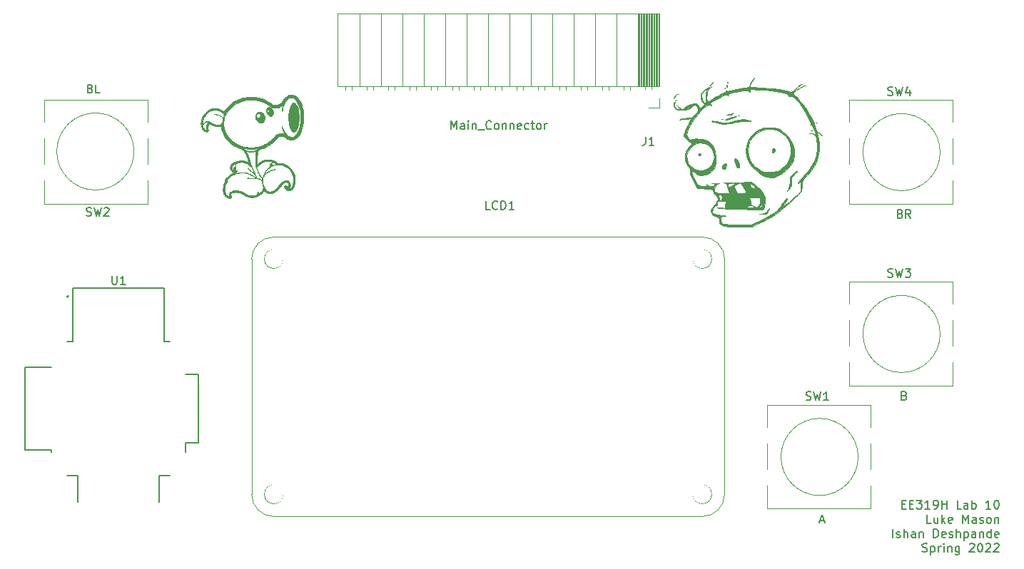
<source format=gto>
%TF.GenerationSoftware,KiCad,Pcbnew,(5.1.9)-1*%
%TF.CreationDate,2022-04-18T12:46:42-05:00*%
%TF.ProjectId,Controllers,436f6e74-726f-46c6-9c65-72732e6b6963,rev?*%
%TF.SameCoordinates,Original*%
%TF.FileFunction,Legend,Top*%
%TF.FilePolarity,Positive*%
%FSLAX46Y46*%
G04 Gerber Fmt 4.6, Leading zero omitted, Abs format (unit mm)*
G04 Created by KiCad (PCBNEW (5.1.9)-1) date 2022-04-18 12:46:42*
%MOMM*%
%LPD*%
G01*
G04 APERTURE LIST*
%ADD10C,0.177800*%
%ADD11C,0.010000*%
%ADD12C,0.200000*%
%ADD13C,0.127000*%
%ADD14C,0.120000*%
%ADD15C,0.150000*%
%ADD16C,1.778000*%
%ADD17C,2.286000*%
%ADD18R,1.700000X1.700000*%
%ADD19O,1.700000X1.700000*%
%ADD20C,2.200000*%
%ADD21C,1.524000*%
%ADD22O,3.048000X1.850000*%
G04 APERTURE END LIST*
D10*
X122161239Y-72939728D02*
X122499906Y-72939728D01*
X122645049Y-73471919D02*
X122161239Y-73471919D01*
X122161239Y-72455919D01*
X122645049Y-72455919D01*
X123080477Y-72939728D02*
X123419144Y-72939728D01*
X123564287Y-73471919D02*
X123080477Y-73471919D01*
X123080477Y-72455919D01*
X123564287Y-72455919D01*
X123902953Y-72455919D02*
X124531906Y-72455919D01*
X124193239Y-72842966D01*
X124338382Y-72842966D01*
X124435144Y-72891347D01*
X124483525Y-72939728D01*
X124531906Y-73036490D01*
X124531906Y-73278395D01*
X124483525Y-73375157D01*
X124435144Y-73423538D01*
X124338382Y-73471919D01*
X124048096Y-73471919D01*
X123951334Y-73423538D01*
X123902953Y-73375157D01*
X125499525Y-73471919D02*
X124918953Y-73471919D01*
X125209239Y-73471919D02*
X125209239Y-72455919D01*
X125112477Y-72601061D01*
X125015715Y-72697823D01*
X124918953Y-72746204D01*
X125983334Y-73471919D02*
X126176858Y-73471919D01*
X126273620Y-73423538D01*
X126322001Y-73375157D01*
X126418763Y-73230014D01*
X126467144Y-73036490D01*
X126467144Y-72649442D01*
X126418763Y-72552680D01*
X126370382Y-72504300D01*
X126273620Y-72455919D01*
X126080096Y-72455919D01*
X125983334Y-72504300D01*
X125934953Y-72552680D01*
X125886572Y-72649442D01*
X125886572Y-72891347D01*
X125934953Y-72988109D01*
X125983334Y-73036490D01*
X126080096Y-73084871D01*
X126273620Y-73084871D01*
X126370382Y-73036490D01*
X126418763Y-72988109D01*
X126467144Y-72891347D01*
X126902572Y-73471919D02*
X126902572Y-72455919D01*
X126902572Y-72939728D02*
X127483144Y-72939728D01*
X127483144Y-73471919D02*
X127483144Y-72455919D01*
X129224858Y-73471919D02*
X128741049Y-73471919D01*
X128741049Y-72455919D01*
X129998953Y-73471919D02*
X129998953Y-72939728D01*
X129950572Y-72842966D01*
X129853810Y-72794585D01*
X129660287Y-72794585D01*
X129563525Y-72842966D01*
X129998953Y-73423538D02*
X129902191Y-73471919D01*
X129660287Y-73471919D01*
X129563525Y-73423538D01*
X129515144Y-73326776D01*
X129515144Y-73230014D01*
X129563525Y-73133252D01*
X129660287Y-73084871D01*
X129902191Y-73084871D01*
X129998953Y-73036490D01*
X130482763Y-73471919D02*
X130482763Y-72455919D01*
X130482763Y-72842966D02*
X130579525Y-72794585D01*
X130773049Y-72794585D01*
X130869810Y-72842966D01*
X130918191Y-72891347D01*
X130966572Y-72988109D01*
X130966572Y-73278395D01*
X130918191Y-73375157D01*
X130869810Y-73423538D01*
X130773049Y-73471919D01*
X130579525Y-73471919D01*
X130482763Y-73423538D01*
X132708287Y-73471919D02*
X132127715Y-73471919D01*
X132418001Y-73471919D02*
X132418001Y-72455919D01*
X132321239Y-72601061D01*
X132224477Y-72697823D01*
X132127715Y-72746204D01*
X133337239Y-72455919D02*
X133434001Y-72455919D01*
X133530763Y-72504300D01*
X133579144Y-72552680D01*
X133627525Y-72649442D01*
X133675906Y-72842966D01*
X133675906Y-73084871D01*
X133627525Y-73278395D01*
X133579144Y-73375157D01*
X133530763Y-73423538D01*
X133434001Y-73471919D01*
X133337239Y-73471919D01*
X133240477Y-73423538D01*
X133192096Y-73375157D01*
X133143715Y-73278395D01*
X133095334Y-73084871D01*
X133095334Y-72842966D01*
X133143715Y-72649442D01*
X133192096Y-72552680D01*
X133240477Y-72504300D01*
X133337239Y-72455919D01*
X125644668Y-75173719D02*
X125160858Y-75173719D01*
X125160858Y-74157719D01*
X126418763Y-74496385D02*
X126418763Y-75173719D01*
X125983334Y-74496385D02*
X125983334Y-75028576D01*
X126031715Y-75125338D01*
X126128477Y-75173719D01*
X126273620Y-75173719D01*
X126370382Y-75125338D01*
X126418763Y-75076957D01*
X126902572Y-75173719D02*
X126902572Y-74157719D01*
X126999334Y-74786671D02*
X127289620Y-75173719D01*
X127289620Y-74496385D02*
X126902572Y-74883433D01*
X128112096Y-75125338D02*
X128015334Y-75173719D01*
X127821810Y-75173719D01*
X127725049Y-75125338D01*
X127676668Y-75028576D01*
X127676668Y-74641528D01*
X127725049Y-74544766D01*
X127821810Y-74496385D01*
X128015334Y-74496385D01*
X128112096Y-74544766D01*
X128160477Y-74641528D01*
X128160477Y-74738290D01*
X127676668Y-74835052D01*
X129370001Y-75173719D02*
X129370001Y-74157719D01*
X129708668Y-74883433D01*
X130047334Y-74157719D01*
X130047334Y-75173719D01*
X130966572Y-75173719D02*
X130966572Y-74641528D01*
X130918191Y-74544766D01*
X130821430Y-74496385D01*
X130627906Y-74496385D01*
X130531144Y-74544766D01*
X130966572Y-75125338D02*
X130869810Y-75173719D01*
X130627906Y-75173719D01*
X130531144Y-75125338D01*
X130482763Y-75028576D01*
X130482763Y-74931814D01*
X130531144Y-74835052D01*
X130627906Y-74786671D01*
X130869810Y-74786671D01*
X130966572Y-74738290D01*
X131402001Y-75125338D02*
X131498763Y-75173719D01*
X131692287Y-75173719D01*
X131789049Y-75125338D01*
X131837430Y-75028576D01*
X131837430Y-74980195D01*
X131789049Y-74883433D01*
X131692287Y-74835052D01*
X131547144Y-74835052D01*
X131450382Y-74786671D01*
X131402001Y-74689909D01*
X131402001Y-74641528D01*
X131450382Y-74544766D01*
X131547144Y-74496385D01*
X131692287Y-74496385D01*
X131789049Y-74544766D01*
X132418001Y-75173719D02*
X132321239Y-75125338D01*
X132272858Y-75076957D01*
X132224477Y-74980195D01*
X132224477Y-74689909D01*
X132272858Y-74593147D01*
X132321239Y-74544766D01*
X132418001Y-74496385D01*
X132563144Y-74496385D01*
X132659906Y-74544766D01*
X132708287Y-74593147D01*
X132756668Y-74689909D01*
X132756668Y-74980195D01*
X132708287Y-75076957D01*
X132659906Y-75125338D01*
X132563144Y-75173719D01*
X132418001Y-75173719D01*
X133192096Y-74496385D02*
X133192096Y-75173719D01*
X133192096Y-74593147D02*
X133240477Y-74544766D01*
X133337239Y-74496385D01*
X133482382Y-74496385D01*
X133579144Y-74544766D01*
X133627525Y-74641528D01*
X133627525Y-75173719D01*
X121096858Y-76875519D02*
X121096858Y-75859519D01*
X121532287Y-76827138D02*
X121629049Y-76875519D01*
X121822572Y-76875519D01*
X121919334Y-76827138D01*
X121967715Y-76730376D01*
X121967715Y-76681995D01*
X121919334Y-76585233D01*
X121822572Y-76536852D01*
X121677430Y-76536852D01*
X121580668Y-76488471D01*
X121532287Y-76391709D01*
X121532287Y-76343328D01*
X121580668Y-76246566D01*
X121677430Y-76198185D01*
X121822572Y-76198185D01*
X121919334Y-76246566D01*
X122403144Y-76875519D02*
X122403144Y-75859519D01*
X122838572Y-76875519D02*
X122838572Y-76343328D01*
X122790191Y-76246566D01*
X122693430Y-76198185D01*
X122548287Y-76198185D01*
X122451525Y-76246566D01*
X122403144Y-76294947D01*
X123757810Y-76875519D02*
X123757810Y-76343328D01*
X123709430Y-76246566D01*
X123612668Y-76198185D01*
X123419144Y-76198185D01*
X123322382Y-76246566D01*
X123757810Y-76827138D02*
X123661049Y-76875519D01*
X123419144Y-76875519D01*
X123322382Y-76827138D01*
X123274001Y-76730376D01*
X123274001Y-76633614D01*
X123322382Y-76536852D01*
X123419144Y-76488471D01*
X123661049Y-76488471D01*
X123757810Y-76440090D01*
X124241620Y-76198185D02*
X124241620Y-76875519D01*
X124241620Y-76294947D02*
X124290001Y-76246566D01*
X124386763Y-76198185D01*
X124531906Y-76198185D01*
X124628668Y-76246566D01*
X124677049Y-76343328D01*
X124677049Y-76875519D01*
X125934953Y-76875519D02*
X125934953Y-75859519D01*
X126176858Y-75859519D01*
X126322001Y-75907900D01*
X126418763Y-76004661D01*
X126467144Y-76101423D01*
X126515525Y-76294947D01*
X126515525Y-76440090D01*
X126467144Y-76633614D01*
X126418763Y-76730376D01*
X126322001Y-76827138D01*
X126176858Y-76875519D01*
X125934953Y-76875519D01*
X127338001Y-76827138D02*
X127241239Y-76875519D01*
X127047715Y-76875519D01*
X126950953Y-76827138D01*
X126902572Y-76730376D01*
X126902572Y-76343328D01*
X126950953Y-76246566D01*
X127047715Y-76198185D01*
X127241239Y-76198185D01*
X127338001Y-76246566D01*
X127386382Y-76343328D01*
X127386382Y-76440090D01*
X126902572Y-76536852D01*
X127773430Y-76827138D02*
X127870191Y-76875519D01*
X128063715Y-76875519D01*
X128160477Y-76827138D01*
X128208858Y-76730376D01*
X128208858Y-76681995D01*
X128160477Y-76585233D01*
X128063715Y-76536852D01*
X127918572Y-76536852D01*
X127821810Y-76488471D01*
X127773430Y-76391709D01*
X127773430Y-76343328D01*
X127821810Y-76246566D01*
X127918572Y-76198185D01*
X128063715Y-76198185D01*
X128160477Y-76246566D01*
X128644287Y-76875519D02*
X128644287Y-75859519D01*
X129079715Y-76875519D02*
X129079715Y-76343328D01*
X129031334Y-76246566D01*
X128934572Y-76198185D01*
X128789430Y-76198185D01*
X128692668Y-76246566D01*
X128644287Y-76294947D01*
X129563525Y-76198185D02*
X129563525Y-77214185D01*
X129563525Y-76246566D02*
X129660287Y-76198185D01*
X129853810Y-76198185D01*
X129950572Y-76246566D01*
X129998953Y-76294947D01*
X130047334Y-76391709D01*
X130047334Y-76681995D01*
X129998953Y-76778757D01*
X129950572Y-76827138D01*
X129853810Y-76875519D01*
X129660287Y-76875519D01*
X129563525Y-76827138D01*
X130918191Y-76875519D02*
X130918191Y-76343328D01*
X130869810Y-76246566D01*
X130773049Y-76198185D01*
X130579525Y-76198185D01*
X130482763Y-76246566D01*
X130918191Y-76827138D02*
X130821430Y-76875519D01*
X130579525Y-76875519D01*
X130482763Y-76827138D01*
X130434382Y-76730376D01*
X130434382Y-76633614D01*
X130482763Y-76536852D01*
X130579525Y-76488471D01*
X130821430Y-76488471D01*
X130918191Y-76440090D01*
X131402001Y-76198185D02*
X131402001Y-76875519D01*
X131402001Y-76294947D02*
X131450382Y-76246566D01*
X131547144Y-76198185D01*
X131692287Y-76198185D01*
X131789049Y-76246566D01*
X131837430Y-76343328D01*
X131837430Y-76875519D01*
X132756668Y-76875519D02*
X132756668Y-75859519D01*
X132756668Y-76827138D02*
X132659906Y-76875519D01*
X132466382Y-76875519D01*
X132369620Y-76827138D01*
X132321239Y-76778757D01*
X132272858Y-76681995D01*
X132272858Y-76391709D01*
X132321239Y-76294947D01*
X132369620Y-76246566D01*
X132466382Y-76198185D01*
X132659906Y-76198185D01*
X132756668Y-76246566D01*
X133627525Y-76827138D02*
X133530763Y-76875519D01*
X133337239Y-76875519D01*
X133240477Y-76827138D01*
X133192096Y-76730376D01*
X133192096Y-76343328D01*
X133240477Y-76246566D01*
X133337239Y-76198185D01*
X133530763Y-76198185D01*
X133627525Y-76246566D01*
X133675906Y-76343328D01*
X133675906Y-76440090D01*
X133192096Y-76536852D01*
X124580287Y-78528938D02*
X124725430Y-78577319D01*
X124967334Y-78577319D01*
X125064096Y-78528938D01*
X125112477Y-78480557D01*
X125160858Y-78383795D01*
X125160858Y-78287033D01*
X125112477Y-78190271D01*
X125064096Y-78141890D01*
X124967334Y-78093509D01*
X124773810Y-78045128D01*
X124677049Y-77996747D01*
X124628668Y-77948366D01*
X124580287Y-77851604D01*
X124580287Y-77754842D01*
X124628668Y-77658080D01*
X124677049Y-77609700D01*
X124773810Y-77561319D01*
X125015715Y-77561319D01*
X125160858Y-77609700D01*
X125596287Y-77899985D02*
X125596287Y-78915985D01*
X125596287Y-77948366D02*
X125693049Y-77899985D01*
X125886572Y-77899985D01*
X125983334Y-77948366D01*
X126031715Y-77996747D01*
X126080096Y-78093509D01*
X126080096Y-78383795D01*
X126031715Y-78480557D01*
X125983334Y-78528938D01*
X125886572Y-78577319D01*
X125693049Y-78577319D01*
X125596287Y-78528938D01*
X126515525Y-78577319D02*
X126515525Y-77899985D01*
X126515525Y-78093509D02*
X126563906Y-77996747D01*
X126612287Y-77948366D01*
X126709049Y-77899985D01*
X126805810Y-77899985D01*
X127144477Y-78577319D02*
X127144477Y-77899985D01*
X127144477Y-77561319D02*
X127096096Y-77609700D01*
X127144477Y-77658080D01*
X127192858Y-77609700D01*
X127144477Y-77561319D01*
X127144477Y-77658080D01*
X127628287Y-77899985D02*
X127628287Y-78577319D01*
X127628287Y-77996747D02*
X127676668Y-77948366D01*
X127773430Y-77899985D01*
X127918572Y-77899985D01*
X128015334Y-77948366D01*
X128063715Y-78045128D01*
X128063715Y-78577319D01*
X128982953Y-77899985D02*
X128982953Y-78722461D01*
X128934572Y-78819223D01*
X128886191Y-78867604D01*
X128789430Y-78915985D01*
X128644287Y-78915985D01*
X128547525Y-78867604D01*
X128982953Y-78528938D02*
X128886191Y-78577319D01*
X128692668Y-78577319D01*
X128595906Y-78528938D01*
X128547525Y-78480557D01*
X128499144Y-78383795D01*
X128499144Y-78093509D01*
X128547525Y-77996747D01*
X128595906Y-77948366D01*
X128692668Y-77899985D01*
X128886191Y-77899985D01*
X128982953Y-77948366D01*
X130192477Y-77658080D02*
X130240858Y-77609700D01*
X130337620Y-77561319D01*
X130579525Y-77561319D01*
X130676287Y-77609700D01*
X130724668Y-77658080D01*
X130773049Y-77754842D01*
X130773049Y-77851604D01*
X130724668Y-77996747D01*
X130144096Y-78577319D01*
X130773049Y-78577319D01*
X131402001Y-77561319D02*
X131498763Y-77561319D01*
X131595525Y-77609700D01*
X131643906Y-77658080D01*
X131692287Y-77754842D01*
X131740668Y-77948366D01*
X131740668Y-78190271D01*
X131692287Y-78383795D01*
X131643906Y-78480557D01*
X131595525Y-78528938D01*
X131498763Y-78577319D01*
X131402001Y-78577319D01*
X131305239Y-78528938D01*
X131256858Y-78480557D01*
X131208477Y-78383795D01*
X131160096Y-78190271D01*
X131160096Y-77948366D01*
X131208477Y-77754842D01*
X131256858Y-77658080D01*
X131305239Y-77609700D01*
X131402001Y-77561319D01*
X132127715Y-77658080D02*
X132176096Y-77609700D01*
X132272858Y-77561319D01*
X132514763Y-77561319D01*
X132611525Y-77609700D01*
X132659906Y-77658080D01*
X132708287Y-77754842D01*
X132708287Y-77851604D01*
X132659906Y-77996747D01*
X132079334Y-78577319D01*
X132708287Y-78577319D01*
X133095334Y-77658080D02*
X133143715Y-77609700D01*
X133240477Y-77561319D01*
X133482382Y-77561319D01*
X133579144Y-77609700D01*
X133627525Y-77658080D01*
X133675906Y-77754842D01*
X133675906Y-77851604D01*
X133627525Y-77996747D01*
X133046953Y-78577319D01*
X133675906Y-78577319D01*
D11*
%TO.C,G\u002A\u002A\u002A*%
G36*
X47112256Y-25764109D02*
G01*
X47164564Y-25773752D01*
X47189972Y-25782069D01*
X47243519Y-25814734D01*
X47303750Y-25866129D01*
X47364754Y-25929902D01*
X47420622Y-25999700D01*
X47465442Y-26069172D01*
X47476151Y-26089613D01*
X47521120Y-26201606D01*
X47547182Y-26312294D01*
X47555564Y-26419092D01*
X47547493Y-26519415D01*
X47524195Y-26610679D01*
X47486899Y-26690299D01*
X47436831Y-26755689D01*
X47375218Y-26804266D01*
X47303287Y-26833444D01*
X47222265Y-26840638D01*
X47133379Y-26823265D01*
X47128632Y-26821664D01*
X47050948Y-26781924D01*
X46974561Y-26718837D01*
X46903193Y-26637016D01*
X46840566Y-26541074D01*
X46790403Y-26435626D01*
X46770105Y-26377334D01*
X46755592Y-26326903D01*
X46745140Y-26285609D01*
X46740920Y-26262064D01*
X46740912Y-26261560D01*
X46748671Y-26243575D01*
X46767267Y-26244755D01*
X46789675Y-26262616D01*
X46803938Y-26283851D01*
X46832353Y-26320701D01*
X46866751Y-26347000D01*
X46920883Y-26366494D01*
X46968382Y-26362483D01*
X47015731Y-26333707D01*
X47037259Y-26313806D01*
X47070081Y-26277608D01*
X47086349Y-26246949D01*
X47091530Y-26209968D01*
X47091740Y-26195603D01*
X47087605Y-26148740D01*
X47071136Y-26114146D01*
X47048561Y-26088704D01*
X47015234Y-26060710D01*
X46980964Y-26048166D01*
X46938189Y-26045525D01*
X46870801Y-26055745D01*
X46821938Y-26085602D01*
X46793304Y-26133893D01*
X46789081Y-26150881D01*
X46776750Y-26188813D01*
X46758614Y-26216286D01*
X46739894Y-26226784D01*
X46731295Y-26223016D01*
X46727778Y-26203179D01*
X46731600Y-26163766D01*
X46741219Y-26111825D01*
X46755096Y-26054404D01*
X46771690Y-25998553D01*
X46789460Y-25951319D01*
X46791820Y-25946084D01*
X46836839Y-25865268D01*
X46887426Y-25809520D01*
X46947807Y-25775873D01*
X47022212Y-25761362D01*
X47056657Y-25760250D01*
X47112256Y-25764109D01*
G37*
X47112256Y-25764109D02*
X47164564Y-25773752D01*
X47189972Y-25782069D01*
X47243519Y-25814734D01*
X47303750Y-25866129D01*
X47364754Y-25929902D01*
X47420622Y-25999700D01*
X47465442Y-26069172D01*
X47476151Y-26089613D01*
X47521120Y-26201606D01*
X47547182Y-26312294D01*
X47555564Y-26419092D01*
X47547493Y-26519415D01*
X47524195Y-26610679D01*
X47486899Y-26690299D01*
X47436831Y-26755689D01*
X47375218Y-26804266D01*
X47303287Y-26833444D01*
X47222265Y-26840638D01*
X47133379Y-26823265D01*
X47128632Y-26821664D01*
X47050948Y-26781924D01*
X46974561Y-26718837D01*
X46903193Y-26637016D01*
X46840566Y-26541074D01*
X46790403Y-26435626D01*
X46770105Y-26377334D01*
X46755592Y-26326903D01*
X46745140Y-26285609D01*
X46740920Y-26262064D01*
X46740912Y-26261560D01*
X46748671Y-26243575D01*
X46767267Y-26244755D01*
X46789675Y-26262616D01*
X46803938Y-26283851D01*
X46832353Y-26320701D01*
X46866751Y-26347000D01*
X46920883Y-26366494D01*
X46968382Y-26362483D01*
X47015731Y-26333707D01*
X47037259Y-26313806D01*
X47070081Y-26277608D01*
X47086349Y-26246949D01*
X47091530Y-26209968D01*
X47091740Y-26195603D01*
X47087605Y-26148740D01*
X47071136Y-26114146D01*
X47048561Y-26088704D01*
X47015234Y-26060710D01*
X46980964Y-26048166D01*
X46938189Y-26045525D01*
X46870801Y-26055745D01*
X46821938Y-26085602D01*
X46793304Y-26133893D01*
X46789081Y-26150881D01*
X46776750Y-26188813D01*
X46758614Y-26216286D01*
X46739894Y-26226784D01*
X46731295Y-26223016D01*
X46727778Y-26203179D01*
X46731600Y-26163766D01*
X46741219Y-26111825D01*
X46755096Y-26054404D01*
X46771690Y-25998553D01*
X46789460Y-25951319D01*
X46791820Y-25946084D01*
X46836839Y-25865268D01*
X46887426Y-25809520D01*
X46947807Y-25775873D01*
X47022212Y-25761362D01*
X47056657Y-25760250D01*
X47112256Y-25764109D01*
G36*
X46017133Y-26309490D02*
G01*
X46086214Y-26322088D01*
X46150316Y-26346975D01*
X46218509Y-26387318D01*
X46268770Y-26422919D01*
X46317371Y-26461452D01*
X46357193Y-26500533D01*
X46393341Y-26546599D01*
X46430922Y-26606085D01*
X46470817Y-26677574D01*
X46517063Y-26779410D01*
X46545210Y-26883505D01*
X46557500Y-26999388D01*
X46558481Y-27049557D01*
X46549315Y-27187498D01*
X46521187Y-27305722D01*
X46473148Y-27406031D01*
X46404249Y-27490231D01*
X46313542Y-27560126D01*
X46279761Y-27579762D01*
X46205188Y-27608827D01*
X46118270Y-27624996D01*
X46030436Y-27627139D01*
X45953114Y-27614130D01*
X45948039Y-27612506D01*
X45825756Y-27557290D01*
X45716492Y-27478737D01*
X45622785Y-27379548D01*
X45547176Y-27262424D01*
X45492207Y-27130065D01*
X45491212Y-27126886D01*
X45472760Y-27045603D01*
X45462024Y-26951292D01*
X45459160Y-26853194D01*
X45462433Y-26794447D01*
X45552093Y-26794447D01*
X45570856Y-26868549D01*
X45607474Y-26932845D01*
X45660054Y-26980821D01*
X45676486Y-26990005D01*
X45736673Y-27008034D01*
X45807385Y-27012420D01*
X45874889Y-27003031D01*
X45905082Y-26992228D01*
X45959464Y-26952173D01*
X46002817Y-26892670D01*
X46030709Y-26821555D01*
X46038946Y-26755613D01*
X46025326Y-26683392D01*
X45988920Y-26615035D01*
X45934879Y-26557103D01*
X45868352Y-26516154D01*
X45843957Y-26507310D01*
X45774281Y-26500231D01*
X45705086Y-26517764D01*
X45642192Y-26556970D01*
X45591418Y-26614906D01*
X45575698Y-26642888D01*
X45553076Y-26717055D01*
X45552093Y-26794447D01*
X45462433Y-26794447D01*
X45464322Y-26760551D01*
X45477665Y-26682604D01*
X45483449Y-26662983D01*
X45516702Y-26579579D01*
X45556687Y-26503734D01*
X45599313Y-26442333D01*
X45636903Y-26404846D01*
X45707848Y-26356699D01*
X45772151Y-26326609D01*
X45840748Y-26310938D01*
X45924573Y-26306049D01*
X45934005Y-26306013D01*
X46017133Y-26309490D01*
G37*
X46017133Y-26309490D02*
X46086214Y-26322088D01*
X46150316Y-26346975D01*
X46218509Y-26387318D01*
X46268770Y-26422919D01*
X46317371Y-26461452D01*
X46357193Y-26500533D01*
X46393341Y-26546599D01*
X46430922Y-26606085D01*
X46470817Y-26677574D01*
X46517063Y-26779410D01*
X46545210Y-26883505D01*
X46557500Y-26999388D01*
X46558481Y-27049557D01*
X46549315Y-27187498D01*
X46521187Y-27305722D01*
X46473148Y-27406031D01*
X46404249Y-27490231D01*
X46313542Y-27560126D01*
X46279761Y-27579762D01*
X46205188Y-27608827D01*
X46118270Y-27624996D01*
X46030436Y-27627139D01*
X45953114Y-27614130D01*
X45948039Y-27612506D01*
X45825756Y-27557290D01*
X45716492Y-27478737D01*
X45622785Y-27379548D01*
X45547176Y-27262424D01*
X45492207Y-27130065D01*
X45491212Y-27126886D01*
X45472760Y-27045603D01*
X45462024Y-26951292D01*
X45459160Y-26853194D01*
X45462433Y-26794447D01*
X45552093Y-26794447D01*
X45570856Y-26868549D01*
X45607474Y-26932845D01*
X45660054Y-26980821D01*
X45676486Y-26990005D01*
X45736673Y-27008034D01*
X45807385Y-27012420D01*
X45874889Y-27003031D01*
X45905082Y-26992228D01*
X45959464Y-26952173D01*
X46002817Y-26892670D01*
X46030709Y-26821555D01*
X46038946Y-26755613D01*
X46025326Y-26683392D01*
X45988920Y-26615035D01*
X45934879Y-26557103D01*
X45868352Y-26516154D01*
X45843957Y-26507310D01*
X45774281Y-26500231D01*
X45705086Y-26517764D01*
X45642192Y-26556970D01*
X45591418Y-26614906D01*
X45575698Y-26642888D01*
X45553076Y-26717055D01*
X45552093Y-26794447D01*
X45462433Y-26794447D01*
X45464322Y-26760551D01*
X45477665Y-26682604D01*
X45483449Y-26662983D01*
X45516702Y-26579579D01*
X45556687Y-26503734D01*
X45599313Y-26442333D01*
X45636903Y-26404846D01*
X45707848Y-26356699D01*
X45772151Y-26326609D01*
X45840748Y-26310938D01*
X45924573Y-26306049D01*
X45934005Y-26306013D01*
X46017133Y-26309490D01*
G36*
X50041535Y-25264842D02*
G01*
X50113904Y-25296434D01*
X50187752Y-25354576D01*
X50242478Y-25412856D01*
X50303798Y-25497994D01*
X50362944Y-25605065D01*
X50417402Y-25727939D01*
X50464655Y-25860484D01*
X50502189Y-25996569D01*
X50521841Y-26093657D01*
X50532552Y-26153817D01*
X50542480Y-26203746D01*
X50550254Y-26236835D01*
X50553486Y-26246154D01*
X50561755Y-26272889D01*
X50569916Y-26323661D01*
X50577793Y-26394439D01*
X50585210Y-26481192D01*
X50591993Y-26579891D01*
X50597966Y-26686506D01*
X50602953Y-26797006D01*
X50606781Y-26907361D01*
X50609272Y-27013541D01*
X50610253Y-27111516D01*
X50609548Y-27197256D01*
X50606981Y-27266731D01*
X50602378Y-27315910D01*
X50600469Y-27326596D01*
X50593188Y-27369861D01*
X50585189Y-27432469D01*
X50577482Y-27505749D01*
X50571526Y-27575034D01*
X50563475Y-27665763D01*
X50553185Y-27746933D01*
X50539195Y-27825584D01*
X50520047Y-27908756D01*
X50494280Y-28003487D01*
X50460434Y-28116817D01*
X50456548Y-28129447D01*
X50427539Y-28221024D01*
X50402357Y-28292941D01*
X50377668Y-28352676D01*
X50350137Y-28407707D01*
X50316430Y-28465512D01*
X50283364Y-28517869D01*
X50214223Y-28607362D01*
X50139780Y-28669345D01*
X50059931Y-28703884D01*
X49995387Y-28711823D01*
X49941168Y-28708569D01*
X49900324Y-28695978D01*
X49861454Y-28671865D01*
X49786637Y-28608330D01*
X49719932Y-28530942D01*
X49660111Y-28437234D01*
X49605944Y-28324739D01*
X49556202Y-28190988D01*
X49509656Y-28033515D01*
X49475999Y-27897900D01*
X49453016Y-27797812D01*
X49435884Y-27719903D01*
X49423746Y-27659099D01*
X49415743Y-27610326D01*
X49411017Y-27568510D01*
X49408712Y-27528578D01*
X49408046Y-27495948D01*
X49404477Y-27436271D01*
X49395987Y-27365543D01*
X49385505Y-27304790D01*
X49375816Y-27234784D01*
X49370186Y-27142468D01*
X49368382Y-27033269D01*
X49370171Y-26912613D01*
X49375319Y-26785927D01*
X49383594Y-26658638D01*
X49394762Y-26536171D01*
X49408589Y-26423953D01*
X49424844Y-26327410D01*
X49428205Y-26311208D01*
X49441852Y-26244907D01*
X49455238Y-26175229D01*
X49464532Y-26122707D01*
X49492388Y-25987809D01*
X49530343Y-25854712D01*
X49576604Y-25726933D01*
X49629381Y-25607994D01*
X49686882Y-25501414D01*
X49747313Y-25410714D01*
X49808885Y-25339412D01*
X49869805Y-25291029D01*
X49894240Y-25278608D01*
X49968897Y-25259124D01*
X50041535Y-25264842D01*
G37*
X50041535Y-25264842D02*
X50113904Y-25296434D01*
X50187752Y-25354576D01*
X50242478Y-25412856D01*
X50303798Y-25497994D01*
X50362944Y-25605065D01*
X50417402Y-25727939D01*
X50464655Y-25860484D01*
X50502189Y-25996569D01*
X50521841Y-26093657D01*
X50532552Y-26153817D01*
X50542480Y-26203746D01*
X50550254Y-26236835D01*
X50553486Y-26246154D01*
X50561755Y-26272889D01*
X50569916Y-26323661D01*
X50577793Y-26394439D01*
X50585210Y-26481192D01*
X50591993Y-26579891D01*
X50597966Y-26686506D01*
X50602953Y-26797006D01*
X50606781Y-26907361D01*
X50609272Y-27013541D01*
X50610253Y-27111516D01*
X50609548Y-27197256D01*
X50606981Y-27266731D01*
X50602378Y-27315910D01*
X50600469Y-27326596D01*
X50593188Y-27369861D01*
X50585189Y-27432469D01*
X50577482Y-27505749D01*
X50571526Y-27575034D01*
X50563475Y-27665763D01*
X50553185Y-27746933D01*
X50539195Y-27825584D01*
X50520047Y-27908756D01*
X50494280Y-28003487D01*
X50460434Y-28116817D01*
X50456548Y-28129447D01*
X50427539Y-28221024D01*
X50402357Y-28292941D01*
X50377668Y-28352676D01*
X50350137Y-28407707D01*
X50316430Y-28465512D01*
X50283364Y-28517869D01*
X50214223Y-28607362D01*
X50139780Y-28669345D01*
X50059931Y-28703884D01*
X49995387Y-28711823D01*
X49941168Y-28708569D01*
X49900324Y-28695978D01*
X49861454Y-28671865D01*
X49786637Y-28608330D01*
X49719932Y-28530942D01*
X49660111Y-28437234D01*
X49605944Y-28324739D01*
X49556202Y-28190988D01*
X49509656Y-28033515D01*
X49475999Y-27897900D01*
X49453016Y-27797812D01*
X49435884Y-27719903D01*
X49423746Y-27659099D01*
X49415743Y-27610326D01*
X49411017Y-27568510D01*
X49408712Y-27528578D01*
X49408046Y-27495948D01*
X49404477Y-27436271D01*
X49395987Y-27365543D01*
X49385505Y-27304790D01*
X49375816Y-27234784D01*
X49370186Y-27142468D01*
X49368382Y-27033269D01*
X49370171Y-26912613D01*
X49375319Y-26785927D01*
X49383594Y-26658638D01*
X49394762Y-26536171D01*
X49408589Y-26423953D01*
X49424844Y-26327410D01*
X49428205Y-26311208D01*
X49441852Y-26244907D01*
X49455238Y-26175229D01*
X49464532Y-26122707D01*
X49492388Y-25987809D01*
X49530343Y-25854712D01*
X49576604Y-25726933D01*
X49629381Y-25607994D01*
X49686882Y-25501414D01*
X49747313Y-25410714D01*
X49808885Y-25339412D01*
X49869805Y-25291029D01*
X49894240Y-25278608D01*
X49968897Y-25259124D01*
X50041535Y-25264842D01*
G36*
X49729066Y-24293686D02*
G01*
X49774752Y-24299133D01*
X49834371Y-24310009D01*
X49836096Y-24310344D01*
X49998442Y-24355427D01*
X50151410Y-24425874D01*
X50295312Y-24521967D01*
X50430461Y-24643986D01*
X50557168Y-24792211D01*
X50675745Y-24966925D01*
X50783714Y-25162809D01*
X50859151Y-25330808D01*
X50929443Y-25521145D01*
X50993116Y-25728334D01*
X51048698Y-25946886D01*
X51094716Y-26171317D01*
X51129695Y-26396137D01*
X51141296Y-26494586D01*
X51150957Y-26614210D01*
X51157326Y-26753604D01*
X51160416Y-26904920D01*
X51160243Y-27060310D01*
X51156821Y-27211928D01*
X51150166Y-27351927D01*
X51140291Y-27472459D01*
X51139450Y-27480234D01*
X51131285Y-27551875D01*
X51123803Y-27613150D01*
X51117681Y-27658843D01*
X51113592Y-27683739D01*
X51112741Y-27686617D01*
X51108745Y-27702631D01*
X51101207Y-27740937D01*
X51091138Y-27796132D01*
X51079548Y-27862813D01*
X51077171Y-27876851D01*
X51038151Y-28067764D01*
X50985113Y-28266465D01*
X50921044Y-28463615D01*
X50848931Y-28649878D01*
X50785363Y-28789005D01*
X50691108Y-28960265D01*
X50586089Y-29117308D01*
X50472845Y-29257216D01*
X50353915Y-29377073D01*
X50231841Y-29473958D01*
X50141418Y-29528916D01*
X50032083Y-29581090D01*
X49931930Y-29615700D01*
X49830654Y-29635378D01*
X49717951Y-29642756D01*
X49694889Y-29642983D01*
X49565612Y-29636868D01*
X49449418Y-29616197D01*
X49339790Y-29578640D01*
X49230210Y-29521868D01*
X49114160Y-29443550D01*
X49093347Y-29427947D01*
X49022078Y-29374034D01*
X48967966Y-29334095D01*
X48925863Y-29305069D01*
X48890622Y-29283895D01*
X48857096Y-29267511D01*
X48820138Y-29252854D01*
X48774600Y-29236864D01*
X48768702Y-29234843D01*
X48629846Y-29201696D01*
X48489524Y-29196353D01*
X48349841Y-29218782D01*
X48274512Y-29242768D01*
X48192942Y-29274343D01*
X48132276Y-29301057D01*
X48086772Y-29326863D01*
X48050688Y-29355716D01*
X48018282Y-29391568D01*
X47983812Y-29438375D01*
X47977740Y-29447119D01*
X47885307Y-29568705D01*
X47772405Y-29697320D01*
X47644041Y-29828219D01*
X47505223Y-29956657D01*
X47360958Y-30077888D01*
X47216255Y-30187167D01*
X47145713Y-30235570D01*
X46965849Y-30346675D01*
X46774155Y-30450795D01*
X46577448Y-30544772D01*
X46382544Y-30625447D01*
X46196262Y-30689663D01*
X46115893Y-30712660D01*
X46034508Y-30735280D01*
X45975638Y-30754664D01*
X45934302Y-30773196D01*
X45905518Y-30793265D01*
X45884304Y-30817255D01*
X45878011Y-30826603D01*
X45854411Y-30857045D01*
X45818269Y-30896661D01*
X45783857Y-30930699D01*
X45714781Y-30995486D01*
X45687235Y-31337660D01*
X45678797Y-31440913D01*
X45670288Y-31542234D01*
X45662209Y-31635860D01*
X45655060Y-31716026D01*
X45649344Y-31776968D01*
X45647107Y-31799116D01*
X45643172Y-31850522D01*
X45639625Y-31923443D01*
X45636681Y-32011325D01*
X45634554Y-32107619D01*
X45633459Y-32205771D01*
X45633409Y-32217043D01*
X45633283Y-32324208D01*
X45634373Y-32405838D01*
X45637521Y-32464457D01*
X45643573Y-32502593D01*
X45653373Y-32522774D01*
X45667764Y-32527526D01*
X45687592Y-32519377D01*
X45713700Y-32500852D01*
X45725209Y-32491805D01*
X45876623Y-32376381D01*
X46016690Y-32280664D01*
X46150763Y-32201808D01*
X46284198Y-32136963D01*
X46422349Y-32083281D01*
X46570570Y-32037914D01*
X46586547Y-32033620D01*
X46650573Y-32017212D01*
X46704114Y-32005556D01*
X46754627Y-31997815D01*
X46809574Y-31993156D01*
X46876414Y-31990745D01*
X46962607Y-31989745D01*
X46979475Y-31989657D01*
X47104917Y-31991125D01*
X47210426Y-31997686D01*
X47303875Y-32010620D01*
X47393137Y-32031207D01*
X47486086Y-32060727D01*
X47540826Y-32080926D01*
X47634475Y-32121383D01*
X47732175Y-32171539D01*
X47826192Y-32226848D01*
X47908790Y-32282764D01*
X47971480Y-32334030D01*
X48044314Y-32402541D01*
X48227384Y-32402541D01*
X48296108Y-32402882D01*
X48352696Y-32404548D01*
X48403125Y-32408502D01*
X48453372Y-32415711D01*
X48509413Y-32427138D01*
X48577226Y-32443748D01*
X48662786Y-32466507D01*
X48719466Y-32481964D01*
X48873303Y-32533305D01*
X49032145Y-32602951D01*
X49185899Y-32685840D01*
X49324469Y-32776907D01*
X49358094Y-32802336D01*
X49528113Y-32951269D01*
X49680999Y-33117725D01*
X49814841Y-33298560D01*
X49927728Y-33490631D01*
X50017747Y-33690796D01*
X50082987Y-33895910D01*
X50113469Y-34044420D01*
X50131540Y-34161386D01*
X50145048Y-34254854D01*
X50154328Y-34328963D01*
X50159715Y-34387851D01*
X50161543Y-34435656D01*
X50160145Y-34476516D01*
X50155858Y-34514569D01*
X50152929Y-34532722D01*
X50142671Y-34596104D01*
X50131633Y-34670902D01*
X50122447Y-34739061D01*
X50100150Y-34875721D01*
X50067532Y-35005846D01*
X50022114Y-35137071D01*
X49961417Y-35277035D01*
X49920884Y-35359987D01*
X49874651Y-35443691D01*
X49829393Y-35505872D01*
X49779325Y-35552243D01*
X49718662Y-35588521D01*
X49666823Y-35610960D01*
X49605096Y-35632310D01*
X49549008Y-35644112D01*
X49484937Y-35648758D01*
X49449309Y-35649151D01*
X49339702Y-35641181D01*
X49240418Y-35615800D01*
X49145690Y-35570549D01*
X49049752Y-35502968D01*
X48993799Y-35454860D01*
X48921698Y-35383591D01*
X48874206Y-35321593D01*
X48850607Y-35266039D01*
X48850186Y-35214104D01*
X48872224Y-35162961D01*
X48908349Y-35117717D01*
X48940678Y-35087404D01*
X48970882Y-35073037D01*
X49012468Y-35068931D01*
X49024505Y-35068840D01*
X49070009Y-35072774D01*
X49113529Y-35086584D01*
X49160888Y-35113280D01*
X49217908Y-35155873D01*
X49258879Y-35190057D01*
X49306604Y-35224688D01*
X49342137Y-35235357D01*
X49367646Y-35222219D01*
X49380815Y-35198646D01*
X49389056Y-35155844D01*
X49390312Y-35094281D01*
X49385173Y-35022224D01*
X49374224Y-34947939D01*
X49358194Y-34880167D01*
X49333444Y-34816737D01*
X49296287Y-34760134D01*
X49263052Y-34722295D01*
X49225627Y-34683837D01*
X49198308Y-34661600D01*
X49172208Y-34651146D01*
X49138437Y-34648036D01*
X49113986Y-34647846D01*
X49072426Y-34649763D01*
X49035244Y-34657381D01*
X48994129Y-34673502D01*
X48940771Y-34700928D01*
X48916257Y-34714503D01*
X48843767Y-34761610D01*
X48759377Y-34827325D01*
X48667578Y-34907472D01*
X48572860Y-34997876D01*
X48479712Y-35094361D01*
X48392626Y-35192752D01*
X48361693Y-35230221D01*
X48295538Y-35307985D01*
X48218032Y-35392345D01*
X48133449Y-35479217D01*
X48046066Y-35564517D01*
X47960161Y-35644163D01*
X47880009Y-35714070D01*
X47809888Y-35770156D01*
X47760024Y-35804742D01*
X47595195Y-35893637D01*
X47433765Y-35954972D01*
X47276120Y-35988771D01*
X47122650Y-35995062D01*
X46973744Y-35973870D01*
X46829789Y-35925221D01*
X46691175Y-35849139D01*
X46558290Y-35745652D01*
X46534217Y-35723364D01*
X46501764Y-35694239D01*
X46478206Y-35676263D01*
X46469839Y-35673140D01*
X46460115Y-35687193D01*
X46439601Y-35717942D01*
X46414227Y-35756464D01*
X46336479Y-35861778D01*
X46245121Y-35959323D01*
X46134742Y-36054528D01*
X46064123Y-36107746D01*
X45999289Y-36153919D01*
X45951605Y-36185526D01*
X45916042Y-36205206D01*
X45887576Y-36215595D01*
X45861178Y-36219333D01*
X45851057Y-36219558D01*
X45815267Y-36222289D01*
X45786258Y-36233786D01*
X45754620Y-36259002D01*
X45729938Y-36283309D01*
X45696175Y-36315099D01*
X45662905Y-36338507D01*
X45622018Y-36357822D01*
X45565403Y-36377335D01*
X45534061Y-36386896D01*
X45428176Y-36417615D01*
X45341405Y-36440121D01*
X45266424Y-36455615D01*
X45195906Y-36465298D01*
X45122527Y-36470373D01*
X45038961Y-36472041D01*
X45014834Y-36472065D01*
X44917318Y-36470400D01*
X44834141Y-36464799D01*
X44756744Y-36453797D01*
X44676564Y-36435930D01*
X44585040Y-36409733D01*
X44509641Y-36385656D01*
X44433500Y-36359540D01*
X44367364Y-36333664D01*
X44304262Y-36304629D01*
X44237228Y-36269036D01*
X44159292Y-36223485D01*
X44089190Y-36180554D01*
X43930926Y-36089069D01*
X43774349Y-36013116D01*
X43623369Y-35952318D01*
X43521775Y-35918291D01*
X43424381Y-35894220D01*
X43322970Y-35878806D01*
X43209324Y-35870755D01*
X43093609Y-35868729D01*
X43007248Y-35869259D01*
X42941933Y-35871357D01*
X42890652Y-35875784D01*
X42846397Y-35883299D01*
X42802156Y-35894665D01*
X42773128Y-35903515D01*
X42670535Y-35945559D01*
X42593055Y-35999162D01*
X42539982Y-36064881D01*
X42522990Y-36100838D01*
X42510355Y-36139056D01*
X42507965Y-36169628D01*
X42517840Y-36200631D01*
X42542001Y-36240145D01*
X42566350Y-36274258D01*
X42595224Y-36334511D01*
X42600519Y-36397561D01*
X42585035Y-36457918D01*
X42551572Y-36510095D01*
X42502932Y-36548601D01*
X42441914Y-36567949D01*
X42415890Y-36569132D01*
X42372690Y-36564304D01*
X42321384Y-36553785D01*
X42306436Y-36549797D01*
X42144473Y-36495276D01*
X42008714Y-36431986D01*
X41899363Y-36360035D01*
X41837871Y-36303757D01*
X41789269Y-36238787D01*
X41741111Y-36147821D01*
X41693083Y-36030174D01*
X41644870Y-35885160D01*
X41644140Y-35882762D01*
X41628295Y-35828439D01*
X41617225Y-35782483D01*
X41610104Y-35737671D01*
X41606105Y-35686778D01*
X41604401Y-35622580D01*
X41604165Y-35537853D01*
X41604175Y-35533693D01*
X41604517Y-35525149D01*
X41801243Y-35525149D01*
X41801243Y-35526318D01*
X41801737Y-35613224D01*
X41803712Y-35678944D01*
X41807909Y-35730348D01*
X41815067Y-35774309D01*
X41825926Y-35817696D01*
X41836317Y-35852011D01*
X41877370Y-35969151D01*
X41919926Y-36066435D01*
X41962616Y-36141069D01*
X42000012Y-36186554D01*
X42044280Y-36221196D01*
X42103029Y-36257564D01*
X42168570Y-36291893D01*
X42233213Y-36320419D01*
X42289269Y-36339378D01*
X42324005Y-36345155D01*
X42376657Y-36345856D01*
X42348563Y-36293440D01*
X42330756Y-36248128D01*
X42322062Y-36191496D01*
X42320470Y-36140348D01*
X42321560Y-36086800D01*
X42327162Y-36048323D01*
X42340769Y-36013805D01*
X42365878Y-35972132D01*
X42380110Y-35950693D01*
X42455771Y-35861680D01*
X42552610Y-35789200D01*
X42671221Y-35732961D01*
X42812200Y-35692669D01*
X42947432Y-35671036D01*
X43080980Y-35662226D01*
X43214900Y-35667040D01*
X43357242Y-35686122D01*
X43493160Y-35714584D01*
X43674958Y-35765016D01*
X43846615Y-35828530D01*
X44016056Y-35908524D01*
X44191209Y-36008395D01*
X44219495Y-36025946D01*
X44318854Y-36084847D01*
X44418264Y-36137634D01*
X44512092Y-36181667D01*
X44594711Y-36214308D01*
X44660489Y-36232915D01*
X44661274Y-36233066D01*
X44717706Y-36244665D01*
X44772965Y-36257412D01*
X44797320Y-36263695D01*
X44863897Y-36274787D01*
X44950550Y-36278661D01*
X45050432Y-36276022D01*
X45156694Y-36267577D01*
X45262491Y-36254031D01*
X45360973Y-36236090D01*
X45445293Y-36214461D01*
X45507323Y-36190498D01*
X45558606Y-36154076D01*
X45612489Y-36098358D01*
X45663423Y-36030905D01*
X45705857Y-35959278D01*
X45734239Y-35891036D01*
X45738404Y-35875746D01*
X45753883Y-35831437D01*
X45773476Y-35804087D01*
X45786370Y-35798563D01*
X45792021Y-35811480D01*
X45797974Y-35845832D01*
X45803176Y-35895019D01*
X45804449Y-35911915D01*
X45808965Y-35965562D01*
X45814076Y-36007625D01*
X45818855Y-36030892D01*
X45820005Y-36033053D01*
X45834815Y-36029329D01*
X45865891Y-36009991D01*
X45908912Y-35978503D01*
X45959557Y-35938326D01*
X46013505Y-35892923D01*
X46066435Y-35845758D01*
X46114026Y-35800292D01*
X46127220Y-35786876D01*
X46200796Y-35705328D01*
X46256600Y-35629143D01*
X46300547Y-35548634D01*
X46338555Y-35454112D01*
X46348933Y-35423834D01*
X46367533Y-35366730D01*
X46379328Y-35322209D01*
X46383896Y-35283581D01*
X46380819Y-35244158D01*
X46369675Y-35197249D01*
X46350044Y-35136167D01*
X46326628Y-35068840D01*
X46303648Y-34999483D01*
X46283153Y-34930795D01*
X46267914Y-34872415D01*
X46262097Y-34844309D01*
X46254529Y-34794549D01*
X46245997Y-34731689D01*
X46237515Y-34664085D01*
X46230096Y-34600090D01*
X46224756Y-34548058D01*
X46222568Y-34518506D01*
X46209688Y-34487605D01*
X46268114Y-34487605D01*
X46272050Y-34678798D01*
X46302952Y-34872279D01*
X46360125Y-35065573D01*
X46442873Y-35256207D01*
X46524683Y-35401396D01*
X46617675Y-35528469D01*
X46722776Y-35632084D01*
X46838210Y-35711502D01*
X46962198Y-35765983D01*
X47092963Y-35794788D01*
X47228726Y-35797178D01*
X47367711Y-35772412D01*
X47396364Y-35763938D01*
X47466300Y-35737899D01*
X47542124Y-35703628D01*
X47604078Y-35670445D01*
X47644981Y-35645014D01*
X47684734Y-35618041D01*
X47725185Y-35587728D01*
X47768184Y-35552279D01*
X47815579Y-35509899D01*
X47869218Y-35458790D01*
X47930949Y-35397156D01*
X48002623Y-35323200D01*
X48086086Y-35235126D01*
X48183188Y-35131138D01*
X48295777Y-35009439D01*
X48393612Y-34903157D01*
X48532929Y-34762666D01*
X48670313Y-34646118D01*
X48804079Y-34554871D01*
X48872557Y-34517419D01*
X48936272Y-34487391D01*
X48986789Y-34468824D01*
X49034901Y-34458609D01*
X49091396Y-34453635D01*
X49094441Y-34453478D01*
X49186299Y-34455342D01*
X49261584Y-34473321D01*
X49328532Y-34510407D01*
X49384832Y-34558988D01*
X49443155Y-34623453D01*
X49487818Y-34690933D01*
X49523303Y-34769667D01*
X49554094Y-34867896D01*
X49555300Y-34872379D01*
X49582532Y-35008773D01*
X49586762Y-35131616D01*
X49567564Y-35244025D01*
X49524518Y-35349119D01*
X49481230Y-35418243D01*
X49457153Y-35451900D01*
X49529822Y-35444918D01*
X49585739Y-35434954D01*
X49632238Y-35414497D01*
X49673198Y-35379850D01*
X49712500Y-35327317D01*
X49754024Y-35253198D01*
X49774486Y-35211780D01*
X49843085Y-35054650D01*
X49892604Y-34905721D01*
X49925737Y-34755486D01*
X49943350Y-34616116D01*
X49950805Y-34477534D01*
X49949620Y-34334335D01*
X49940357Y-34193867D01*
X49923576Y-34063480D01*
X49899839Y-33950524D01*
X49889909Y-33916206D01*
X49805552Y-33690988D01*
X49700904Y-33484887D01*
X49576188Y-33298169D01*
X49431624Y-33131098D01*
X49267436Y-32983943D01*
X49083844Y-32856967D01*
X48940703Y-32778650D01*
X48775004Y-32704383D01*
X48617560Y-32650690D01*
X48459893Y-32615613D01*
X48293522Y-32597194D01*
X48137210Y-32593183D01*
X47919021Y-32607436D01*
X47706679Y-32647906D01*
X47497738Y-32715212D01*
X47301475Y-32803896D01*
X47215855Y-32854249D01*
X47120195Y-32920959D01*
X47021641Y-32998200D01*
X46927342Y-33080142D01*
X46844444Y-33160956D01*
X46793136Y-33218435D01*
X46735337Y-33292336D01*
X46678771Y-33371054D01*
X46625215Y-33451384D01*
X46576445Y-33530127D01*
X46534241Y-33604079D01*
X46500377Y-33670038D01*
X46476633Y-33724803D01*
X46464785Y-33765171D01*
X46466611Y-33787940D01*
X46474882Y-33791823D01*
X46490152Y-33782637D01*
X46521329Y-33757477D01*
X46564200Y-33719940D01*
X46614555Y-33673624D01*
X46626849Y-33662017D01*
X46753941Y-33552873D01*
X46893483Y-33455808D01*
X47049175Y-33368788D01*
X47224719Y-33289778D01*
X47423816Y-33216746D01*
X47457223Y-33205765D01*
X47534440Y-33182534D01*
X47602435Y-33165476D01*
X47657003Y-33155354D01*
X47693942Y-33152928D01*
X47709050Y-33158959D01*
X47709199Y-33160129D01*
X47696596Y-33168461D01*
X47662970Y-33181081D01*
X47614596Y-33195748D01*
X47593425Y-33201452D01*
X47535364Y-33217256D01*
X47483990Y-33232441D01*
X47448349Y-33244299D01*
X47442569Y-33246592D01*
X47414764Y-33257417D01*
X47367851Y-33274627D01*
X47309276Y-33295519D01*
X47267155Y-33310252D01*
X47122258Y-33367032D01*
X46987112Y-33434571D01*
X46854320Y-33517105D01*
X46716488Y-33618871D01*
X46686650Y-33642726D01*
X46593835Y-33725418D01*
X46517001Y-33812388D01*
X46449871Y-33911692D01*
X46390064Y-34023370D01*
X46343053Y-34125959D01*
X46309897Y-34215992D01*
X46287936Y-34303603D01*
X46274506Y-34398926D01*
X46268114Y-34487605D01*
X46209688Y-34487605D01*
X46209599Y-34487393D01*
X46176062Y-34449474D01*
X46127124Y-34409144D01*
X46067954Y-34370795D01*
X46019146Y-34345597D01*
X45949315Y-34315347D01*
X45882757Y-34290980D01*
X45814872Y-34271694D01*
X45741060Y-34256690D01*
X45656721Y-34245166D01*
X45557255Y-34236322D01*
X45438063Y-34229357D01*
X45323563Y-34224531D01*
X45207114Y-34220169D01*
X45082568Y-34215492D01*
X44958168Y-34210810D01*
X44842159Y-34206434D01*
X44742783Y-34202674D01*
X44710735Y-34201457D01*
X44628651Y-34197739D01*
X44556248Y-34193323D01*
X44498204Y-34188587D01*
X44459195Y-34183908D01*
X44444105Y-34179945D01*
X44453864Y-34176605D01*
X44490114Y-34174685D01*
X44551316Y-34174159D01*
X44635932Y-34175001D01*
X44742425Y-34177183D01*
X44869256Y-34180680D01*
X45014887Y-34185464D01*
X45177779Y-34191509D01*
X45228840Y-34193526D01*
X45318041Y-34196511D01*
X45381987Y-34197178D01*
X45423402Y-34195434D01*
X45445008Y-34191188D01*
X45449862Y-34186023D01*
X45438546Y-34163068D01*
X45406891Y-34128186D01*
X45358332Y-34084362D01*
X45296305Y-34034583D01*
X45224246Y-33981833D01*
X45180362Y-33951823D01*
X45017448Y-33850707D01*
X44856843Y-33767411D01*
X44691632Y-33699185D01*
X44514895Y-33643277D01*
X44319717Y-33596936D01*
X44257044Y-33584584D01*
X44197383Y-33575844D01*
X44121180Y-33568446D01*
X44034161Y-33562552D01*
X43942054Y-33558325D01*
X43850588Y-33555929D01*
X43765490Y-33555527D01*
X43692487Y-33557282D01*
X43637308Y-33561358D01*
X43610640Y-33566159D01*
X43572106Y-33575271D01*
X43516896Y-33585637D01*
X43456201Y-33595179D01*
X43449259Y-33596145D01*
X43233216Y-33639241D01*
X43018441Y-33708112D01*
X42809282Y-33800635D01*
X42610087Y-33914686D01*
X42425203Y-34048144D01*
X42302261Y-34156135D01*
X42249080Y-34209885D01*
X42193597Y-34270934D01*
X42139180Y-34334992D01*
X42089194Y-34397767D01*
X42047006Y-34454965D01*
X42015984Y-34502297D01*
X41999492Y-34535469D01*
X41997707Y-34544392D01*
X42005618Y-34555414D01*
X42032231Y-34561523D01*
X42081872Y-34563621D01*
X42090138Y-34563646D01*
X42182570Y-34563646D01*
X42074140Y-34679420D01*
X41986711Y-34786496D01*
X41917375Y-34903043D01*
X41865147Y-35032122D01*
X41829039Y-35176792D01*
X41808067Y-35340114D01*
X41801243Y-35525149D01*
X41604517Y-35525149D01*
X41612055Y-35336872D01*
X41635529Y-35157845D01*
X41675915Y-34990241D01*
X41734533Y-34827689D01*
X41764106Y-34761102D01*
X41785027Y-34710323D01*
X41793818Y-34666933D01*
X41793107Y-34615526D01*
X41791713Y-34599200D01*
X41790454Y-34547254D01*
X41798359Y-34497837D01*
X41817579Y-34446016D01*
X41850268Y-34386857D01*
X41898579Y-34315429D01*
X41940230Y-34258953D01*
X42068070Y-34108622D01*
X42219310Y-33964283D01*
X42389381Y-33829591D01*
X42573713Y-33708202D01*
X42745719Y-33614485D01*
X42807457Y-33584025D01*
X42860960Y-33557594D01*
X42900675Y-33537938D01*
X42921048Y-33527803D01*
X42921464Y-33527593D01*
X42933436Y-33511768D01*
X42950568Y-33478567D01*
X42968896Y-33437159D01*
X42984458Y-33396709D01*
X42993291Y-33366385D01*
X42994061Y-33359663D01*
X42984264Y-33364432D01*
X42959232Y-33382367D01*
X42939948Y-33397295D01*
X42881326Y-33438333D01*
X42832365Y-33458742D01*
X42786258Y-33460619D01*
X42756984Y-33453675D01*
X42724010Y-33441335D01*
X42695460Y-33425035D01*
X42666446Y-33400429D01*
X42632082Y-33363174D01*
X42587481Y-33308927D01*
X42571379Y-33288697D01*
X42520877Y-33219037D01*
X42490226Y-33162942D01*
X42481496Y-33134332D01*
X42472402Y-33085763D01*
X42460515Y-33032512D01*
X42458460Y-33024235D01*
X42452060Y-32995370D01*
X42449090Y-32967712D01*
X42449342Y-32958808D01*
X42672130Y-32958808D01*
X42672769Y-33016032D01*
X42675613Y-33058159D01*
X42676787Y-33065908D01*
X42687991Y-33098175D01*
X42708659Y-33138420D01*
X42733833Y-33178877D01*
X42758553Y-33211782D01*
X42777861Y-33229369D01*
X42781887Y-33230497D01*
X42789887Y-33217976D01*
X42798695Y-33196598D01*
X43082418Y-33196598D01*
X43171554Y-33264476D01*
X43213269Y-33297710D01*
X43244538Y-33325414D01*
X43259949Y-33342709D01*
X43260691Y-33344889D01*
X43251848Y-33361214D01*
X43228945Y-33390610D01*
X43204558Y-33418319D01*
X43171598Y-33457273D01*
X43154707Y-33489096D01*
X43148827Y-33525137D01*
X43148425Y-33544304D01*
X43148425Y-33609392D01*
X43203080Y-33609392D01*
X43246159Y-33605106D01*
X43301987Y-33593994D01*
X43346920Y-33581861D01*
X43460086Y-33555237D01*
X43599705Y-33537082D01*
X43765894Y-33527384D01*
X43892182Y-33525613D01*
X44057496Y-33529650D01*
X44205851Y-33542399D01*
X44347399Y-33565307D01*
X44492290Y-33599823D01*
X44571196Y-33622500D01*
X44797003Y-33703696D01*
X45012436Y-33808459D01*
X45220076Y-33938227D01*
X45422503Y-34094440D01*
X45432343Y-34102808D01*
X45471702Y-34135560D01*
X45504000Y-34158464D01*
X45536772Y-34174817D01*
X45577549Y-34187914D01*
X45633865Y-34201051D01*
X45677923Y-34210257D01*
X45794247Y-34235771D01*
X45888009Y-34260235D01*
X45964564Y-34285509D01*
X46029264Y-34313451D01*
X46087463Y-34345921D01*
X46109420Y-34360123D01*
X46153781Y-34389145D01*
X46189135Y-34410997D01*
X46209104Y-34421770D01*
X46210800Y-34422265D01*
X46223458Y-34411867D01*
X46240681Y-34385124D01*
X46242374Y-34381912D01*
X46257163Y-34349640D01*
X46263762Y-34327978D01*
X46263784Y-34327324D01*
X46255848Y-34312197D01*
X46233855Y-34278527D01*
X46200526Y-34230273D01*
X46158583Y-34171390D01*
X46120912Y-34119638D01*
X46067182Y-34045233D01*
X46013499Y-33968681D01*
X45964650Y-33896957D01*
X45925422Y-33837039D01*
X45910422Y-33812873D01*
X45856427Y-33715318D01*
X45798094Y-33595729D01*
X45737690Y-33459351D01*
X45677484Y-33311428D01*
X45619744Y-33157203D01*
X45590185Y-33072548D01*
X45544686Y-32931252D01*
X45578928Y-32931252D01*
X45624650Y-33063333D01*
X45723542Y-33326168D01*
X45830564Y-33565629D01*
X45947720Y-33785731D01*
X46077014Y-33990489D01*
X46112873Y-34041718D01*
X46166407Y-34115723D01*
X46206311Y-34168504D01*
X46234473Y-34202223D01*
X46252780Y-34219044D01*
X46263120Y-34221128D01*
X46265965Y-34217133D01*
X46275592Y-34192465D01*
X46292403Y-34150018D01*
X46313123Y-34098058D01*
X46317741Y-34086519D01*
X46341317Y-34024544D01*
X46368446Y-33948500D01*
X46394609Y-33871195D01*
X46404379Y-33840939D01*
X46439138Y-33745884D01*
X46485768Y-33639000D01*
X46539561Y-33529795D01*
X46595812Y-33427775D01*
X46649812Y-33342446D01*
X46654518Y-33335746D01*
X46689232Y-33291507D01*
X46738267Y-33235174D01*
X46796683Y-33171821D01*
X46859539Y-33106519D01*
X46921894Y-33044341D01*
X46978808Y-32990359D01*
X47025340Y-32949645D01*
X47045922Y-32933903D01*
X47081043Y-32907938D01*
X47105477Y-32883358D01*
X47122418Y-32853638D01*
X47135063Y-32812251D01*
X47146608Y-32752670D01*
X47152656Y-32715942D01*
X47165507Y-32650849D01*
X47181821Y-32588716D01*
X47198650Y-32540331D01*
X47203496Y-32529838D01*
X47233868Y-32484207D01*
X47288204Y-32484207D01*
X47299545Y-32500451D01*
X47327469Y-32520033D01*
X47333812Y-32523439D01*
X47369940Y-32544326D01*
X47417074Y-32574618D01*
X47455378Y-32600982D01*
X47495449Y-32628535D01*
X47526531Y-32648036D01*
X47541516Y-32655138D01*
X47558793Y-32651506D01*
X47596174Y-32641810D01*
X47646822Y-32627852D01*
X47669038Y-32621544D01*
X47728930Y-32604795D01*
X47784017Y-32590080D01*
X47824588Y-32579975D01*
X47831989Y-32578329D01*
X47864665Y-32566487D01*
X47874961Y-32547683D01*
X47862516Y-32519324D01*
X47826965Y-32478816D01*
X47816688Y-32468675D01*
X47731469Y-32400156D01*
X47644052Y-32356379D01*
X47557074Y-32337633D01*
X47473171Y-32344206D01*
X47394980Y-32376387D01*
X47342457Y-32416752D01*
X47311925Y-32448562D01*
X47292246Y-32474376D01*
X47288204Y-32484207D01*
X47233868Y-32484207D01*
X47257074Y-32449344D01*
X47326257Y-32382456D01*
X47404218Y-32335271D01*
X47433966Y-32324013D01*
X47476018Y-32309131D01*
X47504597Y-32295904D01*
X47512735Y-32288722D01*
X47500050Y-32277257D01*
X47465870Y-32261318D01*
X47416004Y-32242920D01*
X47356261Y-32224080D01*
X47292451Y-32206814D01*
X47246581Y-32196350D01*
X47150036Y-32183106D01*
X47035968Y-32178169D01*
X46913523Y-32181106D01*
X46791851Y-32191487D01*
X46680098Y-32208880D01*
X46607597Y-32226474D01*
X46421387Y-32292669D01*
X46238132Y-32379089D01*
X46063072Y-32482403D01*
X45901446Y-32599278D01*
X45758496Y-32726383D01*
X45669690Y-32822824D01*
X45578928Y-32931252D01*
X45544686Y-32931252D01*
X45538693Y-32912644D01*
X45498571Y-32766636D01*
X45469027Y-32628210D01*
X45449271Y-32491052D01*
X45438512Y-32348845D01*
X45435958Y-32195276D01*
X45440819Y-32024029D01*
X45446193Y-31922914D01*
X45452327Y-31826206D01*
X45458935Y-31731761D01*
X45465537Y-31645779D01*
X45471654Y-31574460D01*
X45476806Y-31524005D01*
X45477487Y-31518453D01*
X45482138Y-31472967D01*
X45486823Y-31411665D01*
X45491338Y-31339475D01*
X45495478Y-31261325D01*
X45499040Y-31182144D01*
X45501819Y-31106860D01*
X45503610Y-31040400D01*
X45504209Y-30987694D01*
X45503411Y-30953670D01*
X45501353Y-30943094D01*
X45486274Y-30947833D01*
X45451048Y-30960585D01*
X45401667Y-30979146D01*
X45367254Y-30992344D01*
X45260848Y-31025849D01*
X45138148Y-31052073D01*
X45010416Y-31069075D01*
X44888910Y-31074912D01*
X44888536Y-31074911D01*
X44820181Y-31071029D01*
X44735357Y-31060892D01*
X44643236Y-31046115D01*
X44552988Y-31028310D01*
X44473784Y-31009091D01*
X44421934Y-30992826D01*
X44372166Y-30976268D01*
X44339104Y-30969353D01*
X44327210Y-30972951D01*
X44334050Y-30991024D01*
X44352410Y-31026834D01*
X44379045Y-31074248D01*
X44395732Y-31102526D01*
X44444619Y-31185636D01*
X44482040Y-31253949D01*
X44512142Y-31315990D01*
X44539075Y-31380282D01*
X44565666Y-31451662D01*
X44581298Y-31497706D01*
X44603318Y-31565971D01*
X44630295Y-31651723D01*
X44660795Y-31750228D01*
X44693386Y-31856753D01*
X44726634Y-31966563D01*
X44759108Y-32074925D01*
X44789374Y-32177106D01*
X44816000Y-32268372D01*
X44837553Y-32343988D01*
X44852601Y-32399221D01*
X44853461Y-32402541D01*
X44868048Y-32449874D01*
X44893121Y-32520330D01*
X44927663Y-32611428D01*
X44970660Y-32720690D01*
X45021097Y-32845636D01*
X45077958Y-32983786D01*
X45140229Y-33132661D01*
X45206894Y-33289781D01*
X45276938Y-33452666D01*
X45349347Y-33618838D01*
X45379143Y-33686575D01*
X45406851Y-33750339D01*
X45431011Y-33807691D01*
X45448913Y-33852085D01*
X45457575Y-33876022D01*
X45468561Y-33904534D01*
X45488731Y-33949649D01*
X45514325Y-34003064D01*
X45523004Y-34020470D01*
X45547274Y-34071504D01*
X45564769Y-34113846D01*
X45572818Y-34140780D01*
X45572805Y-34145702D01*
X45562695Y-34149253D01*
X45543854Y-34127491D01*
X45516931Y-34081556D01*
X45482572Y-34012590D01*
X45441424Y-33921732D01*
X45427599Y-33889786D01*
X45397230Y-33819942D01*
X45369174Y-33757242D01*
X45345982Y-33707255D01*
X45330204Y-33675551D01*
X45326814Y-33669662D01*
X45306020Y-33648611D01*
X45267628Y-33619280D01*
X45218657Y-33586873D01*
X45199572Y-33575327D01*
X45141911Y-33538426D01*
X45073537Y-33490273D01*
X45004713Y-33438264D01*
X44965718Y-33406826D01*
X44897540Y-33350224D01*
X44820036Y-33286092D01*
X44745514Y-33224609D01*
X44712765Y-33197668D01*
X44645639Y-33141871D01*
X44598793Y-33101153D01*
X44570259Y-33073487D01*
X44558071Y-33056841D01*
X44560261Y-33049187D01*
X44567720Y-33048066D01*
X44586186Y-33056960D01*
X44622069Y-33081774D01*
X44671877Y-33119706D01*
X44732118Y-33167955D01*
X44799299Y-33223721D01*
X44869927Y-33284201D01*
X44940510Y-33346594D01*
X44945411Y-33351008D01*
X44994993Y-33393302D01*
X45051170Y-33437355D01*
X45109812Y-33480406D01*
X45166789Y-33519698D01*
X45217971Y-33552472D01*
X45259229Y-33575970D01*
X45286432Y-33587434D01*
X45295497Y-33584829D01*
X45290200Y-33567853D01*
X45275689Y-33530318D01*
X45254030Y-33477365D01*
X45227292Y-33414135D01*
X45220238Y-33397745D01*
X45186088Y-33318358D01*
X45150048Y-33234063D01*
X45116602Y-33155371D01*
X45092067Y-33097182D01*
X45066126Y-33038214D01*
X45040765Y-32985593D01*
X45019885Y-32947213D01*
X45012322Y-32935801D01*
X44982775Y-32902334D01*
X44936085Y-32855477D01*
X44876973Y-32799439D01*
X44810158Y-32738429D01*
X44740362Y-32676658D01*
X44672303Y-32618335D01*
X44610702Y-32567670D01*
X44560279Y-32528872D01*
X44540866Y-32515325D01*
X44479310Y-32478972D01*
X44411452Y-32445470D01*
X44350810Y-32421419D01*
X44344402Y-32419404D01*
X44288331Y-32402423D01*
X44217080Y-32380805D01*
X44142316Y-32358091D01*
X44107792Y-32347590D01*
X44042186Y-32328585D01*
X43988046Y-32316071D01*
X43935707Y-32308731D01*
X43875504Y-32305250D01*
X43797772Y-32304314D01*
X43789773Y-32304309D01*
X43647623Y-32308900D01*
X43519897Y-32323938D01*
X43394288Y-32351323D01*
X43295773Y-32380554D01*
X43228734Y-32403528D01*
X43183072Y-32423094D01*
X43152943Y-32442687D01*
X43132506Y-32465740D01*
X43122651Y-32482309D01*
X43114258Y-32514035D01*
X43108992Y-32568181D01*
X43106854Y-32639280D01*
X43107847Y-32721859D01*
X43111976Y-32810449D01*
X43119241Y-32899579D01*
X43122417Y-32928945D01*
X43129482Y-32994608D01*
X43132269Y-33040162D01*
X43130331Y-33073305D01*
X43123220Y-33101732D01*
X43110542Y-33133018D01*
X43082418Y-33196598D01*
X42798695Y-33196598D01*
X42803855Y-33184077D01*
X42821673Y-33134301D01*
X42837303Y-33086657D01*
X42859042Y-33020427D01*
X42877889Y-32972879D01*
X42898619Y-32935697D01*
X42926004Y-32900565D01*
X42964817Y-32859166D01*
X42972213Y-32851602D01*
X43061635Y-32760387D01*
X43066935Y-32616547D01*
X43068235Y-32556879D01*
X43067563Y-32509295D01*
X43065105Y-32479653D01*
X43062325Y-32472707D01*
X43043039Y-32478219D01*
X43005399Y-32492720D01*
X42956403Y-32513155D01*
X42903051Y-32536471D01*
X42852340Y-32559614D01*
X42811269Y-32579531D01*
X42787914Y-32592445D01*
X42748505Y-32632846D01*
X42715360Y-32695580D01*
X42690508Y-32775234D01*
X42675980Y-32866395D01*
X42673870Y-32896552D01*
X42672130Y-32958808D01*
X42449342Y-32958808D01*
X42450007Y-32935420D01*
X42455267Y-32892656D01*
X42465329Y-32833580D01*
X42479106Y-32760387D01*
X42496731Y-32679106D01*
X42517465Y-32611688D01*
X42544388Y-32555187D01*
X42580582Y-32506657D01*
X42629127Y-32463151D01*
X42693104Y-32421724D01*
X42775593Y-32379429D01*
X42879677Y-32333321D01*
X42960861Y-32299710D01*
X43089446Y-32249068D01*
X43201371Y-32209236D01*
X43304717Y-32177772D01*
X43407565Y-32152233D01*
X43517995Y-32130178D01*
X43527320Y-32128505D01*
X43622469Y-32111525D01*
X43695007Y-32098961D01*
X43750004Y-32090582D01*
X43792530Y-32086156D01*
X43827653Y-32085451D01*
X43860441Y-32088238D01*
X43895965Y-32094283D01*
X43939293Y-32103357D01*
X43963739Y-32108590D01*
X44032354Y-32124250D01*
X44097936Y-32141089D01*
X44151037Y-32156597D01*
X44172845Y-32164166D01*
X44224071Y-32181357D01*
X44285223Y-32198164D01*
X44318381Y-32205765D01*
X44375726Y-32220741D01*
X44442632Y-32242690D01*
X44496535Y-32263557D01*
X44544782Y-32283368D01*
X44583302Y-32297861D01*
X44604571Y-32304225D01*
X44605626Y-32304309D01*
X44611736Y-32298943D01*
X44611727Y-32280692D01*
X44604922Y-32246330D01*
X44590641Y-32192630D01*
X44568207Y-32116365D01*
X44561372Y-32093812D01*
X44544553Y-32038300D01*
X44522084Y-31963781D01*
X44496336Y-31878146D01*
X44469683Y-31789282D01*
X44455825Y-31742983D01*
X44430158Y-31659533D01*
X44404096Y-31578947D01*
X44379883Y-31507886D01*
X44359765Y-31453006D01*
X44350310Y-31429976D01*
X44317984Y-31363665D01*
X44276896Y-31288652D01*
X44230681Y-31210689D01*
X44182975Y-31135527D01*
X44137412Y-31068920D01*
X44097628Y-31016620D01*
X44070450Y-30987145D01*
X44004708Y-30925900D01*
X43950457Y-30870107D01*
X43896731Y-30808385D01*
X43887821Y-30797648D01*
X43854463Y-30761074D01*
X43821154Y-30736188D01*
X43777815Y-30716764D01*
X43733456Y-30702275D01*
X43638215Y-30670538D01*
X43533361Y-30631304D01*
X44043031Y-30631304D01*
X44076363Y-30691010D01*
X44120934Y-30748942D01*
X44188168Y-30807705D01*
X44272937Y-30864187D01*
X44370117Y-30915280D01*
X44474581Y-30957872D01*
X44557930Y-30983219D01*
X44609896Y-30997300D01*
X44650748Y-31009806D01*
X44673295Y-31018494D01*
X44675220Y-31019797D01*
X44691586Y-31022507D01*
X44730981Y-31024228D01*
X44788385Y-31024878D01*
X44858776Y-31024374D01*
X44902042Y-31023554D01*
X44998684Y-31020423D01*
X45074332Y-31015550D01*
X45136043Y-31008148D01*
X45190872Y-30997432D01*
X45231218Y-30986891D01*
X45380902Y-30935314D01*
X45511594Y-30870300D01*
X45601264Y-30810827D01*
X45648110Y-30772518D01*
X45689242Y-30732372D01*
X45720484Y-30695291D01*
X45737665Y-30666182D01*
X45737516Y-30650712D01*
X45722229Y-30651272D01*
X45685807Y-30657580D01*
X45634321Y-30668486D01*
X45594196Y-30677846D01*
X45557080Y-30686528D01*
X45522759Y-30693550D01*
X45487777Y-30699088D01*
X45448678Y-30703322D01*
X45402006Y-30706427D01*
X45344303Y-30708584D01*
X45272114Y-30709968D01*
X45181982Y-30710759D01*
X45070451Y-30711134D01*
X44944668Y-30711265D01*
X44807466Y-30711194D01*
X44695311Y-30710737D01*
X44605184Y-30709774D01*
X44534066Y-30708183D01*
X44478940Y-30705846D01*
X44436787Y-30702642D01*
X44404588Y-30698452D01*
X44379325Y-30693155D01*
X44362293Y-30688110D01*
X44304172Y-30671877D01*
X44241922Y-30659065D01*
X44221961Y-30656160D01*
X44167102Y-30649167D01*
X44113230Y-30641787D01*
X44097413Y-30639475D01*
X44043031Y-30631304D01*
X43533361Y-30631304D01*
X43526968Y-30628912D01*
X43408330Y-30580976D01*
X43290917Y-30530313D01*
X43183345Y-30480502D01*
X43106326Y-30441638D01*
X42987735Y-30375134D01*
X42860737Y-30298068D01*
X42734030Y-30216055D01*
X42616312Y-30134711D01*
X42523950Y-30065702D01*
X42453258Y-30006270D01*
X42370649Y-29930431D01*
X42281255Y-29843474D01*
X42190206Y-29750688D01*
X42102634Y-29657361D01*
X42023671Y-29568783D01*
X41958447Y-29490243D01*
X41931998Y-29455580D01*
X41776065Y-29223391D01*
X41644400Y-28986287D01*
X41538014Y-28746440D01*
X41457917Y-28506025D01*
X41422603Y-28360994D01*
X41400229Y-28254681D01*
X41382594Y-28172766D01*
X41368944Y-28112121D01*
X41358524Y-28069623D01*
X41350578Y-28042144D01*
X41344352Y-28026559D01*
X41340462Y-28020898D01*
X41322498Y-28019399D01*
X41285698Y-28026006D01*
X41237629Y-28039308D01*
X41231885Y-28041150D01*
X41109388Y-28067799D01*
X40971732Y-28073887D01*
X40822811Y-28059461D01*
X40704108Y-28034710D01*
X40617272Y-28011650D01*
X40542605Y-27989262D01*
X40473527Y-27964919D01*
X40403455Y-27935992D01*
X40325808Y-27899851D01*
X40234005Y-27853867D01*
X40174875Y-27823314D01*
X40094091Y-27780968D01*
X40034400Y-27750910D01*
X39991374Y-27733750D01*
X39960585Y-27730100D01*
X39937603Y-27740569D01*
X39918002Y-27765770D01*
X39897352Y-27806311D01*
X39871225Y-27862805D01*
X39870026Y-27865357D01*
X39818604Y-27997266D01*
X39789983Y-28124378D01*
X39784413Y-28243820D01*
X39802146Y-28352721D01*
X39822654Y-28408707D01*
X39846493Y-28486000D01*
X39845875Y-28556074D01*
X39821158Y-28615804D01*
X39795661Y-28644710D01*
X39762335Y-28669355D01*
X39726725Y-28680942D01*
X39677948Y-28683757D01*
X39553392Y-28670480D01*
X39432225Y-28632442D01*
X39320988Y-28572332D01*
X39234743Y-28501556D01*
X39174721Y-28428638D01*
X39119247Y-28337822D01*
X39073470Y-28239270D01*
X39042538Y-28143143D01*
X39035592Y-28108398D01*
X39025106Y-28045457D01*
X39012122Y-27972065D01*
X39000870Y-27911613D01*
X38999960Y-27905777D01*
X39219892Y-27905777D01*
X39220130Y-27954673D01*
X39221822Y-27993229D01*
X39227233Y-28063453D01*
X39237267Y-28118019D01*
X39254840Y-28169279D01*
X39272705Y-28208803D01*
X39326074Y-28297136D01*
X39392798Y-28371593D01*
X39468123Y-28428252D01*
X39547295Y-28463191D01*
X39591551Y-28471809D01*
X39597550Y-28458682D01*
X39601039Y-28417810D01*
X39602020Y-28349123D01*
X39600496Y-28252552D01*
X39600437Y-28250191D01*
X39598523Y-28164964D01*
X39598195Y-28101378D01*
X39600073Y-28053023D01*
X39604779Y-28013490D01*
X39612933Y-27976371D01*
X39625157Y-27935255D01*
X39633420Y-27909888D01*
X39662381Y-27826505D01*
X39689246Y-27761928D01*
X39718576Y-27707697D01*
X39754932Y-27655350D01*
X39801505Y-27598038D01*
X39879287Y-27506354D01*
X39828117Y-27496754D01*
X39757009Y-27490365D01*
X39677260Y-27494062D01*
X39599233Y-27506494D01*
X39533289Y-27526314D01*
X39508438Y-27538367D01*
X39458233Y-27574873D01*
X39400316Y-27627879D01*
X39341699Y-27689993D01*
X39289398Y-27753822D01*
X39252873Y-27807728D01*
X39234787Y-27841130D01*
X39224286Y-27870871D01*
X39219892Y-27905777D01*
X38999960Y-27905777D01*
X38987936Y-27828700D01*
X38982256Y-27747148D01*
X38982371Y-27741496D01*
X39179434Y-27741496D01*
X39180014Y-27787315D01*
X39184391Y-27811193D01*
X39187496Y-27813702D01*
X39202732Y-27802938D01*
X39225844Y-27775571D01*
X39238917Y-27756980D01*
X39291065Y-27689446D01*
X39356617Y-27621032D01*
X39427574Y-27559092D01*
X39495934Y-27510979D01*
X39522344Y-27496468D01*
X39563971Y-27477394D01*
X39600453Y-27465407D01*
X39640652Y-27458899D01*
X39693433Y-27456262D01*
X39746168Y-27455856D01*
X39887282Y-27455856D01*
X40216279Y-27620014D01*
X40310222Y-27666180D01*
X40401053Y-27709508D01*
X40484192Y-27747915D01*
X40555062Y-27779315D01*
X40609084Y-27801624D01*
X40636492Y-27811347D01*
X40757085Y-27844990D01*
X40858018Y-27867363D01*
X40945120Y-27878938D01*
X41024223Y-27880187D01*
X41101158Y-27871583D01*
X41176294Y-27855040D01*
X41249425Y-27834501D01*
X41304077Y-27814414D01*
X41349338Y-27789970D01*
X41354887Y-27785821D01*
X41682985Y-27785821D01*
X41685534Y-27904032D01*
X41691567Y-28009004D01*
X41699715Y-28083569D01*
X41750905Y-28337015D01*
X41828634Y-28583953D01*
X41931844Y-28822983D01*
X42059475Y-29052707D01*
X42210470Y-29271725D01*
X42383769Y-29478640D01*
X42578314Y-29672051D01*
X42793047Y-29850561D01*
X43026909Y-30012769D01*
X43262273Y-30148626D01*
X43531016Y-30275856D01*
X43806440Y-30378157D01*
X44090658Y-30456031D01*
X44385782Y-30509983D01*
X44693926Y-30540518D01*
X44937652Y-30548370D01*
X45070956Y-30547971D01*
X45183899Y-30544945D01*
X45284098Y-30538900D01*
X45379168Y-30529444D01*
X45428812Y-30523089D01*
X45511361Y-30511186D01*
X45594603Y-30498122D01*
X45669322Y-30485409D01*
X45726301Y-30474554D01*
X45730525Y-30473660D01*
X46012242Y-30401304D01*
X46286621Y-30307228D01*
X46549831Y-30193172D01*
X46798040Y-30060875D01*
X47027419Y-29912074D01*
X47119807Y-29843060D01*
X47230989Y-29754435D01*
X47326511Y-29673432D01*
X47411356Y-29594907D01*
X47490506Y-29513718D01*
X47568942Y-29424724D01*
X47651647Y-29322782D01*
X47743603Y-29202750D01*
X47755233Y-29187237D01*
X47802323Y-29129992D01*
X47852536Y-29082308D01*
X47910788Y-29041183D01*
X47981994Y-29003618D01*
X48071070Y-28966610D01*
X48179128Y-28928429D01*
X48330231Y-28877867D01*
X48556483Y-28884002D01*
X48635843Y-28886780D01*
X48707417Y-28890448D01*
X48765555Y-28894628D01*
X48804604Y-28898943D01*
X48816377Y-28901390D01*
X48839330Y-28906904D01*
X48844941Y-28897034D01*
X48839844Y-28872101D01*
X48829141Y-28840168D01*
X48809987Y-28792227D01*
X48786128Y-28737550D01*
X48780872Y-28726084D01*
X48751768Y-28659426D01*
X48722427Y-28586176D01*
X48699265Y-28522376D01*
X48680185Y-28462233D01*
X48659253Y-28391329D01*
X48637998Y-28315449D01*
X48617944Y-28240377D01*
X48600618Y-28171901D01*
X48587547Y-28115804D01*
X48580255Y-28077873D01*
X48579254Y-28067444D01*
X48584529Y-28045891D01*
X48597592Y-28046366D01*
X48614305Y-28065491D01*
X48630525Y-28099891D01*
X48634664Y-28112639D01*
X48659120Y-28184385D01*
X48694470Y-28272956D01*
X48737368Y-28370995D01*
X48784465Y-28471142D01*
X48832415Y-28566039D01*
X48877869Y-28648327D01*
X48879969Y-28651898D01*
X48993279Y-28829537D01*
X49107284Y-28979351D01*
X49222281Y-29101581D01*
X49338564Y-29196466D01*
X49456428Y-29264246D01*
X49576168Y-29305161D01*
X49698078Y-29319449D01*
X49701906Y-29319469D01*
X49820887Y-29305901D01*
X49937452Y-29265603D01*
X50050741Y-29199866D01*
X50159891Y-29109983D01*
X50264042Y-28997247D01*
X50362333Y-28862949D01*
X50453901Y-28708382D01*
X50537887Y-28534838D01*
X50613428Y-28343610D01*
X50679663Y-28135991D01*
X50735731Y-27913272D01*
X50775532Y-27708453D01*
X50783763Y-27652262D01*
X50793218Y-27575554D01*
X50803069Y-27485805D01*
X50812486Y-27390491D01*
X50819127Y-27315525D01*
X50826913Y-27215179D01*
X50831938Y-27129060D01*
X50834279Y-27049043D01*
X50834015Y-26967005D01*
X50831226Y-26874822D01*
X50825990Y-26764370D01*
X50824699Y-26740166D01*
X50818860Y-26643948D01*
X50812090Y-26551815D01*
X50804892Y-26469357D01*
X50797765Y-26402165D01*
X50791209Y-26355831D01*
X50789518Y-26347237D01*
X50777000Y-26282668D01*
X50765779Y-26212240D01*
X50761461Y-26178840D01*
X50749410Y-26102545D01*
X50728809Y-26005981D01*
X50701138Y-25895090D01*
X50667876Y-25775816D01*
X50632270Y-25659613D01*
X50563935Y-25472298D01*
X50483576Y-25297201D01*
X50393081Y-25137171D01*
X50294337Y-24995055D01*
X50189234Y-24873701D01*
X50079658Y-24775956D01*
X50018156Y-24733284D01*
X49936133Y-24685448D01*
X49866703Y-24653870D01*
X49801530Y-24636111D01*
X49732278Y-24629730D01*
X49669211Y-24631129D01*
X49602001Y-24636911D01*
X49549034Y-24647959D01*
X49496530Y-24667945D01*
X49454266Y-24688409D01*
X49348320Y-24752669D01*
X49242461Y-24838485D01*
X49133531Y-24948471D01*
X49114240Y-24970033D01*
X49069544Y-25027555D01*
X49017977Y-25105187D01*
X48962923Y-25196911D01*
X48907767Y-25296713D01*
X48855891Y-25398575D01*
X48810680Y-25496481D01*
X48789531Y-25547348D01*
X48765834Y-25612930D01*
X48740706Y-25692113D01*
X48715756Y-25778678D01*
X48692591Y-25866406D01*
X48672818Y-25949080D01*
X48658046Y-26020481D01*
X48649882Y-26074390D01*
X48648787Y-26091736D01*
X48643758Y-26141029D01*
X48632189Y-26186402D01*
X48629584Y-26192873D01*
X48611014Y-26234972D01*
X48600583Y-26182320D01*
X48598182Y-26141486D01*
X48601783Y-26076399D01*
X48611153Y-25990170D01*
X48619786Y-25927251D01*
X48632656Y-25831461D01*
X48642047Y-25745142D01*
X48647739Y-25671989D01*
X48649515Y-25615695D01*
X48647156Y-25579954D01*
X48641032Y-25568398D01*
X48626625Y-25575971D01*
X48594913Y-25596291D01*
X48551404Y-25625761D01*
X48525258Y-25643991D01*
X48426565Y-25706937D01*
X48323797Y-25758166D01*
X48207323Y-25802169D01*
X48142298Y-25822460D01*
X48100042Y-25833691D01*
X48056131Y-25842214D01*
X48005248Y-25848549D01*
X47942072Y-25853212D01*
X47861284Y-25856721D01*
X47761610Y-25859498D01*
X47674137Y-25861110D01*
X47594549Y-25861735D01*
X47527767Y-25861403D01*
X47478713Y-25860141D01*
X47452310Y-25857977D01*
X47451128Y-25857718D01*
X47427604Y-25845493D01*
X47388824Y-25818601D01*
X47340394Y-25781153D01*
X47293468Y-25742063D01*
X47057419Y-25554237D01*
X46814286Y-25392289D01*
X46560487Y-25254249D01*
X46292443Y-25138150D01*
X46036916Y-25051050D01*
X45892212Y-25008707D01*
X45772026Y-24976486D01*
X45674837Y-24954032D01*
X45599124Y-24940993D01*
X45546087Y-24937004D01*
X45498334Y-24934138D01*
X45436857Y-24926737D01*
X45377689Y-24916895D01*
X45264973Y-24900792D01*
X45130508Y-24891205D01*
X44979827Y-24888067D01*
X44818465Y-24891310D01*
X44651956Y-24900867D01*
X44485834Y-24916671D01*
X44390359Y-24928882D01*
X44146400Y-24974241D01*
X43895088Y-25041412D01*
X43643036Y-25127864D01*
X43396857Y-25231064D01*
X43163164Y-25348482D01*
X42948571Y-25477584D01*
X42936918Y-25485331D01*
X42811816Y-25576219D01*
X42678975Y-25685602D01*
X42544580Y-25807606D01*
X42414815Y-25936356D01*
X42295862Y-26065976D01*
X42193907Y-26190593D01*
X42192175Y-26192873D01*
X42064203Y-26380906D01*
X41950443Y-26586858D01*
X41853607Y-26804352D01*
X41776403Y-27027008D01*
X41721542Y-27248448D01*
X41706261Y-27336575D01*
X41695558Y-27429747D01*
X41688065Y-27540879D01*
X41683851Y-27662170D01*
X41682985Y-27785821D01*
X41354887Y-27785821D01*
X41394296Y-27756358D01*
X41441701Y-27714578D01*
X41520580Y-27642488D01*
X41520580Y-27546146D01*
X41522661Y-27490043D01*
X41528260Y-27417507D01*
X41536407Y-27339809D01*
X41542138Y-27295243D01*
X41551569Y-27225684D01*
X41555866Y-27175079D01*
X41553222Y-27135405D01*
X41541833Y-27098641D01*
X41519892Y-27056764D01*
X41485594Y-27001753D01*
X41470912Y-26978812D01*
X41405120Y-26893505D01*
X41325610Y-26824211D01*
X41228492Y-26768415D01*
X41109877Y-26723601D01*
X41050470Y-26706867D01*
X40956064Y-26683629D01*
X40860309Y-26662089D01*
X40770841Y-26643828D01*
X40695297Y-26630429D01*
X40654033Y-26624706D01*
X40619658Y-26617638D01*
X40597611Y-26607569D01*
X40592358Y-26598145D01*
X40608367Y-26593010D01*
X40614959Y-26592818D01*
X40685629Y-26597324D01*
X40774734Y-26609751D01*
X40875257Y-26628465D01*
X40980180Y-26651827D01*
X41082485Y-26678204D01*
X41175155Y-26705958D01*
X41251171Y-26733454D01*
X41286126Y-26749279D01*
X41353360Y-26793095D01*
X41418858Y-26852423D01*
X41476507Y-26920192D01*
X41520194Y-26989332D01*
X41542158Y-27045387D01*
X41552381Y-27073250D01*
X41562473Y-27083978D01*
X41574145Y-27071835D01*
X41590836Y-27040485D01*
X41609311Y-26997546D01*
X41626336Y-26950635D01*
X41638674Y-26907371D01*
X41639945Y-26901547D01*
X41651032Y-26861505D01*
X41669117Y-26809151D01*
X41684590Y-26769741D01*
X41704676Y-26714001D01*
X41710621Y-26669048D01*
X41701152Y-26626029D01*
X41674993Y-26576091D01*
X41651570Y-26540319D01*
X41592082Y-26470457D01*
X41509508Y-26399245D01*
X41408493Y-26329648D01*
X41293684Y-26264631D01*
X41169727Y-26207159D01*
X41071519Y-26170100D01*
X41021170Y-26153521D01*
X40978491Y-26141406D01*
X40937222Y-26132912D01*
X40891101Y-26127192D01*
X40833865Y-26123402D01*
X40759253Y-26120698D01*
X40692624Y-26118981D01*
X40594617Y-26117216D01*
X40519034Y-26117439D01*
X40460282Y-26119944D01*
X40412770Y-26125026D01*
X40370908Y-26132978D01*
X40355829Y-26136681D01*
X40164270Y-26199149D01*
X39987772Y-26284167D01*
X39823594Y-26393293D01*
X39670101Y-26527005D01*
X39532779Y-26680360D01*
X39416496Y-26849160D01*
X39322981Y-27030046D01*
X39253962Y-27219662D01*
X39211167Y-27414651D01*
X39210356Y-27420204D01*
X39198112Y-27513089D01*
X39188720Y-27600312D01*
X39182415Y-27677805D01*
X39179434Y-27741496D01*
X38982371Y-27741496D01*
X38984033Y-27660303D01*
X38993471Y-27561516D01*
X39010775Y-27444135D01*
X39016207Y-27411963D01*
X39039606Y-27287131D01*
X39064471Y-27181338D01*
X39093721Y-27085598D01*
X39130273Y-26990922D01*
X39177048Y-26888322D01*
X39204074Y-26833448D01*
X39311597Y-26649058D01*
X39440274Y-26480873D01*
X39587836Y-26330719D01*
X39752012Y-26200422D01*
X39930532Y-26091808D01*
X40121125Y-26006706D01*
X40299640Y-25952079D01*
X40426795Y-25928629D01*
X40566324Y-25915533D01*
X40709172Y-25912881D01*
X40846279Y-25920766D01*
X40968588Y-25939281D01*
X40993562Y-25945024D01*
X41167974Y-25996893D01*
X41333805Y-26063067D01*
X41484906Y-26140727D01*
X41615128Y-26227058D01*
X41624009Y-26233902D01*
X41664898Y-26264912D01*
X41697063Y-26287700D01*
X41714351Y-26297936D01*
X41715264Y-26298121D01*
X41726447Y-26287091D01*
X41747779Y-26257975D01*
X41774936Y-26216731D01*
X41778903Y-26210414D01*
X41808571Y-26165235D01*
X41850014Y-26105243D01*
X41897962Y-26037928D01*
X41947151Y-25970779D01*
X41952044Y-25964217D01*
X42129911Y-25748573D01*
X42331260Y-25545551D01*
X42553631Y-25357052D01*
X42794568Y-25184980D01*
X43051613Y-25031236D01*
X43322307Y-24897723D01*
X43340225Y-24889830D01*
X43476818Y-24834338D01*
X43627759Y-24780359D01*
X43785528Y-24730122D01*
X43942605Y-24685854D01*
X44091472Y-24649785D01*
X44224610Y-24624141D01*
X44249624Y-24620325D01*
X44324916Y-24609306D01*
X44404308Y-24597453D01*
X44474384Y-24586777D01*
X44495608Y-24583473D01*
X44548629Y-24577822D01*
X44624259Y-24573403D01*
X44717066Y-24570215D01*
X44821618Y-24568257D01*
X44932485Y-24567530D01*
X45044236Y-24568032D01*
X45151438Y-24569763D01*
X45248662Y-24572722D01*
X45330475Y-24576909D01*
X45391447Y-24582323D01*
X45400746Y-24583565D01*
X45532261Y-24602883D01*
X45641534Y-24619798D01*
X45734151Y-24635540D01*
X45815701Y-24651335D01*
X45891771Y-24668415D01*
X45967949Y-24688006D01*
X46049821Y-24711339D01*
X46142977Y-24739641D01*
X46219931Y-24763709D01*
X46487109Y-24860806D01*
X46752199Y-24982231D01*
X47008959Y-25124598D01*
X47251145Y-25284518D01*
X47421581Y-25415684D01*
X47477869Y-25461159D01*
X47519471Y-25491566D01*
X47552730Y-25510426D01*
X47583986Y-25521260D01*
X47619582Y-25527588D01*
X47624197Y-25528181D01*
X47758047Y-25537974D01*
X47888351Y-25534431D01*
X47996878Y-25519347D01*
X48104959Y-25486974D01*
X48219093Y-25435646D01*
X48332839Y-25369636D01*
X48439753Y-25293218D01*
X48533393Y-25210663D01*
X48607314Y-25126245D01*
X48622576Y-25104417D01*
X48652612Y-25058631D01*
X48691584Y-24998863D01*
X48733231Y-24934725D01*
X48754522Y-24901823D01*
X48801224Y-24835380D01*
X48859238Y-24761258D01*
X48919366Y-24690931D01*
X48949764Y-24658275D01*
X49063685Y-24549389D01*
X49173403Y-24463856D01*
X49284308Y-24398655D01*
X49401792Y-24350764D01*
X49531247Y-24317162D01*
X49571881Y-24309644D01*
X49638004Y-24298969D01*
X49686941Y-24293640D01*
X49729066Y-24293686D01*
G37*
X49729066Y-24293686D02*
X49774752Y-24299133D01*
X49834371Y-24310009D01*
X49836096Y-24310344D01*
X49998442Y-24355427D01*
X50151410Y-24425874D01*
X50295312Y-24521967D01*
X50430461Y-24643986D01*
X50557168Y-24792211D01*
X50675745Y-24966925D01*
X50783714Y-25162809D01*
X50859151Y-25330808D01*
X50929443Y-25521145D01*
X50993116Y-25728334D01*
X51048698Y-25946886D01*
X51094716Y-26171317D01*
X51129695Y-26396137D01*
X51141296Y-26494586D01*
X51150957Y-26614210D01*
X51157326Y-26753604D01*
X51160416Y-26904920D01*
X51160243Y-27060310D01*
X51156821Y-27211928D01*
X51150166Y-27351927D01*
X51140291Y-27472459D01*
X51139450Y-27480234D01*
X51131285Y-27551875D01*
X51123803Y-27613150D01*
X51117681Y-27658843D01*
X51113592Y-27683739D01*
X51112741Y-27686617D01*
X51108745Y-27702631D01*
X51101207Y-27740937D01*
X51091138Y-27796132D01*
X51079548Y-27862813D01*
X51077171Y-27876851D01*
X51038151Y-28067764D01*
X50985113Y-28266465D01*
X50921044Y-28463615D01*
X50848931Y-28649878D01*
X50785363Y-28789005D01*
X50691108Y-28960265D01*
X50586089Y-29117308D01*
X50472845Y-29257216D01*
X50353915Y-29377073D01*
X50231841Y-29473958D01*
X50141418Y-29528916D01*
X50032083Y-29581090D01*
X49931930Y-29615700D01*
X49830654Y-29635378D01*
X49717951Y-29642756D01*
X49694889Y-29642983D01*
X49565612Y-29636868D01*
X49449418Y-29616197D01*
X49339790Y-29578640D01*
X49230210Y-29521868D01*
X49114160Y-29443550D01*
X49093347Y-29427947D01*
X49022078Y-29374034D01*
X48967966Y-29334095D01*
X48925863Y-29305069D01*
X48890622Y-29283895D01*
X48857096Y-29267511D01*
X48820138Y-29252854D01*
X48774600Y-29236864D01*
X48768702Y-29234843D01*
X48629846Y-29201696D01*
X48489524Y-29196353D01*
X48349841Y-29218782D01*
X48274512Y-29242768D01*
X48192942Y-29274343D01*
X48132276Y-29301057D01*
X48086772Y-29326863D01*
X48050688Y-29355716D01*
X48018282Y-29391568D01*
X47983812Y-29438375D01*
X47977740Y-29447119D01*
X47885307Y-29568705D01*
X47772405Y-29697320D01*
X47644041Y-29828219D01*
X47505223Y-29956657D01*
X47360958Y-30077888D01*
X47216255Y-30187167D01*
X47145713Y-30235570D01*
X46965849Y-30346675D01*
X46774155Y-30450795D01*
X46577448Y-30544772D01*
X46382544Y-30625447D01*
X46196262Y-30689663D01*
X46115893Y-30712660D01*
X46034508Y-30735280D01*
X45975638Y-30754664D01*
X45934302Y-30773196D01*
X45905518Y-30793265D01*
X45884304Y-30817255D01*
X45878011Y-30826603D01*
X45854411Y-30857045D01*
X45818269Y-30896661D01*
X45783857Y-30930699D01*
X45714781Y-30995486D01*
X45687235Y-31337660D01*
X45678797Y-31440913D01*
X45670288Y-31542234D01*
X45662209Y-31635860D01*
X45655060Y-31716026D01*
X45649344Y-31776968D01*
X45647107Y-31799116D01*
X45643172Y-31850522D01*
X45639625Y-31923443D01*
X45636681Y-32011325D01*
X45634554Y-32107619D01*
X45633459Y-32205771D01*
X45633409Y-32217043D01*
X45633283Y-32324208D01*
X45634373Y-32405838D01*
X45637521Y-32464457D01*
X45643573Y-32502593D01*
X45653373Y-32522774D01*
X45667764Y-32527526D01*
X45687592Y-32519377D01*
X45713700Y-32500852D01*
X45725209Y-32491805D01*
X45876623Y-32376381D01*
X46016690Y-32280664D01*
X46150763Y-32201808D01*
X46284198Y-32136963D01*
X46422349Y-32083281D01*
X46570570Y-32037914D01*
X46586547Y-32033620D01*
X46650573Y-32017212D01*
X46704114Y-32005556D01*
X46754627Y-31997815D01*
X46809574Y-31993156D01*
X46876414Y-31990745D01*
X46962607Y-31989745D01*
X46979475Y-31989657D01*
X47104917Y-31991125D01*
X47210426Y-31997686D01*
X47303875Y-32010620D01*
X47393137Y-32031207D01*
X47486086Y-32060727D01*
X47540826Y-32080926D01*
X47634475Y-32121383D01*
X47732175Y-32171539D01*
X47826192Y-32226848D01*
X47908790Y-32282764D01*
X47971480Y-32334030D01*
X48044314Y-32402541D01*
X48227384Y-32402541D01*
X48296108Y-32402882D01*
X48352696Y-32404548D01*
X48403125Y-32408502D01*
X48453372Y-32415711D01*
X48509413Y-32427138D01*
X48577226Y-32443748D01*
X48662786Y-32466507D01*
X48719466Y-32481964D01*
X48873303Y-32533305D01*
X49032145Y-32602951D01*
X49185899Y-32685840D01*
X49324469Y-32776907D01*
X49358094Y-32802336D01*
X49528113Y-32951269D01*
X49680999Y-33117725D01*
X49814841Y-33298560D01*
X49927728Y-33490631D01*
X50017747Y-33690796D01*
X50082987Y-33895910D01*
X50113469Y-34044420D01*
X50131540Y-34161386D01*
X50145048Y-34254854D01*
X50154328Y-34328963D01*
X50159715Y-34387851D01*
X50161543Y-34435656D01*
X50160145Y-34476516D01*
X50155858Y-34514569D01*
X50152929Y-34532722D01*
X50142671Y-34596104D01*
X50131633Y-34670902D01*
X50122447Y-34739061D01*
X50100150Y-34875721D01*
X50067532Y-35005846D01*
X50022114Y-35137071D01*
X49961417Y-35277035D01*
X49920884Y-35359987D01*
X49874651Y-35443691D01*
X49829393Y-35505872D01*
X49779325Y-35552243D01*
X49718662Y-35588521D01*
X49666823Y-35610960D01*
X49605096Y-35632310D01*
X49549008Y-35644112D01*
X49484937Y-35648758D01*
X49449309Y-35649151D01*
X49339702Y-35641181D01*
X49240418Y-35615800D01*
X49145690Y-35570549D01*
X49049752Y-35502968D01*
X48993799Y-35454860D01*
X48921698Y-35383591D01*
X48874206Y-35321593D01*
X48850607Y-35266039D01*
X48850186Y-35214104D01*
X48872224Y-35162961D01*
X48908349Y-35117717D01*
X48940678Y-35087404D01*
X48970882Y-35073037D01*
X49012468Y-35068931D01*
X49024505Y-35068840D01*
X49070009Y-35072774D01*
X49113529Y-35086584D01*
X49160888Y-35113280D01*
X49217908Y-35155873D01*
X49258879Y-35190057D01*
X49306604Y-35224688D01*
X49342137Y-35235357D01*
X49367646Y-35222219D01*
X49380815Y-35198646D01*
X49389056Y-35155844D01*
X49390312Y-35094281D01*
X49385173Y-35022224D01*
X49374224Y-34947939D01*
X49358194Y-34880167D01*
X49333444Y-34816737D01*
X49296287Y-34760134D01*
X49263052Y-34722295D01*
X49225627Y-34683837D01*
X49198308Y-34661600D01*
X49172208Y-34651146D01*
X49138437Y-34648036D01*
X49113986Y-34647846D01*
X49072426Y-34649763D01*
X49035244Y-34657381D01*
X48994129Y-34673502D01*
X48940771Y-34700928D01*
X48916257Y-34714503D01*
X48843767Y-34761610D01*
X48759377Y-34827325D01*
X48667578Y-34907472D01*
X48572860Y-34997876D01*
X48479712Y-35094361D01*
X48392626Y-35192752D01*
X48361693Y-35230221D01*
X48295538Y-35307985D01*
X48218032Y-35392345D01*
X48133449Y-35479217D01*
X48046066Y-35564517D01*
X47960161Y-35644163D01*
X47880009Y-35714070D01*
X47809888Y-35770156D01*
X47760024Y-35804742D01*
X47595195Y-35893637D01*
X47433765Y-35954972D01*
X47276120Y-35988771D01*
X47122650Y-35995062D01*
X46973744Y-35973870D01*
X46829789Y-35925221D01*
X46691175Y-35849139D01*
X46558290Y-35745652D01*
X46534217Y-35723364D01*
X46501764Y-35694239D01*
X46478206Y-35676263D01*
X46469839Y-35673140D01*
X46460115Y-35687193D01*
X46439601Y-35717942D01*
X46414227Y-35756464D01*
X46336479Y-35861778D01*
X46245121Y-35959323D01*
X46134742Y-36054528D01*
X46064123Y-36107746D01*
X45999289Y-36153919D01*
X45951605Y-36185526D01*
X45916042Y-36205206D01*
X45887576Y-36215595D01*
X45861178Y-36219333D01*
X45851057Y-36219558D01*
X45815267Y-36222289D01*
X45786258Y-36233786D01*
X45754620Y-36259002D01*
X45729938Y-36283309D01*
X45696175Y-36315099D01*
X45662905Y-36338507D01*
X45622018Y-36357822D01*
X45565403Y-36377335D01*
X45534061Y-36386896D01*
X45428176Y-36417615D01*
X45341405Y-36440121D01*
X45266424Y-36455615D01*
X45195906Y-36465298D01*
X45122527Y-36470373D01*
X45038961Y-36472041D01*
X45014834Y-36472065D01*
X44917318Y-36470400D01*
X44834141Y-36464799D01*
X44756744Y-36453797D01*
X44676564Y-36435930D01*
X44585040Y-36409733D01*
X44509641Y-36385656D01*
X44433500Y-36359540D01*
X44367364Y-36333664D01*
X44304262Y-36304629D01*
X44237228Y-36269036D01*
X44159292Y-36223485D01*
X44089190Y-36180554D01*
X43930926Y-36089069D01*
X43774349Y-36013116D01*
X43623369Y-35952318D01*
X43521775Y-35918291D01*
X43424381Y-35894220D01*
X43322970Y-35878806D01*
X43209324Y-35870755D01*
X43093609Y-35868729D01*
X43007248Y-35869259D01*
X42941933Y-35871357D01*
X42890652Y-35875784D01*
X42846397Y-35883299D01*
X42802156Y-35894665D01*
X42773128Y-35903515D01*
X42670535Y-35945559D01*
X42593055Y-35999162D01*
X42539982Y-36064881D01*
X42522990Y-36100838D01*
X42510355Y-36139056D01*
X42507965Y-36169628D01*
X42517840Y-36200631D01*
X42542001Y-36240145D01*
X42566350Y-36274258D01*
X42595224Y-36334511D01*
X42600519Y-36397561D01*
X42585035Y-36457918D01*
X42551572Y-36510095D01*
X42502932Y-36548601D01*
X42441914Y-36567949D01*
X42415890Y-36569132D01*
X42372690Y-36564304D01*
X42321384Y-36553785D01*
X42306436Y-36549797D01*
X42144473Y-36495276D01*
X42008714Y-36431986D01*
X41899363Y-36360035D01*
X41837871Y-36303757D01*
X41789269Y-36238787D01*
X41741111Y-36147821D01*
X41693083Y-36030174D01*
X41644870Y-35885160D01*
X41644140Y-35882762D01*
X41628295Y-35828439D01*
X41617225Y-35782483D01*
X41610104Y-35737671D01*
X41606105Y-35686778D01*
X41604401Y-35622580D01*
X41604165Y-35537853D01*
X41604175Y-35533693D01*
X41604517Y-35525149D01*
X41801243Y-35525149D01*
X41801243Y-35526318D01*
X41801737Y-35613224D01*
X41803712Y-35678944D01*
X41807909Y-35730348D01*
X41815067Y-35774309D01*
X41825926Y-35817696D01*
X41836317Y-35852011D01*
X41877370Y-35969151D01*
X41919926Y-36066435D01*
X41962616Y-36141069D01*
X42000012Y-36186554D01*
X42044280Y-36221196D01*
X42103029Y-36257564D01*
X42168570Y-36291893D01*
X42233213Y-36320419D01*
X42289269Y-36339378D01*
X42324005Y-36345155D01*
X42376657Y-36345856D01*
X42348563Y-36293440D01*
X42330756Y-36248128D01*
X42322062Y-36191496D01*
X42320470Y-36140348D01*
X42321560Y-36086800D01*
X42327162Y-36048323D01*
X42340769Y-36013805D01*
X42365878Y-35972132D01*
X42380110Y-35950693D01*
X42455771Y-35861680D01*
X42552610Y-35789200D01*
X42671221Y-35732961D01*
X42812200Y-35692669D01*
X42947432Y-35671036D01*
X43080980Y-35662226D01*
X43214900Y-35667040D01*
X43357242Y-35686122D01*
X43493160Y-35714584D01*
X43674958Y-35765016D01*
X43846615Y-35828530D01*
X44016056Y-35908524D01*
X44191209Y-36008395D01*
X44219495Y-36025946D01*
X44318854Y-36084847D01*
X44418264Y-36137634D01*
X44512092Y-36181667D01*
X44594711Y-36214308D01*
X44660489Y-36232915D01*
X44661274Y-36233066D01*
X44717706Y-36244665D01*
X44772965Y-36257412D01*
X44797320Y-36263695D01*
X44863897Y-36274787D01*
X44950550Y-36278661D01*
X45050432Y-36276022D01*
X45156694Y-36267577D01*
X45262491Y-36254031D01*
X45360973Y-36236090D01*
X45445293Y-36214461D01*
X45507323Y-36190498D01*
X45558606Y-36154076D01*
X45612489Y-36098358D01*
X45663423Y-36030905D01*
X45705857Y-35959278D01*
X45734239Y-35891036D01*
X45738404Y-35875746D01*
X45753883Y-35831437D01*
X45773476Y-35804087D01*
X45786370Y-35798563D01*
X45792021Y-35811480D01*
X45797974Y-35845832D01*
X45803176Y-35895019D01*
X45804449Y-35911915D01*
X45808965Y-35965562D01*
X45814076Y-36007625D01*
X45818855Y-36030892D01*
X45820005Y-36033053D01*
X45834815Y-36029329D01*
X45865891Y-36009991D01*
X45908912Y-35978503D01*
X45959557Y-35938326D01*
X46013505Y-35892923D01*
X46066435Y-35845758D01*
X46114026Y-35800292D01*
X46127220Y-35786876D01*
X46200796Y-35705328D01*
X46256600Y-35629143D01*
X46300547Y-35548634D01*
X46338555Y-35454112D01*
X46348933Y-35423834D01*
X46367533Y-35366730D01*
X46379328Y-35322209D01*
X46383896Y-35283581D01*
X46380819Y-35244158D01*
X46369675Y-35197249D01*
X46350044Y-35136167D01*
X46326628Y-35068840D01*
X46303648Y-34999483D01*
X46283153Y-34930795D01*
X46267914Y-34872415D01*
X46262097Y-34844309D01*
X46254529Y-34794549D01*
X46245997Y-34731689D01*
X46237515Y-34664085D01*
X46230096Y-34600090D01*
X46224756Y-34548058D01*
X46222568Y-34518506D01*
X46209688Y-34487605D01*
X46268114Y-34487605D01*
X46272050Y-34678798D01*
X46302952Y-34872279D01*
X46360125Y-35065573D01*
X46442873Y-35256207D01*
X46524683Y-35401396D01*
X46617675Y-35528469D01*
X46722776Y-35632084D01*
X46838210Y-35711502D01*
X46962198Y-35765983D01*
X47092963Y-35794788D01*
X47228726Y-35797178D01*
X47367711Y-35772412D01*
X47396364Y-35763938D01*
X47466300Y-35737899D01*
X47542124Y-35703628D01*
X47604078Y-35670445D01*
X47644981Y-35645014D01*
X47684734Y-35618041D01*
X47725185Y-35587728D01*
X47768184Y-35552279D01*
X47815579Y-35509899D01*
X47869218Y-35458790D01*
X47930949Y-35397156D01*
X48002623Y-35323200D01*
X48086086Y-35235126D01*
X48183188Y-35131138D01*
X48295777Y-35009439D01*
X48393612Y-34903157D01*
X48532929Y-34762666D01*
X48670313Y-34646118D01*
X48804079Y-34554871D01*
X48872557Y-34517419D01*
X48936272Y-34487391D01*
X48986789Y-34468824D01*
X49034901Y-34458609D01*
X49091396Y-34453635D01*
X49094441Y-34453478D01*
X49186299Y-34455342D01*
X49261584Y-34473321D01*
X49328532Y-34510407D01*
X49384832Y-34558988D01*
X49443155Y-34623453D01*
X49487818Y-34690933D01*
X49523303Y-34769667D01*
X49554094Y-34867896D01*
X49555300Y-34872379D01*
X49582532Y-35008773D01*
X49586762Y-35131616D01*
X49567564Y-35244025D01*
X49524518Y-35349119D01*
X49481230Y-35418243D01*
X49457153Y-35451900D01*
X49529822Y-35444918D01*
X49585739Y-35434954D01*
X49632238Y-35414497D01*
X49673198Y-35379850D01*
X49712500Y-35327317D01*
X49754024Y-35253198D01*
X49774486Y-35211780D01*
X49843085Y-35054650D01*
X49892604Y-34905721D01*
X49925737Y-34755486D01*
X49943350Y-34616116D01*
X49950805Y-34477534D01*
X49949620Y-34334335D01*
X49940357Y-34193867D01*
X49923576Y-34063480D01*
X49899839Y-33950524D01*
X49889909Y-33916206D01*
X49805552Y-33690988D01*
X49700904Y-33484887D01*
X49576188Y-33298169D01*
X49431624Y-33131098D01*
X49267436Y-32983943D01*
X49083844Y-32856967D01*
X48940703Y-32778650D01*
X48775004Y-32704383D01*
X48617560Y-32650690D01*
X48459893Y-32615613D01*
X48293522Y-32597194D01*
X48137210Y-32593183D01*
X47919021Y-32607436D01*
X47706679Y-32647906D01*
X47497738Y-32715212D01*
X47301475Y-32803896D01*
X47215855Y-32854249D01*
X47120195Y-32920959D01*
X47021641Y-32998200D01*
X46927342Y-33080142D01*
X46844444Y-33160956D01*
X46793136Y-33218435D01*
X46735337Y-33292336D01*
X46678771Y-33371054D01*
X46625215Y-33451384D01*
X46576445Y-33530127D01*
X46534241Y-33604079D01*
X46500377Y-33670038D01*
X46476633Y-33724803D01*
X46464785Y-33765171D01*
X46466611Y-33787940D01*
X46474882Y-33791823D01*
X46490152Y-33782637D01*
X46521329Y-33757477D01*
X46564200Y-33719940D01*
X46614555Y-33673624D01*
X46626849Y-33662017D01*
X46753941Y-33552873D01*
X46893483Y-33455808D01*
X47049175Y-33368788D01*
X47224719Y-33289778D01*
X47423816Y-33216746D01*
X47457223Y-33205765D01*
X47534440Y-33182534D01*
X47602435Y-33165476D01*
X47657003Y-33155354D01*
X47693942Y-33152928D01*
X47709050Y-33158959D01*
X47709199Y-33160129D01*
X47696596Y-33168461D01*
X47662970Y-33181081D01*
X47614596Y-33195748D01*
X47593425Y-33201452D01*
X47535364Y-33217256D01*
X47483990Y-33232441D01*
X47448349Y-33244299D01*
X47442569Y-33246592D01*
X47414764Y-33257417D01*
X47367851Y-33274627D01*
X47309276Y-33295519D01*
X47267155Y-33310252D01*
X47122258Y-33367032D01*
X46987112Y-33434571D01*
X46854320Y-33517105D01*
X46716488Y-33618871D01*
X46686650Y-33642726D01*
X46593835Y-33725418D01*
X46517001Y-33812388D01*
X46449871Y-33911692D01*
X46390064Y-34023370D01*
X46343053Y-34125959D01*
X46309897Y-34215992D01*
X46287936Y-34303603D01*
X46274506Y-34398926D01*
X46268114Y-34487605D01*
X46209688Y-34487605D01*
X46209599Y-34487393D01*
X46176062Y-34449474D01*
X46127124Y-34409144D01*
X46067954Y-34370795D01*
X46019146Y-34345597D01*
X45949315Y-34315347D01*
X45882757Y-34290980D01*
X45814872Y-34271694D01*
X45741060Y-34256690D01*
X45656721Y-34245166D01*
X45557255Y-34236322D01*
X45438063Y-34229357D01*
X45323563Y-34224531D01*
X45207114Y-34220169D01*
X45082568Y-34215492D01*
X44958168Y-34210810D01*
X44842159Y-34206434D01*
X44742783Y-34202674D01*
X44710735Y-34201457D01*
X44628651Y-34197739D01*
X44556248Y-34193323D01*
X44498204Y-34188587D01*
X44459195Y-34183908D01*
X44444105Y-34179945D01*
X44453864Y-34176605D01*
X44490114Y-34174685D01*
X44551316Y-34174159D01*
X44635932Y-34175001D01*
X44742425Y-34177183D01*
X44869256Y-34180680D01*
X45014887Y-34185464D01*
X45177779Y-34191509D01*
X45228840Y-34193526D01*
X45318041Y-34196511D01*
X45381987Y-34197178D01*
X45423402Y-34195434D01*
X45445008Y-34191188D01*
X45449862Y-34186023D01*
X45438546Y-34163068D01*
X45406891Y-34128186D01*
X45358332Y-34084362D01*
X45296305Y-34034583D01*
X45224246Y-33981833D01*
X45180362Y-33951823D01*
X45017448Y-33850707D01*
X44856843Y-33767411D01*
X44691632Y-33699185D01*
X44514895Y-33643277D01*
X44319717Y-33596936D01*
X44257044Y-33584584D01*
X44197383Y-33575844D01*
X44121180Y-33568446D01*
X44034161Y-33562552D01*
X43942054Y-33558325D01*
X43850588Y-33555929D01*
X43765490Y-33555527D01*
X43692487Y-33557282D01*
X43637308Y-33561358D01*
X43610640Y-33566159D01*
X43572106Y-33575271D01*
X43516896Y-33585637D01*
X43456201Y-33595179D01*
X43449259Y-33596145D01*
X43233216Y-33639241D01*
X43018441Y-33708112D01*
X42809282Y-33800635D01*
X42610087Y-33914686D01*
X42425203Y-34048144D01*
X42302261Y-34156135D01*
X42249080Y-34209885D01*
X42193597Y-34270934D01*
X42139180Y-34334992D01*
X42089194Y-34397767D01*
X42047006Y-34454965D01*
X42015984Y-34502297D01*
X41999492Y-34535469D01*
X41997707Y-34544392D01*
X42005618Y-34555414D01*
X42032231Y-34561523D01*
X42081872Y-34563621D01*
X42090138Y-34563646D01*
X42182570Y-34563646D01*
X42074140Y-34679420D01*
X41986711Y-34786496D01*
X41917375Y-34903043D01*
X41865147Y-35032122D01*
X41829039Y-35176792D01*
X41808067Y-35340114D01*
X41801243Y-35525149D01*
X41604517Y-35525149D01*
X41612055Y-35336872D01*
X41635529Y-35157845D01*
X41675915Y-34990241D01*
X41734533Y-34827689D01*
X41764106Y-34761102D01*
X41785027Y-34710323D01*
X41793818Y-34666933D01*
X41793107Y-34615526D01*
X41791713Y-34599200D01*
X41790454Y-34547254D01*
X41798359Y-34497837D01*
X41817579Y-34446016D01*
X41850268Y-34386857D01*
X41898579Y-34315429D01*
X41940230Y-34258953D01*
X42068070Y-34108622D01*
X42219310Y-33964283D01*
X42389381Y-33829591D01*
X42573713Y-33708202D01*
X42745719Y-33614485D01*
X42807457Y-33584025D01*
X42860960Y-33557594D01*
X42900675Y-33537938D01*
X42921048Y-33527803D01*
X42921464Y-33527593D01*
X42933436Y-33511768D01*
X42950568Y-33478567D01*
X42968896Y-33437159D01*
X42984458Y-33396709D01*
X42993291Y-33366385D01*
X42994061Y-33359663D01*
X42984264Y-33364432D01*
X42959232Y-33382367D01*
X42939948Y-33397295D01*
X42881326Y-33438333D01*
X42832365Y-33458742D01*
X42786258Y-33460619D01*
X42756984Y-33453675D01*
X42724010Y-33441335D01*
X42695460Y-33425035D01*
X42666446Y-33400429D01*
X42632082Y-33363174D01*
X42587481Y-33308927D01*
X42571379Y-33288697D01*
X42520877Y-33219037D01*
X42490226Y-33162942D01*
X42481496Y-33134332D01*
X42472402Y-33085763D01*
X42460515Y-33032512D01*
X42458460Y-33024235D01*
X42452060Y-32995370D01*
X42449090Y-32967712D01*
X42449342Y-32958808D01*
X42672130Y-32958808D01*
X42672769Y-33016032D01*
X42675613Y-33058159D01*
X42676787Y-33065908D01*
X42687991Y-33098175D01*
X42708659Y-33138420D01*
X42733833Y-33178877D01*
X42758553Y-33211782D01*
X42777861Y-33229369D01*
X42781887Y-33230497D01*
X42789887Y-33217976D01*
X42798695Y-33196598D01*
X43082418Y-33196598D01*
X43171554Y-33264476D01*
X43213269Y-33297710D01*
X43244538Y-33325414D01*
X43259949Y-33342709D01*
X43260691Y-33344889D01*
X43251848Y-33361214D01*
X43228945Y-33390610D01*
X43204558Y-33418319D01*
X43171598Y-33457273D01*
X43154707Y-33489096D01*
X43148827Y-33525137D01*
X43148425Y-33544304D01*
X43148425Y-33609392D01*
X43203080Y-33609392D01*
X43246159Y-33605106D01*
X43301987Y-33593994D01*
X43346920Y-33581861D01*
X43460086Y-33555237D01*
X43599705Y-33537082D01*
X43765894Y-33527384D01*
X43892182Y-33525613D01*
X44057496Y-33529650D01*
X44205851Y-33542399D01*
X44347399Y-33565307D01*
X44492290Y-33599823D01*
X44571196Y-33622500D01*
X44797003Y-33703696D01*
X45012436Y-33808459D01*
X45220076Y-33938227D01*
X45422503Y-34094440D01*
X45432343Y-34102808D01*
X45471702Y-34135560D01*
X45504000Y-34158464D01*
X45536772Y-34174817D01*
X45577549Y-34187914D01*
X45633865Y-34201051D01*
X45677923Y-34210257D01*
X45794247Y-34235771D01*
X45888009Y-34260235D01*
X45964564Y-34285509D01*
X46029264Y-34313451D01*
X46087463Y-34345921D01*
X46109420Y-34360123D01*
X46153781Y-34389145D01*
X46189135Y-34410997D01*
X46209104Y-34421770D01*
X46210800Y-34422265D01*
X46223458Y-34411867D01*
X46240681Y-34385124D01*
X46242374Y-34381912D01*
X46257163Y-34349640D01*
X46263762Y-34327978D01*
X46263784Y-34327324D01*
X46255848Y-34312197D01*
X46233855Y-34278527D01*
X46200526Y-34230273D01*
X46158583Y-34171390D01*
X46120912Y-34119638D01*
X46067182Y-34045233D01*
X46013499Y-33968681D01*
X45964650Y-33896957D01*
X45925422Y-33837039D01*
X45910422Y-33812873D01*
X45856427Y-33715318D01*
X45798094Y-33595729D01*
X45737690Y-33459351D01*
X45677484Y-33311428D01*
X45619744Y-33157203D01*
X45590185Y-33072548D01*
X45544686Y-32931252D01*
X45578928Y-32931252D01*
X45624650Y-33063333D01*
X45723542Y-33326168D01*
X45830564Y-33565629D01*
X45947720Y-33785731D01*
X46077014Y-33990489D01*
X46112873Y-34041718D01*
X46166407Y-34115723D01*
X46206311Y-34168504D01*
X46234473Y-34202223D01*
X46252780Y-34219044D01*
X46263120Y-34221128D01*
X46265965Y-34217133D01*
X46275592Y-34192465D01*
X46292403Y-34150018D01*
X46313123Y-34098058D01*
X46317741Y-34086519D01*
X46341317Y-34024544D01*
X46368446Y-33948500D01*
X46394609Y-33871195D01*
X46404379Y-33840939D01*
X46439138Y-33745884D01*
X46485768Y-33639000D01*
X46539561Y-33529795D01*
X46595812Y-33427775D01*
X46649812Y-33342446D01*
X46654518Y-33335746D01*
X46689232Y-33291507D01*
X46738267Y-33235174D01*
X46796683Y-33171821D01*
X46859539Y-33106519D01*
X46921894Y-33044341D01*
X46978808Y-32990359D01*
X47025340Y-32949645D01*
X47045922Y-32933903D01*
X47081043Y-32907938D01*
X47105477Y-32883358D01*
X47122418Y-32853638D01*
X47135063Y-32812251D01*
X47146608Y-32752670D01*
X47152656Y-32715942D01*
X47165507Y-32650849D01*
X47181821Y-32588716D01*
X47198650Y-32540331D01*
X47203496Y-32529838D01*
X47233868Y-32484207D01*
X47288204Y-32484207D01*
X47299545Y-32500451D01*
X47327469Y-32520033D01*
X47333812Y-32523439D01*
X47369940Y-32544326D01*
X47417074Y-32574618D01*
X47455378Y-32600982D01*
X47495449Y-32628535D01*
X47526531Y-32648036D01*
X47541516Y-32655138D01*
X47558793Y-32651506D01*
X47596174Y-32641810D01*
X47646822Y-32627852D01*
X47669038Y-32621544D01*
X47728930Y-32604795D01*
X47784017Y-32590080D01*
X47824588Y-32579975D01*
X47831989Y-32578329D01*
X47864665Y-32566487D01*
X47874961Y-32547683D01*
X47862516Y-32519324D01*
X47826965Y-32478816D01*
X47816688Y-32468675D01*
X47731469Y-32400156D01*
X47644052Y-32356379D01*
X47557074Y-32337633D01*
X47473171Y-32344206D01*
X47394980Y-32376387D01*
X47342457Y-32416752D01*
X47311925Y-32448562D01*
X47292246Y-32474376D01*
X47288204Y-32484207D01*
X47233868Y-32484207D01*
X47257074Y-32449344D01*
X47326257Y-32382456D01*
X47404218Y-32335271D01*
X47433966Y-32324013D01*
X47476018Y-32309131D01*
X47504597Y-32295904D01*
X47512735Y-32288722D01*
X47500050Y-32277257D01*
X47465870Y-32261318D01*
X47416004Y-32242920D01*
X47356261Y-32224080D01*
X47292451Y-32206814D01*
X47246581Y-32196350D01*
X47150036Y-32183106D01*
X47035968Y-32178169D01*
X46913523Y-32181106D01*
X46791851Y-32191487D01*
X46680098Y-32208880D01*
X46607597Y-32226474D01*
X46421387Y-32292669D01*
X46238132Y-32379089D01*
X46063072Y-32482403D01*
X45901446Y-32599278D01*
X45758496Y-32726383D01*
X45669690Y-32822824D01*
X45578928Y-32931252D01*
X45544686Y-32931252D01*
X45538693Y-32912644D01*
X45498571Y-32766636D01*
X45469027Y-32628210D01*
X45449271Y-32491052D01*
X45438512Y-32348845D01*
X45435958Y-32195276D01*
X45440819Y-32024029D01*
X45446193Y-31922914D01*
X45452327Y-31826206D01*
X45458935Y-31731761D01*
X45465537Y-31645779D01*
X45471654Y-31574460D01*
X45476806Y-31524005D01*
X45477487Y-31518453D01*
X45482138Y-31472967D01*
X45486823Y-31411665D01*
X45491338Y-31339475D01*
X45495478Y-31261325D01*
X45499040Y-31182144D01*
X45501819Y-31106860D01*
X45503610Y-31040400D01*
X45504209Y-30987694D01*
X45503411Y-30953670D01*
X45501353Y-30943094D01*
X45486274Y-30947833D01*
X45451048Y-30960585D01*
X45401667Y-30979146D01*
X45367254Y-30992344D01*
X45260848Y-31025849D01*
X45138148Y-31052073D01*
X45010416Y-31069075D01*
X44888910Y-31074912D01*
X44888536Y-31074911D01*
X44820181Y-31071029D01*
X44735357Y-31060892D01*
X44643236Y-31046115D01*
X44552988Y-31028310D01*
X44473784Y-31009091D01*
X44421934Y-30992826D01*
X44372166Y-30976268D01*
X44339104Y-30969353D01*
X44327210Y-30972951D01*
X44334050Y-30991024D01*
X44352410Y-31026834D01*
X44379045Y-31074248D01*
X44395732Y-31102526D01*
X44444619Y-31185636D01*
X44482040Y-31253949D01*
X44512142Y-31315990D01*
X44539075Y-31380282D01*
X44565666Y-31451662D01*
X44581298Y-31497706D01*
X44603318Y-31565971D01*
X44630295Y-31651723D01*
X44660795Y-31750228D01*
X44693386Y-31856753D01*
X44726634Y-31966563D01*
X44759108Y-32074925D01*
X44789374Y-32177106D01*
X44816000Y-32268372D01*
X44837553Y-32343988D01*
X44852601Y-32399221D01*
X44853461Y-32402541D01*
X44868048Y-32449874D01*
X44893121Y-32520330D01*
X44927663Y-32611428D01*
X44970660Y-32720690D01*
X45021097Y-32845636D01*
X45077958Y-32983786D01*
X45140229Y-33132661D01*
X45206894Y-33289781D01*
X45276938Y-33452666D01*
X45349347Y-33618838D01*
X45379143Y-33686575D01*
X45406851Y-33750339D01*
X45431011Y-33807691D01*
X45448913Y-33852085D01*
X45457575Y-33876022D01*
X45468561Y-33904534D01*
X45488731Y-33949649D01*
X45514325Y-34003064D01*
X45523004Y-34020470D01*
X45547274Y-34071504D01*
X45564769Y-34113846D01*
X45572818Y-34140780D01*
X45572805Y-34145702D01*
X45562695Y-34149253D01*
X45543854Y-34127491D01*
X45516931Y-34081556D01*
X45482572Y-34012590D01*
X45441424Y-33921732D01*
X45427599Y-33889786D01*
X45397230Y-33819942D01*
X45369174Y-33757242D01*
X45345982Y-33707255D01*
X45330204Y-33675551D01*
X45326814Y-33669662D01*
X45306020Y-33648611D01*
X45267628Y-33619280D01*
X45218657Y-33586873D01*
X45199572Y-33575327D01*
X45141911Y-33538426D01*
X45073537Y-33490273D01*
X45004713Y-33438264D01*
X44965718Y-33406826D01*
X44897540Y-33350224D01*
X44820036Y-33286092D01*
X44745514Y-33224609D01*
X44712765Y-33197668D01*
X44645639Y-33141871D01*
X44598793Y-33101153D01*
X44570259Y-33073487D01*
X44558071Y-33056841D01*
X44560261Y-33049187D01*
X44567720Y-33048066D01*
X44586186Y-33056960D01*
X44622069Y-33081774D01*
X44671877Y-33119706D01*
X44732118Y-33167955D01*
X44799299Y-33223721D01*
X44869927Y-33284201D01*
X44940510Y-33346594D01*
X44945411Y-33351008D01*
X44994993Y-33393302D01*
X45051170Y-33437355D01*
X45109812Y-33480406D01*
X45166789Y-33519698D01*
X45217971Y-33552472D01*
X45259229Y-33575970D01*
X45286432Y-33587434D01*
X45295497Y-33584829D01*
X45290200Y-33567853D01*
X45275689Y-33530318D01*
X45254030Y-33477365D01*
X45227292Y-33414135D01*
X45220238Y-33397745D01*
X45186088Y-33318358D01*
X45150048Y-33234063D01*
X45116602Y-33155371D01*
X45092067Y-33097182D01*
X45066126Y-33038214D01*
X45040765Y-32985593D01*
X45019885Y-32947213D01*
X45012322Y-32935801D01*
X44982775Y-32902334D01*
X44936085Y-32855477D01*
X44876973Y-32799439D01*
X44810158Y-32738429D01*
X44740362Y-32676658D01*
X44672303Y-32618335D01*
X44610702Y-32567670D01*
X44560279Y-32528872D01*
X44540866Y-32515325D01*
X44479310Y-32478972D01*
X44411452Y-32445470D01*
X44350810Y-32421419D01*
X44344402Y-32419404D01*
X44288331Y-32402423D01*
X44217080Y-32380805D01*
X44142316Y-32358091D01*
X44107792Y-32347590D01*
X44042186Y-32328585D01*
X43988046Y-32316071D01*
X43935707Y-32308731D01*
X43875504Y-32305250D01*
X43797772Y-32304314D01*
X43789773Y-32304309D01*
X43647623Y-32308900D01*
X43519897Y-32323938D01*
X43394288Y-32351323D01*
X43295773Y-32380554D01*
X43228734Y-32403528D01*
X43183072Y-32423094D01*
X43152943Y-32442687D01*
X43132506Y-32465740D01*
X43122651Y-32482309D01*
X43114258Y-32514035D01*
X43108992Y-32568181D01*
X43106854Y-32639280D01*
X43107847Y-32721859D01*
X43111976Y-32810449D01*
X43119241Y-32899579D01*
X43122417Y-32928945D01*
X43129482Y-32994608D01*
X43132269Y-33040162D01*
X43130331Y-33073305D01*
X43123220Y-33101732D01*
X43110542Y-33133018D01*
X43082418Y-33196598D01*
X42798695Y-33196598D01*
X42803855Y-33184077D01*
X42821673Y-33134301D01*
X42837303Y-33086657D01*
X42859042Y-33020427D01*
X42877889Y-32972879D01*
X42898619Y-32935697D01*
X42926004Y-32900565D01*
X42964817Y-32859166D01*
X42972213Y-32851602D01*
X43061635Y-32760387D01*
X43066935Y-32616547D01*
X43068235Y-32556879D01*
X43067563Y-32509295D01*
X43065105Y-32479653D01*
X43062325Y-32472707D01*
X43043039Y-32478219D01*
X43005399Y-32492720D01*
X42956403Y-32513155D01*
X42903051Y-32536471D01*
X42852340Y-32559614D01*
X42811269Y-32579531D01*
X42787914Y-32592445D01*
X42748505Y-32632846D01*
X42715360Y-32695580D01*
X42690508Y-32775234D01*
X42675980Y-32866395D01*
X42673870Y-32896552D01*
X42672130Y-32958808D01*
X42449342Y-32958808D01*
X42450007Y-32935420D01*
X42455267Y-32892656D01*
X42465329Y-32833580D01*
X42479106Y-32760387D01*
X42496731Y-32679106D01*
X42517465Y-32611688D01*
X42544388Y-32555187D01*
X42580582Y-32506657D01*
X42629127Y-32463151D01*
X42693104Y-32421724D01*
X42775593Y-32379429D01*
X42879677Y-32333321D01*
X42960861Y-32299710D01*
X43089446Y-32249068D01*
X43201371Y-32209236D01*
X43304717Y-32177772D01*
X43407565Y-32152233D01*
X43517995Y-32130178D01*
X43527320Y-32128505D01*
X43622469Y-32111525D01*
X43695007Y-32098961D01*
X43750004Y-32090582D01*
X43792530Y-32086156D01*
X43827653Y-32085451D01*
X43860441Y-32088238D01*
X43895965Y-32094283D01*
X43939293Y-32103357D01*
X43963739Y-32108590D01*
X44032354Y-32124250D01*
X44097936Y-32141089D01*
X44151037Y-32156597D01*
X44172845Y-32164166D01*
X44224071Y-32181357D01*
X44285223Y-32198164D01*
X44318381Y-32205765D01*
X44375726Y-32220741D01*
X44442632Y-32242690D01*
X44496535Y-32263557D01*
X44544782Y-32283368D01*
X44583302Y-32297861D01*
X44604571Y-32304225D01*
X44605626Y-32304309D01*
X44611736Y-32298943D01*
X44611727Y-32280692D01*
X44604922Y-32246330D01*
X44590641Y-32192630D01*
X44568207Y-32116365D01*
X44561372Y-32093812D01*
X44544553Y-32038300D01*
X44522084Y-31963781D01*
X44496336Y-31878146D01*
X44469683Y-31789282D01*
X44455825Y-31742983D01*
X44430158Y-31659533D01*
X44404096Y-31578947D01*
X44379883Y-31507886D01*
X44359765Y-31453006D01*
X44350310Y-31429976D01*
X44317984Y-31363665D01*
X44276896Y-31288652D01*
X44230681Y-31210689D01*
X44182975Y-31135527D01*
X44137412Y-31068920D01*
X44097628Y-31016620D01*
X44070450Y-30987145D01*
X44004708Y-30925900D01*
X43950457Y-30870107D01*
X43896731Y-30808385D01*
X43887821Y-30797648D01*
X43854463Y-30761074D01*
X43821154Y-30736188D01*
X43777815Y-30716764D01*
X43733456Y-30702275D01*
X43638215Y-30670538D01*
X43533361Y-30631304D01*
X44043031Y-30631304D01*
X44076363Y-30691010D01*
X44120934Y-30748942D01*
X44188168Y-30807705D01*
X44272937Y-30864187D01*
X44370117Y-30915280D01*
X44474581Y-30957872D01*
X44557930Y-30983219D01*
X44609896Y-30997300D01*
X44650748Y-31009806D01*
X44673295Y-31018494D01*
X44675220Y-31019797D01*
X44691586Y-31022507D01*
X44730981Y-31024228D01*
X44788385Y-31024878D01*
X44858776Y-31024374D01*
X44902042Y-31023554D01*
X44998684Y-31020423D01*
X45074332Y-31015550D01*
X45136043Y-31008148D01*
X45190872Y-30997432D01*
X45231218Y-30986891D01*
X45380902Y-30935314D01*
X45511594Y-30870300D01*
X45601264Y-30810827D01*
X45648110Y-30772518D01*
X45689242Y-30732372D01*
X45720484Y-30695291D01*
X45737665Y-30666182D01*
X45737516Y-30650712D01*
X45722229Y-30651272D01*
X45685807Y-30657580D01*
X45634321Y-30668486D01*
X45594196Y-30677846D01*
X45557080Y-30686528D01*
X45522759Y-30693550D01*
X45487777Y-30699088D01*
X45448678Y-30703322D01*
X45402006Y-30706427D01*
X45344303Y-30708584D01*
X45272114Y-30709968D01*
X45181982Y-30710759D01*
X45070451Y-30711134D01*
X44944668Y-30711265D01*
X44807466Y-30711194D01*
X44695311Y-30710737D01*
X44605184Y-30709774D01*
X44534066Y-30708183D01*
X44478940Y-30705846D01*
X44436787Y-30702642D01*
X44404588Y-30698452D01*
X44379325Y-30693155D01*
X44362293Y-30688110D01*
X44304172Y-30671877D01*
X44241922Y-30659065D01*
X44221961Y-30656160D01*
X44167102Y-30649167D01*
X44113230Y-30641787D01*
X44097413Y-30639475D01*
X44043031Y-30631304D01*
X43533361Y-30631304D01*
X43526968Y-30628912D01*
X43408330Y-30580976D01*
X43290917Y-30530313D01*
X43183345Y-30480502D01*
X43106326Y-30441638D01*
X42987735Y-30375134D01*
X42860737Y-30298068D01*
X42734030Y-30216055D01*
X42616312Y-30134711D01*
X42523950Y-30065702D01*
X42453258Y-30006270D01*
X42370649Y-29930431D01*
X42281255Y-29843474D01*
X42190206Y-29750688D01*
X42102634Y-29657361D01*
X42023671Y-29568783D01*
X41958447Y-29490243D01*
X41931998Y-29455580D01*
X41776065Y-29223391D01*
X41644400Y-28986287D01*
X41538014Y-28746440D01*
X41457917Y-28506025D01*
X41422603Y-28360994D01*
X41400229Y-28254681D01*
X41382594Y-28172766D01*
X41368944Y-28112121D01*
X41358524Y-28069623D01*
X41350578Y-28042144D01*
X41344352Y-28026559D01*
X41340462Y-28020898D01*
X41322498Y-28019399D01*
X41285698Y-28026006D01*
X41237629Y-28039308D01*
X41231885Y-28041150D01*
X41109388Y-28067799D01*
X40971732Y-28073887D01*
X40822811Y-28059461D01*
X40704108Y-28034710D01*
X40617272Y-28011650D01*
X40542605Y-27989262D01*
X40473527Y-27964919D01*
X40403455Y-27935992D01*
X40325808Y-27899851D01*
X40234005Y-27853867D01*
X40174875Y-27823314D01*
X40094091Y-27780968D01*
X40034400Y-27750910D01*
X39991374Y-27733750D01*
X39960585Y-27730100D01*
X39937603Y-27740569D01*
X39918002Y-27765770D01*
X39897352Y-27806311D01*
X39871225Y-27862805D01*
X39870026Y-27865357D01*
X39818604Y-27997266D01*
X39789983Y-28124378D01*
X39784413Y-28243820D01*
X39802146Y-28352721D01*
X39822654Y-28408707D01*
X39846493Y-28486000D01*
X39845875Y-28556074D01*
X39821158Y-28615804D01*
X39795661Y-28644710D01*
X39762335Y-28669355D01*
X39726725Y-28680942D01*
X39677948Y-28683757D01*
X39553392Y-28670480D01*
X39432225Y-28632442D01*
X39320988Y-28572332D01*
X39234743Y-28501556D01*
X39174721Y-28428638D01*
X39119247Y-28337822D01*
X39073470Y-28239270D01*
X39042538Y-28143143D01*
X39035592Y-28108398D01*
X39025106Y-28045457D01*
X39012122Y-27972065D01*
X39000870Y-27911613D01*
X38999960Y-27905777D01*
X39219892Y-27905777D01*
X39220130Y-27954673D01*
X39221822Y-27993229D01*
X39227233Y-28063453D01*
X39237267Y-28118019D01*
X39254840Y-28169279D01*
X39272705Y-28208803D01*
X39326074Y-28297136D01*
X39392798Y-28371593D01*
X39468123Y-28428252D01*
X39547295Y-28463191D01*
X39591551Y-28471809D01*
X39597550Y-28458682D01*
X39601039Y-28417810D01*
X39602020Y-28349123D01*
X39600496Y-28252552D01*
X39600437Y-28250191D01*
X39598523Y-28164964D01*
X39598195Y-28101378D01*
X39600073Y-28053023D01*
X39604779Y-28013490D01*
X39612933Y-27976371D01*
X39625157Y-27935255D01*
X39633420Y-27909888D01*
X39662381Y-27826505D01*
X39689246Y-27761928D01*
X39718576Y-27707697D01*
X39754932Y-27655350D01*
X39801505Y-27598038D01*
X39879287Y-27506354D01*
X39828117Y-27496754D01*
X39757009Y-27490365D01*
X39677260Y-27494062D01*
X39599233Y-27506494D01*
X39533289Y-27526314D01*
X39508438Y-27538367D01*
X39458233Y-27574873D01*
X39400316Y-27627879D01*
X39341699Y-27689993D01*
X39289398Y-27753822D01*
X39252873Y-27807728D01*
X39234787Y-27841130D01*
X39224286Y-27870871D01*
X39219892Y-27905777D01*
X38999960Y-27905777D01*
X38987936Y-27828700D01*
X38982256Y-27747148D01*
X38982371Y-27741496D01*
X39179434Y-27741496D01*
X39180014Y-27787315D01*
X39184391Y-27811193D01*
X39187496Y-27813702D01*
X39202732Y-27802938D01*
X39225844Y-27775571D01*
X39238917Y-27756980D01*
X39291065Y-27689446D01*
X39356617Y-27621032D01*
X39427574Y-27559092D01*
X39495934Y-27510979D01*
X39522344Y-27496468D01*
X39563971Y-27477394D01*
X39600453Y-27465407D01*
X39640652Y-27458899D01*
X39693433Y-27456262D01*
X39746168Y-27455856D01*
X39887282Y-27455856D01*
X40216279Y-27620014D01*
X40310222Y-27666180D01*
X40401053Y-27709508D01*
X40484192Y-27747915D01*
X40555062Y-27779315D01*
X40609084Y-27801624D01*
X40636492Y-27811347D01*
X40757085Y-27844990D01*
X40858018Y-27867363D01*
X40945120Y-27878938D01*
X41024223Y-27880187D01*
X41101158Y-27871583D01*
X41176294Y-27855040D01*
X41249425Y-27834501D01*
X41304077Y-27814414D01*
X41349338Y-27789970D01*
X41354887Y-27785821D01*
X41682985Y-27785821D01*
X41685534Y-27904032D01*
X41691567Y-28009004D01*
X41699715Y-28083569D01*
X41750905Y-28337015D01*
X41828634Y-28583953D01*
X41931844Y-28822983D01*
X42059475Y-29052707D01*
X42210470Y-29271725D01*
X42383769Y-29478640D01*
X42578314Y-29672051D01*
X42793047Y-29850561D01*
X43026909Y-30012769D01*
X43262273Y-30148626D01*
X43531016Y-30275856D01*
X43806440Y-30378157D01*
X44090658Y-30456031D01*
X44385782Y-30509983D01*
X44693926Y-30540518D01*
X44937652Y-30548370D01*
X45070956Y-30547971D01*
X45183899Y-30544945D01*
X45284098Y-30538900D01*
X45379168Y-30529444D01*
X45428812Y-30523089D01*
X45511361Y-30511186D01*
X45594603Y-30498122D01*
X45669322Y-30485409D01*
X45726301Y-30474554D01*
X45730525Y-30473660D01*
X46012242Y-30401304D01*
X46286621Y-30307228D01*
X46549831Y-30193172D01*
X46798040Y-30060875D01*
X47027419Y-29912074D01*
X47119807Y-29843060D01*
X47230989Y-29754435D01*
X47326511Y-29673432D01*
X47411356Y-29594907D01*
X47490506Y-29513718D01*
X47568942Y-29424724D01*
X47651647Y-29322782D01*
X47743603Y-29202750D01*
X47755233Y-29187237D01*
X47802323Y-29129992D01*
X47852536Y-29082308D01*
X47910788Y-29041183D01*
X47981994Y-29003618D01*
X48071070Y-28966610D01*
X48179128Y-28928429D01*
X48330231Y-28877867D01*
X48556483Y-28884002D01*
X48635843Y-28886780D01*
X48707417Y-28890448D01*
X48765555Y-28894628D01*
X48804604Y-28898943D01*
X48816377Y-28901390D01*
X48839330Y-28906904D01*
X48844941Y-28897034D01*
X48839844Y-28872101D01*
X48829141Y-28840168D01*
X48809987Y-28792227D01*
X48786128Y-28737550D01*
X48780872Y-28726084D01*
X48751768Y-28659426D01*
X48722427Y-28586176D01*
X48699265Y-28522376D01*
X48680185Y-28462233D01*
X48659253Y-28391329D01*
X48637998Y-28315449D01*
X48617944Y-28240377D01*
X48600618Y-28171901D01*
X48587547Y-28115804D01*
X48580255Y-28077873D01*
X48579254Y-28067444D01*
X48584529Y-28045891D01*
X48597592Y-28046366D01*
X48614305Y-28065491D01*
X48630525Y-28099891D01*
X48634664Y-28112639D01*
X48659120Y-28184385D01*
X48694470Y-28272956D01*
X48737368Y-28370995D01*
X48784465Y-28471142D01*
X48832415Y-28566039D01*
X48877869Y-28648327D01*
X48879969Y-28651898D01*
X48993279Y-28829537D01*
X49107284Y-28979351D01*
X49222281Y-29101581D01*
X49338564Y-29196466D01*
X49456428Y-29264246D01*
X49576168Y-29305161D01*
X49698078Y-29319449D01*
X49701906Y-29319469D01*
X49820887Y-29305901D01*
X49937452Y-29265603D01*
X50050741Y-29199866D01*
X50159891Y-29109983D01*
X50264042Y-28997247D01*
X50362333Y-28862949D01*
X50453901Y-28708382D01*
X50537887Y-28534838D01*
X50613428Y-28343610D01*
X50679663Y-28135991D01*
X50735731Y-27913272D01*
X50775532Y-27708453D01*
X50783763Y-27652262D01*
X50793218Y-27575554D01*
X50803069Y-27485805D01*
X50812486Y-27390491D01*
X50819127Y-27315525D01*
X50826913Y-27215179D01*
X50831938Y-27129060D01*
X50834279Y-27049043D01*
X50834015Y-26967005D01*
X50831226Y-26874822D01*
X50825990Y-26764370D01*
X50824699Y-26740166D01*
X50818860Y-26643948D01*
X50812090Y-26551815D01*
X50804892Y-26469357D01*
X50797765Y-26402165D01*
X50791209Y-26355831D01*
X50789518Y-26347237D01*
X50777000Y-26282668D01*
X50765779Y-26212240D01*
X50761461Y-26178840D01*
X50749410Y-26102545D01*
X50728809Y-26005981D01*
X50701138Y-25895090D01*
X50667876Y-25775816D01*
X50632270Y-25659613D01*
X50563935Y-25472298D01*
X50483576Y-25297201D01*
X50393081Y-25137171D01*
X50294337Y-24995055D01*
X50189234Y-24873701D01*
X50079658Y-24775956D01*
X50018156Y-24733284D01*
X49936133Y-24685448D01*
X49866703Y-24653870D01*
X49801530Y-24636111D01*
X49732278Y-24629730D01*
X49669211Y-24631129D01*
X49602001Y-24636911D01*
X49549034Y-24647959D01*
X49496530Y-24667945D01*
X49454266Y-24688409D01*
X49348320Y-24752669D01*
X49242461Y-24838485D01*
X49133531Y-24948471D01*
X49114240Y-24970033D01*
X49069544Y-25027555D01*
X49017977Y-25105187D01*
X48962923Y-25196911D01*
X48907767Y-25296713D01*
X48855891Y-25398575D01*
X48810680Y-25496481D01*
X48789531Y-25547348D01*
X48765834Y-25612930D01*
X48740706Y-25692113D01*
X48715756Y-25778678D01*
X48692591Y-25866406D01*
X48672818Y-25949080D01*
X48658046Y-26020481D01*
X48649882Y-26074390D01*
X48648787Y-26091736D01*
X48643758Y-26141029D01*
X48632189Y-26186402D01*
X48629584Y-26192873D01*
X48611014Y-26234972D01*
X48600583Y-26182320D01*
X48598182Y-26141486D01*
X48601783Y-26076399D01*
X48611153Y-25990170D01*
X48619786Y-25927251D01*
X48632656Y-25831461D01*
X48642047Y-25745142D01*
X48647739Y-25671989D01*
X48649515Y-25615695D01*
X48647156Y-25579954D01*
X48641032Y-25568398D01*
X48626625Y-25575971D01*
X48594913Y-25596291D01*
X48551404Y-25625761D01*
X48525258Y-25643991D01*
X48426565Y-25706937D01*
X48323797Y-25758166D01*
X48207323Y-25802169D01*
X48142298Y-25822460D01*
X48100042Y-25833691D01*
X48056131Y-25842214D01*
X48005248Y-25848549D01*
X47942072Y-25853212D01*
X47861284Y-25856721D01*
X47761610Y-25859498D01*
X47674137Y-25861110D01*
X47594549Y-25861735D01*
X47527767Y-25861403D01*
X47478713Y-25860141D01*
X47452310Y-25857977D01*
X47451128Y-25857718D01*
X47427604Y-25845493D01*
X47388824Y-25818601D01*
X47340394Y-25781153D01*
X47293468Y-25742063D01*
X47057419Y-25554237D01*
X46814286Y-25392289D01*
X46560487Y-25254249D01*
X46292443Y-25138150D01*
X46036916Y-25051050D01*
X45892212Y-25008707D01*
X45772026Y-24976486D01*
X45674837Y-24954032D01*
X45599124Y-24940993D01*
X45546087Y-24937004D01*
X45498334Y-24934138D01*
X45436857Y-24926737D01*
X45377689Y-24916895D01*
X45264973Y-24900792D01*
X45130508Y-24891205D01*
X44979827Y-24888067D01*
X44818465Y-24891310D01*
X44651956Y-24900867D01*
X44485834Y-24916671D01*
X44390359Y-24928882D01*
X44146400Y-24974241D01*
X43895088Y-25041412D01*
X43643036Y-25127864D01*
X43396857Y-25231064D01*
X43163164Y-25348482D01*
X42948571Y-25477584D01*
X42936918Y-25485331D01*
X42811816Y-25576219D01*
X42678975Y-25685602D01*
X42544580Y-25807606D01*
X42414815Y-25936356D01*
X42295862Y-26065976D01*
X42193907Y-26190593D01*
X42192175Y-26192873D01*
X42064203Y-26380906D01*
X41950443Y-26586858D01*
X41853607Y-26804352D01*
X41776403Y-27027008D01*
X41721542Y-27248448D01*
X41706261Y-27336575D01*
X41695558Y-27429747D01*
X41688065Y-27540879D01*
X41683851Y-27662170D01*
X41682985Y-27785821D01*
X41354887Y-27785821D01*
X41394296Y-27756358D01*
X41441701Y-27714578D01*
X41520580Y-27642488D01*
X41520580Y-27546146D01*
X41522661Y-27490043D01*
X41528260Y-27417507D01*
X41536407Y-27339809D01*
X41542138Y-27295243D01*
X41551569Y-27225684D01*
X41555866Y-27175079D01*
X41553222Y-27135405D01*
X41541833Y-27098641D01*
X41519892Y-27056764D01*
X41485594Y-27001753D01*
X41470912Y-26978812D01*
X41405120Y-26893505D01*
X41325610Y-26824211D01*
X41228492Y-26768415D01*
X41109877Y-26723601D01*
X41050470Y-26706867D01*
X40956064Y-26683629D01*
X40860309Y-26662089D01*
X40770841Y-26643828D01*
X40695297Y-26630429D01*
X40654033Y-26624706D01*
X40619658Y-26617638D01*
X40597611Y-26607569D01*
X40592358Y-26598145D01*
X40608367Y-26593010D01*
X40614959Y-26592818D01*
X40685629Y-26597324D01*
X40774734Y-26609751D01*
X40875257Y-26628465D01*
X40980180Y-26651827D01*
X41082485Y-26678204D01*
X41175155Y-26705958D01*
X41251171Y-26733454D01*
X41286126Y-26749279D01*
X41353360Y-26793095D01*
X41418858Y-26852423D01*
X41476507Y-26920192D01*
X41520194Y-26989332D01*
X41542158Y-27045387D01*
X41552381Y-27073250D01*
X41562473Y-27083978D01*
X41574145Y-27071835D01*
X41590836Y-27040485D01*
X41609311Y-26997546D01*
X41626336Y-26950635D01*
X41638674Y-26907371D01*
X41639945Y-26901547D01*
X41651032Y-26861505D01*
X41669117Y-26809151D01*
X41684590Y-26769741D01*
X41704676Y-26714001D01*
X41710621Y-26669048D01*
X41701152Y-26626029D01*
X41674993Y-26576091D01*
X41651570Y-26540319D01*
X41592082Y-26470457D01*
X41509508Y-26399245D01*
X41408493Y-26329648D01*
X41293684Y-26264631D01*
X41169727Y-26207159D01*
X41071519Y-26170100D01*
X41021170Y-26153521D01*
X40978491Y-26141406D01*
X40937222Y-26132912D01*
X40891101Y-26127192D01*
X40833865Y-26123402D01*
X40759253Y-26120698D01*
X40692624Y-26118981D01*
X40594617Y-26117216D01*
X40519034Y-26117439D01*
X40460282Y-26119944D01*
X40412770Y-26125026D01*
X40370908Y-26132978D01*
X40355829Y-26136681D01*
X40164270Y-26199149D01*
X39987772Y-26284167D01*
X39823594Y-26393293D01*
X39670101Y-26527005D01*
X39532779Y-26680360D01*
X39416496Y-26849160D01*
X39322981Y-27030046D01*
X39253962Y-27219662D01*
X39211167Y-27414651D01*
X39210356Y-27420204D01*
X39198112Y-27513089D01*
X39188720Y-27600312D01*
X39182415Y-27677805D01*
X39179434Y-27741496D01*
X38982371Y-27741496D01*
X38984033Y-27660303D01*
X38993471Y-27561516D01*
X39010775Y-27444135D01*
X39016207Y-27411963D01*
X39039606Y-27287131D01*
X39064471Y-27181338D01*
X39093721Y-27085598D01*
X39130273Y-26990922D01*
X39177048Y-26888322D01*
X39204074Y-26833448D01*
X39311597Y-26649058D01*
X39440274Y-26480873D01*
X39587836Y-26330719D01*
X39752012Y-26200422D01*
X39930532Y-26091808D01*
X40121125Y-26006706D01*
X40299640Y-25952079D01*
X40426795Y-25928629D01*
X40566324Y-25915533D01*
X40709172Y-25912881D01*
X40846279Y-25920766D01*
X40968588Y-25939281D01*
X40993562Y-25945024D01*
X41167974Y-25996893D01*
X41333805Y-26063067D01*
X41484906Y-26140727D01*
X41615128Y-26227058D01*
X41624009Y-26233902D01*
X41664898Y-26264912D01*
X41697063Y-26287700D01*
X41714351Y-26297936D01*
X41715264Y-26298121D01*
X41726447Y-26287091D01*
X41747779Y-26257975D01*
X41774936Y-26216731D01*
X41778903Y-26210414D01*
X41808571Y-26165235D01*
X41850014Y-26105243D01*
X41897962Y-26037928D01*
X41947151Y-25970779D01*
X41952044Y-25964217D01*
X42129911Y-25748573D01*
X42331260Y-25545551D01*
X42553631Y-25357052D01*
X42794568Y-25184980D01*
X43051613Y-25031236D01*
X43322307Y-24897723D01*
X43340225Y-24889830D01*
X43476818Y-24834338D01*
X43627759Y-24780359D01*
X43785528Y-24730122D01*
X43942605Y-24685854D01*
X44091472Y-24649785D01*
X44224610Y-24624141D01*
X44249624Y-24620325D01*
X44324916Y-24609306D01*
X44404308Y-24597453D01*
X44474384Y-24586777D01*
X44495608Y-24583473D01*
X44548629Y-24577822D01*
X44624259Y-24573403D01*
X44717066Y-24570215D01*
X44821618Y-24568257D01*
X44932485Y-24567530D01*
X45044236Y-24568032D01*
X45151438Y-24569763D01*
X45248662Y-24572722D01*
X45330475Y-24576909D01*
X45391447Y-24582323D01*
X45400746Y-24583565D01*
X45532261Y-24602883D01*
X45641534Y-24619798D01*
X45734151Y-24635540D01*
X45815701Y-24651335D01*
X45891771Y-24668415D01*
X45967949Y-24688006D01*
X46049821Y-24711339D01*
X46142977Y-24739641D01*
X46219931Y-24763709D01*
X46487109Y-24860806D01*
X46752199Y-24982231D01*
X47008959Y-25124598D01*
X47251145Y-25284518D01*
X47421581Y-25415684D01*
X47477869Y-25461159D01*
X47519471Y-25491566D01*
X47552730Y-25510426D01*
X47583986Y-25521260D01*
X47619582Y-25527588D01*
X47624197Y-25528181D01*
X47758047Y-25537974D01*
X47888351Y-25534431D01*
X47996878Y-25519347D01*
X48104959Y-25486974D01*
X48219093Y-25435646D01*
X48332839Y-25369636D01*
X48439753Y-25293218D01*
X48533393Y-25210663D01*
X48607314Y-25126245D01*
X48622576Y-25104417D01*
X48652612Y-25058631D01*
X48691584Y-24998863D01*
X48733231Y-24934725D01*
X48754522Y-24901823D01*
X48801224Y-24835380D01*
X48859238Y-24761258D01*
X48919366Y-24690931D01*
X48949764Y-24658275D01*
X49063685Y-24549389D01*
X49173403Y-24463856D01*
X49284308Y-24398655D01*
X49401792Y-24350764D01*
X49531247Y-24317162D01*
X49571881Y-24309644D01*
X49638004Y-24298969D01*
X49686941Y-24293640D01*
X49729066Y-24293686D01*
G36*
X106982205Y-30663302D02*
G01*
X107073620Y-30773794D01*
X107084260Y-30949647D01*
X107022992Y-31112561D01*
X106923487Y-31181933D01*
X106780191Y-31137648D01*
X106733290Y-31070690D01*
X106722775Y-30890058D01*
X106798171Y-30731451D01*
X106922496Y-30655395D01*
X106982205Y-30663302D01*
G37*
X106982205Y-30663302D02*
X107073620Y-30773794D01*
X107084260Y-30949647D01*
X107022992Y-31112561D01*
X106923487Y-31181933D01*
X106780191Y-31137648D01*
X106733290Y-31070690D01*
X106722775Y-30890058D01*
X106798171Y-30731451D01*
X106922496Y-30655395D01*
X106982205Y-30663302D01*
G36*
X98282345Y-31329829D02*
G01*
X98255667Y-31453667D01*
X98150878Y-31525200D01*
X98023000Y-31530210D01*
X97959353Y-31465642D01*
X97959334Y-31464034D01*
X98017103Y-31352536D01*
X98078796Y-31290589D01*
X98208182Y-31252011D01*
X98282345Y-31329829D01*
G37*
X98282345Y-31329829D02*
X98255667Y-31453667D01*
X98150878Y-31525200D01*
X98023000Y-31530210D01*
X97959353Y-31465642D01*
X97959334Y-31464034D01*
X98017103Y-31352536D01*
X98078796Y-31290589D01*
X98208182Y-31252011D01*
X98282345Y-31329829D01*
G36*
X102069624Y-26524583D02*
G01*
X102034133Y-26569081D01*
X101842108Y-26679865D01*
X101610800Y-26702597D01*
X101303667Y-26692860D01*
X101602876Y-26634231D01*
X101840309Y-26574060D01*
X102016351Y-26506339D01*
X102026209Y-26500716D01*
X102105653Y-26461917D01*
X102069624Y-26524583D01*
G37*
X102069624Y-26524583D02*
X102034133Y-26569081D01*
X101842108Y-26679865D01*
X101610800Y-26702597D01*
X101303667Y-26692860D01*
X101602876Y-26634231D01*
X101840309Y-26574060D01*
X102016351Y-26506339D01*
X102026209Y-26500716D01*
X102105653Y-26461917D01*
X102069624Y-26524583D01*
G36*
X102841778Y-26740556D02*
G01*
X102830156Y-26790890D01*
X102785334Y-26797000D01*
X102715643Y-26766022D01*
X102728889Y-26740556D01*
X102829369Y-26730423D01*
X102841778Y-26740556D01*
G37*
X102841778Y-26740556D02*
X102830156Y-26790890D01*
X102785334Y-26797000D01*
X102715643Y-26766022D01*
X102728889Y-26740556D01*
X102829369Y-26730423D01*
X102841778Y-26740556D01*
G36*
X100894445Y-27163889D02*
G01*
X100882822Y-27214223D01*
X100838000Y-27220334D01*
X100768310Y-27189355D01*
X100781556Y-27163889D01*
X100882035Y-27153756D01*
X100894445Y-27163889D01*
G37*
X100894445Y-27163889D02*
X100882822Y-27214223D01*
X100838000Y-27220334D01*
X100768310Y-27189355D01*
X100781556Y-27163889D01*
X100882035Y-27153756D01*
X100894445Y-27163889D01*
G36*
X102558677Y-26865706D02*
G01*
X102427309Y-26938083D01*
X102210426Y-27027372D01*
X101946867Y-27119440D01*
X101675473Y-27200150D01*
X101435081Y-27255367D01*
X101346000Y-27268274D01*
X101195549Y-27278634D01*
X101165523Y-27262726D01*
X101267499Y-27214041D01*
X101513059Y-27126070D01*
X101727000Y-27054094D01*
X102065036Y-26946554D01*
X102343680Y-26867027D01*
X102523431Y-26826332D01*
X102565691Y-26824377D01*
X102558677Y-26865706D01*
G37*
X102558677Y-26865706D02*
X102427309Y-26938083D01*
X102210426Y-27027372D01*
X101946867Y-27119440D01*
X101675473Y-27200150D01*
X101435081Y-27255367D01*
X101346000Y-27268274D01*
X101195549Y-27278634D01*
X101165523Y-27262726D01*
X101267499Y-27214041D01*
X101513059Y-27126070D01*
X101727000Y-27054094D01*
X102065036Y-26946554D01*
X102343680Y-26867027D01*
X102523431Y-26826332D01*
X102565691Y-26824377D01*
X102558677Y-26865706D01*
G36*
X103783290Y-27254000D02*
G01*
X104095046Y-27335179D01*
X104212256Y-27390412D01*
X104221509Y-27418427D01*
X104103609Y-27423537D01*
X103839362Y-27410055D01*
X103778796Y-27406243D01*
X103182678Y-27419909D01*
X102502071Y-27536422D01*
X102469083Y-27544079D01*
X101944468Y-27660654D01*
X101539749Y-27731755D01*
X101212614Y-27760513D01*
X100920752Y-27750062D01*
X100621851Y-27703534D01*
X100541667Y-27686762D01*
X100209421Y-27611041D01*
X99895829Y-27533632D01*
X99737334Y-27490750D01*
X99556844Y-27434711D01*
X99529923Y-27408396D01*
X99646475Y-27398082D01*
X99668580Y-27397303D01*
X99867069Y-27412491D01*
X100163286Y-27459655D01*
X100472913Y-27524108D01*
X100947779Y-27604093D01*
X101399654Y-27605435D01*
X101886880Y-27523922D01*
X102369778Y-27387182D01*
X102849002Y-27274931D01*
X103339068Y-27229968D01*
X103783290Y-27254000D01*
G37*
X103783290Y-27254000D02*
X104095046Y-27335179D01*
X104212256Y-27390412D01*
X104221509Y-27418427D01*
X104103609Y-27423537D01*
X103839362Y-27410055D01*
X103778796Y-27406243D01*
X103182678Y-27419909D01*
X102502071Y-27536422D01*
X102469083Y-27544079D01*
X101944468Y-27660654D01*
X101539749Y-27731755D01*
X101212614Y-27760513D01*
X100920752Y-27750062D01*
X100621851Y-27703534D01*
X100541667Y-27686762D01*
X100209421Y-27611041D01*
X99895829Y-27533632D01*
X99737334Y-27490750D01*
X99556844Y-27434711D01*
X99529923Y-27408396D01*
X99646475Y-27398082D01*
X99668580Y-27397303D01*
X99867069Y-27412491D01*
X100163286Y-27459655D01*
X100472913Y-27524108D01*
X100947779Y-27604093D01*
X101399654Y-27605435D01*
X101886880Y-27523922D01*
X102369778Y-27387182D01*
X102849002Y-27274931D01*
X103339068Y-27229968D01*
X103783290Y-27254000D01*
G36*
X111613445Y-28519464D02*
G01*
X111616259Y-28547259D01*
X111483717Y-28558611D01*
X111463667Y-28558495D01*
X111332353Y-28546286D01*
X111344888Y-28520517D01*
X111359445Y-28516327D01*
X111543875Y-28503932D01*
X111613445Y-28519464D01*
G37*
X111613445Y-28519464D02*
X111616259Y-28547259D01*
X111483717Y-28558611D01*
X111463667Y-28558495D01*
X111332353Y-28546286D01*
X111344888Y-28520517D01*
X111359445Y-28516327D01*
X111543875Y-28503932D01*
X111613445Y-28519464D01*
G36*
X111398403Y-28862514D02*
G01*
X111373152Y-28900996D01*
X111287278Y-28906983D01*
X111196936Y-28886305D01*
X111236125Y-28855830D01*
X111368449Y-28845736D01*
X111398403Y-28862514D01*
G37*
X111398403Y-28862514D02*
X111373152Y-28900996D01*
X111287278Y-28906983D01*
X111196936Y-28886305D01*
X111236125Y-28855830D01*
X111368449Y-28845736D01*
X111398403Y-28862514D01*
G36*
X102517606Y-31950082D02*
G01*
X102675986Y-32133966D01*
X102797150Y-32375607D01*
X102830781Y-32498823D01*
X102867764Y-32810816D01*
X102832255Y-32973026D01*
X102723020Y-32989281D01*
X102679498Y-32968450D01*
X102536553Y-32832034D01*
X102411707Y-32619197D01*
X102317679Y-32373661D01*
X102267188Y-32139146D01*
X102272951Y-31959374D01*
X102347686Y-31878064D01*
X102362000Y-31877000D01*
X102517606Y-31950082D01*
G37*
X102517606Y-31950082D02*
X102675986Y-32133966D01*
X102797150Y-32375607D01*
X102830781Y-32498823D01*
X102867764Y-32810816D01*
X102832255Y-32973026D01*
X102723020Y-32989281D01*
X102679498Y-32968450D01*
X102536553Y-32832034D01*
X102411707Y-32619197D01*
X102317679Y-32373661D01*
X102267188Y-32139146D01*
X102272951Y-31959374D01*
X102347686Y-31878064D01*
X102362000Y-31877000D01*
X102517606Y-31950082D01*
G36*
X101303176Y-32512117D02*
G01*
X101345275Y-32667291D01*
X101346000Y-32706734D01*
X101300819Y-32924049D01*
X101190661Y-33082903D01*
X101053602Y-33156835D01*
X100927722Y-33119381D01*
X100874221Y-33034601D01*
X100866890Y-32840771D01*
X100948886Y-32638899D01*
X101083891Y-32497291D01*
X101174571Y-32469667D01*
X101303176Y-32512117D01*
G37*
X101303176Y-32512117D02*
X101345275Y-32667291D01*
X101346000Y-32706734D01*
X101300819Y-32924049D01*
X101190661Y-33082903D01*
X101053602Y-33156835D01*
X100927722Y-33119381D01*
X100874221Y-33034601D01*
X100866890Y-32840771D01*
X100948886Y-32638899D01*
X101083891Y-32497291D01*
X101174571Y-32469667D01*
X101303176Y-32512117D01*
G36*
X106921299Y-28179377D02*
G01*
X107488774Y-28314772D01*
X107989410Y-28589078D01*
X108448533Y-29014224D01*
X108691970Y-29315917D01*
X108981039Y-29730579D01*
X109172499Y-30081442D01*
X109288037Y-30424886D01*
X109349337Y-30817290D01*
X109367698Y-31072667D01*
X109379502Y-31444794D01*
X109360031Y-31717784D01*
X109298391Y-31960600D01*
X109183687Y-32242206D01*
X109182518Y-32244819D01*
X108883526Y-32751091D01*
X108473602Y-33216763D01*
X107988505Y-33614681D01*
X107463997Y-33917687D01*
X106935838Y-34098628D01*
X106694827Y-34133905D01*
X106183576Y-34090687D01*
X105849104Y-33985937D01*
X105533861Y-33814643D01*
X105163387Y-33542231D01*
X104778872Y-33206781D01*
X104421508Y-32846377D01*
X104132484Y-32499101D01*
X103977987Y-32256005D01*
X103741131Y-31623342D01*
X103659278Y-30986857D01*
X103665702Y-30922210D01*
X103877058Y-30922210D01*
X103933727Y-31511676D01*
X104099218Y-32046208D01*
X104138244Y-32127558D01*
X104353980Y-32440706D01*
X104670938Y-32771863D01*
X105034559Y-33072662D01*
X105390282Y-33294737D01*
X105517915Y-33350608D01*
X105908416Y-33439096D01*
X106382104Y-33465904D01*
X106873912Y-33434327D01*
X107318774Y-33347665D01*
X107587918Y-33245712D01*
X108122411Y-32882533D01*
X108535458Y-32422569D01*
X108822420Y-31891123D01*
X108978661Y-31313497D01*
X108999543Y-30714991D01*
X108880427Y-30120907D01*
X108616677Y-29556548D01*
X108332966Y-29180991D01*
X107858355Y-28776387D01*
X107301858Y-28502344D01*
X106696691Y-28365222D01*
X106076072Y-28371385D01*
X105473215Y-28527192D01*
X105306347Y-28601327D01*
X104796575Y-28935774D01*
X104365467Y-29383359D01*
X104094754Y-29820765D01*
X103930353Y-30338381D01*
X103877058Y-30922210D01*
X103665702Y-30922210D01*
X103720855Y-30367250D01*
X103914291Y-29785221D01*
X104228012Y-29261472D01*
X104650447Y-28816702D01*
X105170024Y-28471612D01*
X105775169Y-28246903D01*
X106261663Y-28170962D01*
X106921299Y-28179377D01*
G37*
X106921299Y-28179377D02*
X107488774Y-28314772D01*
X107989410Y-28589078D01*
X108448533Y-29014224D01*
X108691970Y-29315917D01*
X108981039Y-29730579D01*
X109172499Y-30081442D01*
X109288037Y-30424886D01*
X109349337Y-30817290D01*
X109367698Y-31072667D01*
X109379502Y-31444794D01*
X109360031Y-31717784D01*
X109298391Y-31960600D01*
X109183687Y-32242206D01*
X109182518Y-32244819D01*
X108883526Y-32751091D01*
X108473602Y-33216763D01*
X107988505Y-33614681D01*
X107463997Y-33917687D01*
X106935838Y-34098628D01*
X106694827Y-34133905D01*
X106183576Y-34090687D01*
X105849104Y-33985937D01*
X105533861Y-33814643D01*
X105163387Y-33542231D01*
X104778872Y-33206781D01*
X104421508Y-32846377D01*
X104132484Y-32499101D01*
X103977987Y-32256005D01*
X103741131Y-31623342D01*
X103659278Y-30986857D01*
X103665702Y-30922210D01*
X103877058Y-30922210D01*
X103933727Y-31511676D01*
X104099218Y-32046208D01*
X104138244Y-32127558D01*
X104353980Y-32440706D01*
X104670938Y-32771863D01*
X105034559Y-33072662D01*
X105390282Y-33294737D01*
X105517915Y-33350608D01*
X105908416Y-33439096D01*
X106382104Y-33465904D01*
X106873912Y-33434327D01*
X107318774Y-33347665D01*
X107587918Y-33245712D01*
X108122411Y-32882533D01*
X108535458Y-32422569D01*
X108822420Y-31891123D01*
X108978661Y-31313497D01*
X108999543Y-30714991D01*
X108880427Y-30120907D01*
X108616677Y-29556548D01*
X108332966Y-29180991D01*
X107858355Y-28776387D01*
X107301858Y-28502344D01*
X106696691Y-28365222D01*
X106076072Y-28371385D01*
X105473215Y-28527192D01*
X105306347Y-28601327D01*
X104796575Y-28935774D01*
X104365467Y-29383359D01*
X104094754Y-29820765D01*
X103930353Y-30338381D01*
X103877058Y-30922210D01*
X103665702Y-30922210D01*
X103720855Y-30367250D01*
X103914291Y-29785221D01*
X104228012Y-29261472D01*
X104650447Y-28816702D01*
X105170024Y-28471612D01*
X105775169Y-28246903D01*
X106261663Y-28170962D01*
X106921299Y-28179377D01*
G36*
X109701351Y-33379849D02*
G01*
X109624209Y-33502807D01*
X109418783Y-33729027D01*
X109389196Y-33758758D01*
X109190644Y-33965405D01*
X109083748Y-34125281D01*
X109042442Y-34305472D01*
X109040659Y-34573064D01*
X109042966Y-34649834D01*
X109039661Y-34934558D01*
X109012982Y-35123420D01*
X108976179Y-35179000D01*
X108882682Y-35248052D01*
X108843307Y-35327167D01*
X108755235Y-35497987D01*
X108621338Y-35687000D01*
X108539939Y-35777014D01*
X108531027Y-35751768D01*
X108597324Y-35597972D01*
X108670814Y-35445647D01*
X108816241Y-35089248D01*
X108871963Y-34759296D01*
X108871225Y-34526417D01*
X108865516Y-34270094D01*
X108895706Y-34096471D01*
X108988670Y-33946459D01*
X109171283Y-33760971D01*
X109254984Y-33682662D01*
X109507547Y-33464565D01*
X109659400Y-33365365D01*
X109701351Y-33379849D01*
G37*
X109701351Y-33379849D02*
X109624209Y-33502807D01*
X109418783Y-33729027D01*
X109389196Y-33758758D01*
X109190644Y-33965405D01*
X109083748Y-34125281D01*
X109042442Y-34305472D01*
X109040659Y-34573064D01*
X109042966Y-34649834D01*
X109039661Y-34934558D01*
X109012982Y-35123420D01*
X108976179Y-35179000D01*
X108882682Y-35248052D01*
X108843307Y-35327167D01*
X108755235Y-35497987D01*
X108621338Y-35687000D01*
X108539939Y-35777014D01*
X108531027Y-35751768D01*
X108597324Y-35597972D01*
X108670814Y-35445647D01*
X108816241Y-35089248D01*
X108871963Y-34759296D01*
X108871225Y-34526417D01*
X108865516Y-34270094D01*
X108895706Y-34096471D01*
X108988670Y-33946459D01*
X109171283Y-33760971D01*
X109254984Y-33682662D01*
X109507547Y-33464565D01*
X109659400Y-33365365D01*
X109701351Y-33379849D01*
G36*
X106249364Y-38121167D02*
G01*
X106056152Y-38481000D01*
X105584910Y-38466208D01*
X105329852Y-38457210D01*
X105236710Y-38449034D01*
X105298124Y-38438036D01*
X105494667Y-38421518D01*
X105765770Y-38375147D01*
X105972969Y-38259913D01*
X106159121Y-38076476D01*
X106442575Y-37761334D01*
X106249364Y-38121167D01*
G37*
X106249364Y-38121167D02*
X106056152Y-38481000D01*
X105584910Y-38466208D01*
X105329852Y-38457210D01*
X105236710Y-38449034D01*
X105298124Y-38438036D01*
X105494667Y-38421518D01*
X105765770Y-38375147D01*
X105972969Y-38259913D01*
X106159121Y-38076476D01*
X106442575Y-37761334D01*
X106249364Y-38121167D01*
G36*
X101487111Y-22761222D02*
G01*
X101497244Y-22861702D01*
X101487111Y-22874111D01*
X101436777Y-22862489D01*
X101430667Y-22817667D01*
X101461645Y-22747977D01*
X101487111Y-22761222D01*
G37*
X101487111Y-22761222D02*
X101497244Y-22861702D01*
X101487111Y-22874111D01*
X101436777Y-22862489D01*
X101430667Y-22817667D01*
X101461645Y-22747977D01*
X101487111Y-22761222D01*
G36*
X110715778Y-23184556D02*
G01*
X110704156Y-23234890D01*
X110659334Y-23241000D01*
X110589643Y-23210022D01*
X110602889Y-23184556D01*
X110703369Y-23174423D01*
X110715778Y-23184556D01*
G37*
X110715778Y-23184556D02*
X110704156Y-23234890D01*
X110659334Y-23241000D01*
X110589643Y-23210022D01*
X110602889Y-23184556D01*
X110703369Y-23174423D01*
X110715778Y-23184556D01*
G36*
X99702555Y-22870828D02*
G01*
X99593736Y-23001549D01*
X99568000Y-23029334D01*
X99423143Y-23171732D01*
X99331935Y-23239979D01*
X99326816Y-23241000D01*
X99348778Y-23187839D01*
X99457597Y-23057118D01*
X99483334Y-23029334D01*
X99628191Y-22886935D01*
X99719399Y-22818688D01*
X99724517Y-22817667D01*
X99702555Y-22870828D01*
G37*
X99702555Y-22870828D02*
X99593736Y-23001549D01*
X99568000Y-23029334D01*
X99423143Y-23171732D01*
X99331935Y-23239979D01*
X99326816Y-23241000D01*
X99348778Y-23187839D01*
X99457597Y-23057118D01*
X99483334Y-23029334D01*
X99628191Y-22886935D01*
X99719399Y-22818688D01*
X99724517Y-22817667D01*
X99702555Y-22870828D01*
G36*
X110490000Y-23283334D02*
G01*
X110447667Y-23325667D01*
X110405334Y-23283334D01*
X110447667Y-23241000D01*
X110490000Y-23283334D01*
G37*
X110490000Y-23283334D02*
X110447667Y-23325667D01*
X110405334Y-23283334D01*
X110447667Y-23241000D01*
X110490000Y-23283334D01*
G36*
X110320667Y-23016617D02*
G01*
X110257838Y-23082517D01*
X110105920Y-23192880D01*
X110098576Y-23197712D01*
X109964786Y-23271061D01*
X109929051Y-23259421D01*
X109933958Y-23250238D01*
X110024780Y-23159983D01*
X110161042Y-23067195D01*
X110280005Y-23009776D01*
X110320667Y-23016617D01*
G37*
X110320667Y-23016617D02*
X110257838Y-23082517D01*
X110105920Y-23192880D01*
X110098576Y-23197712D01*
X109964786Y-23271061D01*
X109929051Y-23259421D01*
X109933958Y-23250238D01*
X110024780Y-23159983D01*
X110161042Y-23067195D01*
X110280005Y-23009776D01*
X110320667Y-23016617D01*
G36*
X110320667Y-23368000D02*
G01*
X110278334Y-23410334D01*
X110236000Y-23368000D01*
X110278334Y-23325667D01*
X110320667Y-23368000D01*
G37*
X110320667Y-23368000D02*
X110278334Y-23410334D01*
X110236000Y-23368000D01*
X110278334Y-23325667D01*
X110320667Y-23368000D01*
G36*
X101402073Y-23135167D02*
G01*
X101413256Y-23308509D01*
X101402073Y-23346834D01*
X101371171Y-23357470D01*
X101359369Y-23241000D01*
X101372674Y-23120805D01*
X101402073Y-23135167D01*
G37*
X101402073Y-23135167D02*
X101413256Y-23308509D01*
X101402073Y-23346834D01*
X101371171Y-23357470D01*
X101359369Y-23241000D01*
X101372674Y-23120805D01*
X101402073Y-23135167D01*
G36*
X99568000Y-23368000D02*
G01*
X99525667Y-23410334D01*
X99483334Y-23368000D01*
X99525667Y-23325667D01*
X99568000Y-23368000D01*
G37*
X99568000Y-23368000D02*
X99525667Y-23410334D01*
X99483334Y-23368000D01*
X99525667Y-23325667D01*
X99568000Y-23368000D01*
G36*
X110151334Y-23452667D02*
G01*
X110109000Y-23495000D01*
X110066667Y-23452667D01*
X110109000Y-23410334D01*
X110151334Y-23452667D01*
G37*
X110151334Y-23452667D02*
X110109000Y-23495000D01*
X110066667Y-23452667D01*
X110109000Y-23410334D01*
X110151334Y-23452667D01*
G36*
X101176667Y-23537334D02*
G01*
X101134334Y-23579667D01*
X101092000Y-23537334D01*
X101134334Y-23495000D01*
X101176667Y-23537334D01*
G37*
X101176667Y-23537334D02*
X101134334Y-23579667D01*
X101092000Y-23537334D01*
X101134334Y-23495000D01*
X101176667Y-23537334D01*
G36*
X109982000Y-23531376D02*
G01*
X109917097Y-23599375D01*
X109812667Y-23664334D01*
X109681762Y-23718836D01*
X109643334Y-23712625D01*
X109708236Y-23644625D01*
X109812667Y-23579667D01*
X109943572Y-23525165D01*
X109982000Y-23531376D01*
G37*
X109982000Y-23531376D02*
X109917097Y-23599375D01*
X109812667Y-23664334D01*
X109681762Y-23718836D01*
X109643334Y-23712625D01*
X109708236Y-23644625D01*
X109812667Y-23579667D01*
X109943572Y-23525165D01*
X109982000Y-23531376D01*
G36*
X95645111Y-24200556D02*
G01*
X95633489Y-24250890D01*
X95588667Y-24257000D01*
X95518977Y-24226022D01*
X95532222Y-24200556D01*
X95632702Y-24190423D01*
X95645111Y-24200556D01*
G37*
X95645111Y-24200556D02*
X95633489Y-24250890D01*
X95588667Y-24257000D01*
X95518977Y-24226022D01*
X95532222Y-24200556D01*
X95632702Y-24190423D01*
X95645111Y-24200556D01*
G36*
X95280650Y-24468667D02*
G01*
X95159599Y-24672884D01*
X95101019Y-24757365D01*
X95082251Y-24748755D01*
X95080667Y-24703824D01*
X95131933Y-24581893D01*
X95255025Y-24414547D01*
X95429384Y-24214667D01*
X95280650Y-24468667D01*
G37*
X95280650Y-24468667D02*
X95159599Y-24672884D01*
X95101019Y-24757365D01*
X95082251Y-24748755D01*
X95080667Y-24703824D01*
X95131933Y-24581893D01*
X95255025Y-24414547D01*
X95429384Y-24214667D01*
X95280650Y-24468667D01*
G36*
X95334667Y-24976667D02*
G01*
X95292334Y-25019000D01*
X95250000Y-24976667D01*
X95292334Y-24934334D01*
X95334667Y-24976667D01*
G37*
X95334667Y-24976667D02*
X95292334Y-25019000D01*
X95250000Y-24976667D01*
X95292334Y-24934334D01*
X95334667Y-24976667D01*
G36*
X112070445Y-27587222D02*
G01*
X112058822Y-27637557D01*
X112014000Y-27643667D01*
X111944310Y-27612689D01*
X111957556Y-27587222D01*
X112058035Y-27577089D01*
X112070445Y-27587222D01*
G37*
X112070445Y-27587222D02*
X112058822Y-27637557D01*
X112014000Y-27643667D01*
X111944310Y-27612689D01*
X111957556Y-27587222D01*
X112058035Y-27577089D01*
X112070445Y-27587222D01*
G36*
X112500834Y-28947956D02*
G01*
X112660814Y-29098073D01*
X112683910Y-29163454D01*
X112662122Y-29167667D01*
X112592977Y-29110570D01*
X112471622Y-28977167D01*
X112310334Y-28786667D01*
X112500834Y-28947956D01*
G37*
X112500834Y-28947956D02*
X112660814Y-29098073D01*
X112683910Y-29163454D01*
X112662122Y-29167667D01*
X112592977Y-29110570D01*
X112471622Y-28977167D01*
X112310334Y-28786667D01*
X112500834Y-28947956D01*
G36*
X104626540Y-22346196D02*
G01*
X104552377Y-22438126D01*
X104391708Y-22671158D01*
X104249431Y-22939284D01*
X104157581Y-23177171D01*
X104140000Y-23279129D01*
X104177005Y-23356228D01*
X104310380Y-23397123D01*
X104573664Y-23410913D01*
X104626834Y-23411207D01*
X105135543Y-23424166D01*
X105716819Y-23458695D01*
X106335467Y-23510753D01*
X106956290Y-23576296D01*
X107544095Y-23651284D01*
X108063685Y-23731673D01*
X108479865Y-23813422D01*
X108730403Y-23882493D01*
X108952315Y-23950721D01*
X109083045Y-23948556D01*
X109187314Y-23871703D01*
X109207106Y-23850855D01*
X109268460Y-23791334D01*
X109389334Y-23791334D01*
X109431667Y-23833667D01*
X109474000Y-23791334D01*
X109431667Y-23749000D01*
X109389334Y-23791334D01*
X109268460Y-23791334D01*
X109367917Y-23694849D01*
X109575806Y-23512708D01*
X109601000Y-23491859D01*
X109855000Y-23283334D01*
X109663726Y-23501281D01*
X109547219Y-23658045D01*
X109512387Y-23756584D01*
X109516078Y-23762856D01*
X109494012Y-23843640D01*
X109391085Y-23959082D01*
X109317906Y-24033897D01*
X109296697Y-24107121D01*
X109342914Y-24207160D01*
X109472012Y-24362423D01*
X109699446Y-24601315D01*
X109792597Y-24697064D01*
X110101527Y-25036116D01*
X110415215Y-25416239D01*
X110677228Y-25768195D01*
X110731668Y-25849223D01*
X110906045Y-26134509D01*
X111104164Y-26485533D01*
X111305135Y-26861893D01*
X111488063Y-27223184D01*
X111632057Y-27529001D01*
X111716223Y-27738939D01*
X111725223Y-27770667D01*
X111814424Y-28059587D01*
X111937392Y-28355311D01*
X112066769Y-28598437D01*
X112162732Y-28720525D01*
X112232761Y-28789834D01*
X112191163Y-28779706D01*
X112112405Y-28766941D01*
X112118494Y-28875629D01*
X112131039Y-28921594D01*
X112249597Y-29469278D01*
X112321714Y-30096899D01*
X112338820Y-30719349D01*
X112331042Y-30907345D01*
X112196971Y-31710726D01*
X111897244Y-32493547D01*
X111434907Y-33249853D01*
X110813006Y-33973690D01*
X110710596Y-34074795D01*
X110497866Y-34289905D01*
X110381143Y-34454669D01*
X110331687Y-34633249D01*
X110320760Y-34889810D01*
X110320667Y-34945348D01*
X110300200Y-35273250D01*
X110247772Y-35577480D01*
X110204742Y-35715887D01*
X110092120Y-35887417D01*
X109876085Y-36137821D01*
X109585188Y-36439865D01*
X109247980Y-36766312D01*
X108893011Y-37089927D01*
X108548833Y-37383475D01*
X108243996Y-37619720D01*
X108119334Y-37705218D01*
X107825752Y-37919622D01*
X107536531Y-38169155D01*
X107444497Y-38260453D01*
X107218578Y-38445928D01*
X106841236Y-38687978D01*
X106319168Y-38982580D01*
X105734790Y-39287459D01*
X104318918Y-40005000D01*
X102980626Y-39994438D01*
X102479116Y-39986396D01*
X101998326Y-39971365D01*
X101581472Y-39951205D01*
X101271769Y-39927777D01*
X101180774Y-39916941D01*
X100813394Y-39825464D01*
X100592366Y-39672075D01*
X100502124Y-39444414D01*
X100498177Y-39374985D01*
X100461761Y-39058090D01*
X100340261Y-38860827D01*
X100107548Y-38744085D01*
X100069395Y-38733222D01*
X99730163Y-38579988D01*
X99537270Y-38355216D01*
X99494821Y-38079259D01*
X99606926Y-37772471D01*
X99822000Y-37507334D01*
X100010218Y-37297708D01*
X100133182Y-37111199D01*
X100160667Y-37024484D01*
X100199671Y-36896521D01*
X100245334Y-36872334D01*
X100321104Y-36804044D01*
X100330000Y-36749317D01*
X100290237Y-36550008D01*
X100194984Y-36350885D01*
X100081671Y-36218722D01*
X100432241Y-36218722D01*
X100446287Y-36336787D01*
X100478337Y-36571733D01*
X100492371Y-36730375D01*
X100555319Y-36849792D01*
X100647500Y-36856215D01*
X100749596Y-36788432D01*
X100791902Y-36611807D01*
X100795667Y-36490174D01*
X100780817Y-36266989D01*
X100763285Y-36237334D01*
X101346000Y-36237334D01*
X101388334Y-36279667D01*
X101430667Y-36237334D01*
X101388334Y-36195000D01*
X101346000Y-36237334D01*
X100763285Y-36237334D01*
X100718323Y-36161285D01*
X100601416Y-36125120D01*
X100466530Y-36127036D01*
X100432241Y-36218722D01*
X100081671Y-36218722D01*
X100080295Y-36217118D01*
X100023340Y-36195000D01*
X99933981Y-36121240D01*
X99846324Y-35937364D01*
X99825173Y-35868116D01*
X99763765Y-35676502D01*
X99678727Y-35572452D01*
X99518830Y-35519379D01*
X99292743Y-35487852D01*
X98928338Y-35455438D01*
X98528687Y-35436072D01*
X98380274Y-35433736D01*
X97912215Y-35433000D01*
X97459951Y-34578941D01*
X97257743Y-34186613D01*
X97129073Y-33903864D01*
X97061382Y-33694461D01*
X97042109Y-33522171D01*
X97051264Y-33399993D01*
X97059189Y-33152433D01*
X96982234Y-32980002D01*
X96896857Y-32889108D01*
X96621972Y-32521293D01*
X96473718Y-32077145D01*
X96450557Y-31590992D01*
X96475081Y-31470353D01*
X96627715Y-31470353D01*
X96644963Y-31951997D01*
X96803690Y-32404008D01*
X97091153Y-32797463D01*
X97494609Y-33103441D01*
X97747667Y-33218985D01*
X98118091Y-33283955D01*
X98544263Y-33251701D01*
X98951065Y-33132465D01*
X99147605Y-33028106D01*
X99526014Y-32685169D01*
X99773671Y-32263465D01*
X99885703Y-31795827D01*
X99857238Y-31315089D01*
X99683404Y-30854084D01*
X99507741Y-30601137D01*
X99128938Y-30268782D01*
X98692839Y-30076723D01*
X98230210Y-30020620D01*
X97771816Y-30096133D01*
X97348423Y-30298925D01*
X96990796Y-30624656D01*
X96764690Y-30988000D01*
X96627715Y-31470353D01*
X96475081Y-31470353D01*
X96550948Y-31097162D01*
X96773353Y-30629984D01*
X97011825Y-30325544D01*
X97153159Y-30166972D01*
X97184919Y-30075131D01*
X97117586Y-29997334D01*
X97082390Y-29970883D01*
X96792492Y-29735471D01*
X96539103Y-29489458D01*
X96353850Y-29267277D01*
X96268357Y-29103362D01*
X96266000Y-29082002D01*
X96279838Y-29018107D01*
X96620487Y-29018107D01*
X96660098Y-29214663D01*
X96789613Y-29394776D01*
X96855606Y-29461067D01*
X97029272Y-29608767D01*
X97144647Y-29643036D01*
X97237182Y-29593063D01*
X97412644Y-29530149D01*
X97702649Y-29507938D01*
X98058408Y-29522442D01*
X98431136Y-29569674D01*
X98772042Y-29645648D01*
X99017667Y-29738553D01*
X99483148Y-30061992D01*
X99818104Y-30484878D01*
X100025726Y-31013325D01*
X100109208Y-31653448D01*
X100111046Y-31832516D01*
X100047863Y-32475695D01*
X99871076Y-32995508D01*
X99577091Y-33397320D01*
X99162313Y-33686496D01*
X98771352Y-33832264D01*
X98309818Y-33882617D01*
X97888664Y-33768658D01*
X97577053Y-33557852D01*
X97374221Y-33413139D01*
X97255607Y-33401247D01*
X97219652Y-33508997D01*
X97264798Y-33723211D01*
X97389485Y-34030709D01*
X97592155Y-34418311D01*
X97700614Y-34602576D01*
X97899463Y-34898779D01*
X98085993Y-35071942D01*
X98315795Y-35154143D01*
X98644459Y-35177464D01*
X98697510Y-35177844D01*
X98919695Y-35168547D01*
X99009299Y-35127035D01*
X99002435Y-35035796D01*
X99000653Y-35030834D01*
X98971879Y-34932543D01*
X99018159Y-34947988D01*
X99115810Y-35030834D01*
X99339185Y-35149145D01*
X99591063Y-35176056D01*
X99807409Y-35112872D01*
X99903924Y-35014792D01*
X99942633Y-34905871D01*
X99880904Y-34850101D01*
X99685005Y-34818511D01*
X99674070Y-34817358D01*
X99603868Y-34802278D01*
X99684662Y-34790022D01*
X99898115Y-34782442D01*
X100033667Y-34781045D01*
X100333561Y-34784443D01*
X100481010Y-34797449D01*
X100469068Y-34819169D01*
X100416901Y-34830312D01*
X100136190Y-34956658D01*
X99962251Y-35205160D01*
X99909211Y-35517667D01*
X99925374Y-35717482D01*
X99992537Y-35852112D01*
X100138875Y-35935965D01*
X100392563Y-35983451D01*
X100781777Y-36008978D01*
X100877160Y-36012673D01*
X101223374Y-36021572D01*
X101495355Y-36021560D01*
X101656460Y-36013023D01*
X101684667Y-36004141D01*
X101679687Y-35983334D01*
X102277334Y-35983334D01*
X102319667Y-36025667D01*
X102362000Y-35983334D01*
X102319667Y-35941000D01*
X102277334Y-35983334D01*
X101679687Y-35983334D01*
X101660968Y-35905131D01*
X101604140Y-35720801D01*
X101529805Y-35475262D01*
X101448442Y-35180435D01*
X101432889Y-35120497D01*
X101404606Y-35030834D01*
X101530876Y-35030834D01*
X101535499Y-35196063D01*
X101614160Y-35253437D01*
X101788168Y-35204987D01*
X101914741Y-35139714D01*
X102277334Y-35139714D01*
X102315866Y-35354890D01*
X102409822Y-35611886D01*
X102526739Y-35832379D01*
X102600674Y-35919834D01*
X102699148Y-35987494D01*
X102808525Y-36017817D01*
X102978144Y-36014412D01*
X103257347Y-35980889D01*
X103319478Y-35972425D01*
X103707923Y-35919182D01*
X103394795Y-35338862D01*
X103234154Y-35063874D01*
X103227770Y-35054728D01*
X104140000Y-35054728D01*
X104208331Y-35262257D01*
X104330500Y-35345695D01*
X104574451Y-35419528D01*
X104701554Y-35390469D01*
X104732667Y-35281922D01*
X104665210Y-35138390D01*
X104501362Y-34994473D01*
X104486770Y-34985588D01*
X104279325Y-34872641D01*
X104176822Y-34860091D01*
X104142771Y-34955212D01*
X104140000Y-35054728D01*
X103227770Y-35054728D01*
X103091073Y-34858918D01*
X102991827Y-34760728D01*
X102978706Y-34757104D01*
X102812948Y-34793942D01*
X102603152Y-34886194D01*
X102409041Y-35001280D01*
X102290338Y-35106618D01*
X102277334Y-35139714D01*
X101914741Y-35139714D01*
X102032972Y-35078743D01*
X102231790Y-34951922D01*
X102348835Y-34848110D01*
X102362000Y-34820104D01*
X102286393Y-34782061D01*
X102093961Y-34767829D01*
X101959834Y-34772195D01*
X101714504Y-34797176D01*
X101590870Y-34849936D01*
X101541299Y-34959198D01*
X101530876Y-35030834D01*
X101404606Y-35030834D01*
X101361773Y-34895051D01*
X101266335Y-34785322D01*
X101093071Y-34740225D01*
X101026582Y-34732563D01*
X101012450Y-34722326D01*
X101148481Y-34712078D01*
X101415510Y-34702434D01*
X101794367Y-34694010D01*
X102265886Y-34687421D01*
X102501311Y-34685233D01*
X104291622Y-34671000D01*
X104869383Y-35117161D01*
X105378593Y-35575116D01*
X105723025Y-36040820D01*
X105907185Y-36526056D01*
X105935582Y-37042603D01*
X105816150Y-37592000D01*
X105703437Y-37930667D01*
X104096219Y-37910924D01*
X103339638Y-37898829D01*
X102625274Y-37882068D01*
X101971335Y-37861488D01*
X101396026Y-37837938D01*
X100917557Y-37812266D01*
X100554132Y-37785321D01*
X100323960Y-37757950D01*
X100245218Y-37731493D01*
X100321397Y-37706010D01*
X100517739Y-37698343D01*
X100701778Y-37705141D01*
X101158454Y-37733616D01*
X101164464Y-37658037D01*
X103757149Y-37658037D01*
X103789329Y-37697192D01*
X103935562Y-37713703D01*
X104223277Y-37716024D01*
X104227691Y-37716000D01*
X104515911Y-37711913D01*
X104657443Y-37698122D01*
X104674927Y-37666263D01*
X104591003Y-37607971D01*
X104563334Y-37592000D01*
X104440000Y-37507758D01*
X104433879Y-37471055D01*
X104436334Y-37471001D01*
X104567010Y-37509118D01*
X104732667Y-37588844D01*
X104897956Y-37658532D01*
X104953855Y-37642173D01*
X105212272Y-37642173D01*
X105226203Y-37679323D01*
X105329177Y-37657860D01*
X105491478Y-37584836D01*
X105547876Y-37532070D01*
X105574494Y-37417180D01*
X105501337Y-37381171D01*
X105381406Y-37429905D01*
X105306691Y-37505403D01*
X105212272Y-37642173D01*
X104953855Y-37642173D01*
X105025572Y-37621185D01*
X105134834Y-37528752D01*
X105253670Y-37378539D01*
X105311155Y-37178177D01*
X105325334Y-36890033D01*
X105320444Y-36627081D01*
X105294401Y-36496710D01*
X105230138Y-36462218D01*
X105134834Y-36480303D01*
X104938800Y-36510540D01*
X104656953Y-36529459D01*
X104507497Y-36532511D01*
X104070660Y-36533667D01*
X104188992Y-36978167D01*
X104254374Y-37223663D01*
X104297784Y-37386457D01*
X104308329Y-37425816D01*
X104237544Y-37433701D01*
X104126070Y-37442770D01*
X103913861Y-37513504D01*
X103811594Y-37587788D01*
X103757149Y-37658037D01*
X101164464Y-37658037D01*
X101220220Y-36957000D01*
X100245334Y-36957000D01*
X100244037Y-37274500D01*
X100228941Y-37460890D01*
X100189774Y-37502554D01*
X100174650Y-37484726D01*
X100084643Y-37462649D01*
X99953126Y-37551724D01*
X99814446Y-37711711D01*
X99702948Y-37902368D01*
X99652978Y-38083457D01*
X99652667Y-38096288D01*
X99678637Y-38241569D01*
X99773172Y-38352704D01*
X99961211Y-38441356D01*
X100267691Y-38519188D01*
X100717550Y-38597863D01*
X100728969Y-38599648D01*
X101062534Y-38653775D01*
X101240006Y-38689336D01*
X101273074Y-38710628D01*
X101173430Y-38721952D01*
X101070834Y-38725381D01*
X100827300Y-38738961D01*
X100707315Y-38782312D01*
X100665119Y-38882348D01*
X100658635Y-38967834D01*
X100661731Y-39273904D01*
X100709729Y-39462201D01*
X100764577Y-39539334D01*
X100917276Y-39604163D01*
X101237296Y-39656659D01*
X101723065Y-39696688D01*
X102373011Y-39724117D01*
X103112787Y-39738090D01*
X104329241Y-39751000D01*
X105737454Y-39025069D01*
X106195150Y-38783632D01*
X106609512Y-38554757D01*
X106953086Y-38354426D01*
X107198416Y-38198615D01*
X107315000Y-38106929D01*
X107437342Y-37955821D01*
X107626893Y-37707788D01*
X107852612Y-37403823D01*
X107984206Y-37223121D01*
X108235213Y-36887489D01*
X108411732Y-36675595D01*
X108508710Y-36590502D01*
X108521095Y-36635271D01*
X108443837Y-36812965D01*
X108339467Y-37007800D01*
X108221219Y-37233499D01*
X108153419Y-37391169D01*
X108146911Y-37436133D01*
X108234869Y-37411490D01*
X108421626Y-37288846D01*
X108683394Y-37087016D01*
X108996381Y-36824814D01*
X109336800Y-36521055D01*
X109517613Y-36352112D01*
X110151334Y-35750139D01*
X110151334Y-35155114D01*
X110149389Y-34846869D01*
X110136559Y-34680695D01*
X110102352Y-34629328D01*
X110036274Y-34665505D01*
X109981481Y-34713803D01*
X109845327Y-34814308D01*
X109774349Y-34830238D01*
X109814447Y-34757853D01*
X109950164Y-34584793D01*
X110161988Y-34334556D01*
X110430408Y-34030639D01*
X110527344Y-33923382D01*
X111088404Y-33260600D01*
X111511840Y-32647597D01*
X111809682Y-32054921D01*
X111993961Y-31453121D01*
X112076707Y-30812745D01*
X112072198Y-30141334D01*
X112042141Y-29707372D01*
X112004760Y-29410701D01*
X111949292Y-29219315D01*
X111864973Y-29101207D01*
X111741041Y-29024369D01*
X111689218Y-29002455D01*
X111463667Y-28912654D01*
X111696367Y-28957073D01*
X111929068Y-29001493D01*
X111717534Y-28439500D01*
X111613199Y-28156895D01*
X111537632Y-27941898D01*
X111506157Y-27838203D01*
X111506000Y-27836195D01*
X111441067Y-27826787D01*
X111357834Y-27851291D01*
X111262011Y-27875253D01*
X111305774Y-27810889D01*
X111311440Y-27805143D01*
X111323357Y-27681695D01*
X111253034Y-27444407D01*
X111113409Y-27119492D01*
X110917422Y-26733162D01*
X110678010Y-26311632D01*
X110408111Y-25881115D01*
X110239048Y-25632425D01*
X109956979Y-25265147D01*
X109663055Y-24940862D01*
X109382379Y-24682005D01*
X109140053Y-24511009D01*
X108961181Y-24450308D01*
X108923726Y-24456928D01*
X108746715Y-24500099D01*
X108688102Y-24438941D01*
X108693804Y-24381677D01*
X108632195Y-24283514D01*
X108424142Y-24179561D01*
X108092211Y-24074427D01*
X107658973Y-23972719D01*
X107146995Y-23879046D01*
X106578845Y-23798015D01*
X105977094Y-23734236D01*
X105364308Y-23692317D01*
X105304167Y-23689543D01*
X104140000Y-23638315D01*
X104137307Y-23841824D01*
X104125970Y-23980394D01*
X104076575Y-23965040D01*
X104022140Y-23897167D01*
X103919492Y-23806285D01*
X103765070Y-23761834D01*
X103528796Y-23763116D01*
X103180590Y-23809435D01*
X102845584Y-23869918D01*
X102321073Y-23975144D01*
X101946395Y-24063144D01*
X101703651Y-24139894D01*
X101574939Y-24211369D01*
X101542356Y-24283546D01*
X101547459Y-24303263D01*
X101557625Y-24379665D01*
X101467054Y-24344352D01*
X101437509Y-24326291D01*
X101329433Y-24289254D01*
X101178840Y-24308082D01*
X100949059Y-24392128D01*
X100656204Y-24525575D01*
X100300010Y-24702325D01*
X99949011Y-24889007D01*
X99674926Y-25047370D01*
X99658507Y-25057647D01*
X99447875Y-25200183D01*
X99366933Y-25289480D01*
X99396057Y-25352163D01*
X99426945Y-25371809D01*
X99546504Y-25473599D01*
X99562843Y-25553842D01*
X99478411Y-25563593D01*
X99418646Y-25537692D01*
X99217333Y-25504372D01*
X98965169Y-25600152D01*
X98652361Y-25831009D01*
X98269115Y-26202917D01*
X98189797Y-26287567D01*
X97500177Y-27138056D01*
X96972959Y-28023441D01*
X96802177Y-28401022D01*
X96668580Y-28761447D01*
X96620487Y-29018107D01*
X96279838Y-29018107D01*
X96308317Y-28886620D01*
X96424605Y-28583419D01*
X96598871Y-28208037D01*
X96815122Y-27796114D01*
X96945215Y-27568495D01*
X97214091Y-27112323D01*
X96591879Y-27156272D01*
X96261081Y-27185157D01*
X95979579Y-27219552D01*
X95805651Y-27252270D01*
X95800334Y-27253888D01*
X95751162Y-27259234D01*
X95840092Y-27205628D01*
X95885000Y-27183096D01*
X96110745Y-27114859D01*
X96431572Y-27068407D01*
X96698010Y-27054819D01*
X97257021Y-27051000D01*
X97641973Y-26561018D01*
X97838183Y-26305506D01*
X97943905Y-26137313D01*
X97974895Y-26011904D01*
X97946909Y-25884740D01*
X97912004Y-25797720D01*
X97769284Y-25553705D01*
X97604555Y-25473607D01*
X97400414Y-25554171D01*
X97255253Y-25674974D01*
X96991306Y-25900134D01*
X96746328Y-26034805D01*
X96460184Y-26100700D01*
X96072738Y-26119535D01*
X96023711Y-26119667D01*
X95704030Y-26113656D01*
X95504083Y-26086042D01*
X95414480Y-26042100D01*
X96429742Y-26042100D01*
X96510478Y-26030089D01*
X96722080Y-25934603D01*
X96763205Y-25913583D01*
X96974891Y-25775769D01*
X97118833Y-25642110D01*
X97160897Y-25569961D01*
X97091650Y-25586476D01*
X96901000Y-25692410D01*
X96632176Y-25861747D01*
X96472699Y-25982148D01*
X96429742Y-26042100D01*
X95414480Y-26042100D01*
X95374423Y-26022456D01*
X95265607Y-25908525D01*
X95256145Y-25896582D01*
X95104657Y-25601954D01*
X95106101Y-25315910D01*
X95164230Y-25188334D01*
X95210230Y-25154498D01*
X95209156Y-25275873D01*
X95195736Y-25369302D01*
X95185639Y-25617416D01*
X95269936Y-25795595D01*
X95325136Y-25856136D01*
X95516580Y-25987619D01*
X95689174Y-26035000D01*
X95801313Y-26027484D01*
X95809677Y-25981457D01*
X95707987Y-25861705D01*
X95646841Y-25797534D01*
X95473032Y-25601569D01*
X95424205Y-25517082D01*
X95492279Y-25550819D01*
X95669174Y-25709527D01*
X95707200Y-25747134D01*
X95892148Y-25916400D01*
X96035451Y-26019891D01*
X96076558Y-26035000D01*
X96186413Y-25986115D01*
X96371465Y-25862269D01*
X96471474Y-25785922D01*
X96760510Y-25592670D01*
X97086828Y-25423813D01*
X97162942Y-25392467D01*
X97529268Y-25308022D01*
X97811719Y-25369162D01*
X98015897Y-25577712D01*
X98070829Y-25688062D01*
X98174101Y-25933673D01*
X98456868Y-25681021D01*
X98739635Y-25428368D01*
X98505370Y-25183848D01*
X98348290Y-24978702D01*
X98283850Y-24752048D01*
X98276995Y-24549682D01*
X98289034Y-24465869D01*
X98382667Y-24465869D01*
X98429231Y-24814274D01*
X98554989Y-25085690D01*
X98739035Y-25244809D01*
X98859751Y-25271704D01*
X98912553Y-25203242D01*
X98926396Y-24988595D01*
X98912278Y-24730383D01*
X98903249Y-24398121D01*
X98924587Y-24094617D01*
X98959957Y-23926050D01*
X99006670Y-23734390D01*
X98963028Y-23677435D01*
X98824317Y-23754945D01*
X98645621Y-23909969D01*
X98456852Y-24134026D01*
X98386407Y-24372789D01*
X98382667Y-24465869D01*
X98289034Y-24465869D01*
X98328229Y-24193007D01*
X98438610Y-23985869D01*
X98618996Y-23820844D01*
X98856116Y-23648549D01*
X99095810Y-23503662D01*
X99283916Y-23420860D01*
X99333484Y-23412908D01*
X99368418Y-23444783D01*
X99298698Y-23498500D01*
X99189576Y-23639471D01*
X99094345Y-23895429D01*
X99025071Y-24212036D01*
X98993822Y-24534956D01*
X99010234Y-24797488D01*
X99056134Y-24996344D01*
X99096750Y-25099589D01*
X99103313Y-25103667D01*
X99186845Y-25061146D01*
X99372437Y-24949443D01*
X99620621Y-24792344D01*
X99631255Y-24785477D01*
X99982843Y-24575890D01*
X100390702Y-24358046D01*
X100690670Y-24213977D01*
X100994653Y-24062220D01*
X101177048Y-23936002D01*
X101219882Y-23854834D01*
X101232342Y-23762141D01*
X101318941Y-23764216D01*
X101386334Y-23830432D01*
X101500760Y-23868924D01*
X101632984Y-23837221D01*
X101820924Y-23783736D01*
X102131218Y-23713994D01*
X102518730Y-23636641D01*
X102938322Y-23560322D01*
X103344856Y-23493684D01*
X103653167Y-23450264D01*
X103929071Y-23393080D01*
X104048394Y-23307822D01*
X104055334Y-23274773D01*
X104102719Y-23084471D01*
X104220314Y-22830780D01*
X104371276Y-22581511D01*
X104518761Y-22404474D01*
X104535979Y-22390129D01*
X104639340Y-22313840D01*
X104626540Y-22346196D01*
G37*
X104626540Y-22346196D02*
X104552377Y-22438126D01*
X104391708Y-22671158D01*
X104249431Y-22939284D01*
X104157581Y-23177171D01*
X104140000Y-23279129D01*
X104177005Y-23356228D01*
X104310380Y-23397123D01*
X104573664Y-23410913D01*
X104626834Y-23411207D01*
X105135543Y-23424166D01*
X105716819Y-23458695D01*
X106335467Y-23510753D01*
X106956290Y-23576296D01*
X107544095Y-23651284D01*
X108063685Y-23731673D01*
X108479865Y-23813422D01*
X108730403Y-23882493D01*
X108952315Y-23950721D01*
X109083045Y-23948556D01*
X109187314Y-23871703D01*
X109207106Y-23850855D01*
X109268460Y-23791334D01*
X109389334Y-23791334D01*
X109431667Y-23833667D01*
X109474000Y-23791334D01*
X109431667Y-23749000D01*
X109389334Y-23791334D01*
X109268460Y-23791334D01*
X109367917Y-23694849D01*
X109575806Y-23512708D01*
X109601000Y-23491859D01*
X109855000Y-23283334D01*
X109663726Y-23501281D01*
X109547219Y-23658045D01*
X109512387Y-23756584D01*
X109516078Y-23762856D01*
X109494012Y-23843640D01*
X109391085Y-23959082D01*
X109317906Y-24033897D01*
X109296697Y-24107121D01*
X109342914Y-24207160D01*
X109472012Y-24362423D01*
X109699446Y-24601315D01*
X109792597Y-24697064D01*
X110101527Y-25036116D01*
X110415215Y-25416239D01*
X110677228Y-25768195D01*
X110731668Y-25849223D01*
X110906045Y-26134509D01*
X111104164Y-26485533D01*
X111305135Y-26861893D01*
X111488063Y-27223184D01*
X111632057Y-27529001D01*
X111716223Y-27738939D01*
X111725223Y-27770667D01*
X111814424Y-28059587D01*
X111937392Y-28355311D01*
X112066769Y-28598437D01*
X112162732Y-28720525D01*
X112232761Y-28789834D01*
X112191163Y-28779706D01*
X112112405Y-28766941D01*
X112118494Y-28875629D01*
X112131039Y-28921594D01*
X112249597Y-29469278D01*
X112321714Y-30096899D01*
X112338820Y-30719349D01*
X112331042Y-30907345D01*
X112196971Y-31710726D01*
X111897244Y-32493547D01*
X111434907Y-33249853D01*
X110813006Y-33973690D01*
X110710596Y-34074795D01*
X110497866Y-34289905D01*
X110381143Y-34454669D01*
X110331687Y-34633249D01*
X110320760Y-34889810D01*
X110320667Y-34945348D01*
X110300200Y-35273250D01*
X110247772Y-35577480D01*
X110204742Y-35715887D01*
X110092120Y-35887417D01*
X109876085Y-36137821D01*
X109585188Y-36439865D01*
X109247980Y-36766312D01*
X108893011Y-37089927D01*
X108548833Y-37383475D01*
X108243996Y-37619720D01*
X108119334Y-37705218D01*
X107825752Y-37919622D01*
X107536531Y-38169155D01*
X107444497Y-38260453D01*
X107218578Y-38445928D01*
X106841236Y-38687978D01*
X106319168Y-38982580D01*
X105734790Y-39287459D01*
X104318918Y-40005000D01*
X102980626Y-39994438D01*
X102479116Y-39986396D01*
X101998326Y-39971365D01*
X101581472Y-39951205D01*
X101271769Y-39927777D01*
X101180774Y-39916941D01*
X100813394Y-39825464D01*
X100592366Y-39672075D01*
X100502124Y-39444414D01*
X100498177Y-39374985D01*
X100461761Y-39058090D01*
X100340261Y-38860827D01*
X100107548Y-38744085D01*
X100069395Y-38733222D01*
X99730163Y-38579988D01*
X99537270Y-38355216D01*
X99494821Y-38079259D01*
X99606926Y-37772471D01*
X99822000Y-37507334D01*
X100010218Y-37297708D01*
X100133182Y-37111199D01*
X100160667Y-37024484D01*
X100199671Y-36896521D01*
X100245334Y-36872334D01*
X100321104Y-36804044D01*
X100330000Y-36749317D01*
X100290237Y-36550008D01*
X100194984Y-36350885D01*
X100081671Y-36218722D01*
X100432241Y-36218722D01*
X100446287Y-36336787D01*
X100478337Y-36571733D01*
X100492371Y-36730375D01*
X100555319Y-36849792D01*
X100647500Y-36856215D01*
X100749596Y-36788432D01*
X100791902Y-36611807D01*
X100795667Y-36490174D01*
X100780817Y-36266989D01*
X100763285Y-36237334D01*
X101346000Y-36237334D01*
X101388334Y-36279667D01*
X101430667Y-36237334D01*
X101388334Y-36195000D01*
X101346000Y-36237334D01*
X100763285Y-36237334D01*
X100718323Y-36161285D01*
X100601416Y-36125120D01*
X100466530Y-36127036D01*
X100432241Y-36218722D01*
X100081671Y-36218722D01*
X100080295Y-36217118D01*
X100023340Y-36195000D01*
X99933981Y-36121240D01*
X99846324Y-35937364D01*
X99825173Y-35868116D01*
X99763765Y-35676502D01*
X99678727Y-35572452D01*
X99518830Y-35519379D01*
X99292743Y-35487852D01*
X98928338Y-35455438D01*
X98528687Y-35436072D01*
X98380274Y-35433736D01*
X97912215Y-35433000D01*
X97459951Y-34578941D01*
X97257743Y-34186613D01*
X97129073Y-33903864D01*
X97061382Y-33694461D01*
X97042109Y-33522171D01*
X97051264Y-33399993D01*
X97059189Y-33152433D01*
X96982234Y-32980002D01*
X96896857Y-32889108D01*
X96621972Y-32521293D01*
X96473718Y-32077145D01*
X96450557Y-31590992D01*
X96475081Y-31470353D01*
X96627715Y-31470353D01*
X96644963Y-31951997D01*
X96803690Y-32404008D01*
X97091153Y-32797463D01*
X97494609Y-33103441D01*
X97747667Y-33218985D01*
X98118091Y-33283955D01*
X98544263Y-33251701D01*
X98951065Y-33132465D01*
X99147605Y-33028106D01*
X99526014Y-32685169D01*
X99773671Y-32263465D01*
X99885703Y-31795827D01*
X99857238Y-31315089D01*
X99683404Y-30854084D01*
X99507741Y-30601137D01*
X99128938Y-30268782D01*
X98692839Y-30076723D01*
X98230210Y-30020620D01*
X97771816Y-30096133D01*
X97348423Y-30298925D01*
X96990796Y-30624656D01*
X96764690Y-30988000D01*
X96627715Y-31470353D01*
X96475081Y-31470353D01*
X96550948Y-31097162D01*
X96773353Y-30629984D01*
X97011825Y-30325544D01*
X97153159Y-30166972D01*
X97184919Y-30075131D01*
X97117586Y-29997334D01*
X97082390Y-29970883D01*
X96792492Y-29735471D01*
X96539103Y-29489458D01*
X96353850Y-29267277D01*
X96268357Y-29103362D01*
X96266000Y-29082002D01*
X96279838Y-29018107D01*
X96620487Y-29018107D01*
X96660098Y-29214663D01*
X96789613Y-29394776D01*
X96855606Y-29461067D01*
X97029272Y-29608767D01*
X97144647Y-29643036D01*
X97237182Y-29593063D01*
X97412644Y-29530149D01*
X97702649Y-29507938D01*
X98058408Y-29522442D01*
X98431136Y-29569674D01*
X98772042Y-29645648D01*
X99017667Y-29738553D01*
X99483148Y-30061992D01*
X99818104Y-30484878D01*
X100025726Y-31013325D01*
X100109208Y-31653448D01*
X100111046Y-31832516D01*
X100047863Y-32475695D01*
X99871076Y-32995508D01*
X99577091Y-33397320D01*
X99162313Y-33686496D01*
X98771352Y-33832264D01*
X98309818Y-33882617D01*
X97888664Y-33768658D01*
X97577053Y-33557852D01*
X97374221Y-33413139D01*
X97255607Y-33401247D01*
X97219652Y-33508997D01*
X97264798Y-33723211D01*
X97389485Y-34030709D01*
X97592155Y-34418311D01*
X97700614Y-34602576D01*
X97899463Y-34898779D01*
X98085993Y-35071942D01*
X98315795Y-35154143D01*
X98644459Y-35177464D01*
X98697510Y-35177844D01*
X98919695Y-35168547D01*
X99009299Y-35127035D01*
X99002435Y-35035796D01*
X99000653Y-35030834D01*
X98971879Y-34932543D01*
X99018159Y-34947988D01*
X99115810Y-35030834D01*
X99339185Y-35149145D01*
X99591063Y-35176056D01*
X99807409Y-35112872D01*
X99903924Y-35014792D01*
X99942633Y-34905871D01*
X99880904Y-34850101D01*
X99685005Y-34818511D01*
X99674070Y-34817358D01*
X99603868Y-34802278D01*
X99684662Y-34790022D01*
X99898115Y-34782442D01*
X100033667Y-34781045D01*
X100333561Y-34784443D01*
X100481010Y-34797449D01*
X100469068Y-34819169D01*
X100416901Y-34830312D01*
X100136190Y-34956658D01*
X99962251Y-35205160D01*
X99909211Y-35517667D01*
X99925374Y-35717482D01*
X99992537Y-35852112D01*
X100138875Y-35935965D01*
X100392563Y-35983451D01*
X100781777Y-36008978D01*
X100877160Y-36012673D01*
X101223374Y-36021572D01*
X101495355Y-36021560D01*
X101656460Y-36013023D01*
X101684667Y-36004141D01*
X101679687Y-35983334D01*
X102277334Y-35983334D01*
X102319667Y-36025667D01*
X102362000Y-35983334D01*
X102319667Y-35941000D01*
X102277334Y-35983334D01*
X101679687Y-35983334D01*
X101660968Y-35905131D01*
X101604140Y-35720801D01*
X101529805Y-35475262D01*
X101448442Y-35180435D01*
X101432889Y-35120497D01*
X101404606Y-35030834D01*
X101530876Y-35030834D01*
X101535499Y-35196063D01*
X101614160Y-35253437D01*
X101788168Y-35204987D01*
X101914741Y-35139714D01*
X102277334Y-35139714D01*
X102315866Y-35354890D01*
X102409822Y-35611886D01*
X102526739Y-35832379D01*
X102600674Y-35919834D01*
X102699148Y-35987494D01*
X102808525Y-36017817D01*
X102978144Y-36014412D01*
X103257347Y-35980889D01*
X103319478Y-35972425D01*
X103707923Y-35919182D01*
X103394795Y-35338862D01*
X103234154Y-35063874D01*
X103227770Y-35054728D01*
X104140000Y-35054728D01*
X104208331Y-35262257D01*
X104330500Y-35345695D01*
X104574451Y-35419528D01*
X104701554Y-35390469D01*
X104732667Y-35281922D01*
X104665210Y-35138390D01*
X104501362Y-34994473D01*
X104486770Y-34985588D01*
X104279325Y-34872641D01*
X104176822Y-34860091D01*
X104142771Y-34955212D01*
X104140000Y-35054728D01*
X103227770Y-35054728D01*
X103091073Y-34858918D01*
X102991827Y-34760728D01*
X102978706Y-34757104D01*
X102812948Y-34793942D01*
X102603152Y-34886194D01*
X102409041Y-35001280D01*
X102290338Y-35106618D01*
X102277334Y-35139714D01*
X101914741Y-35139714D01*
X102032972Y-35078743D01*
X102231790Y-34951922D01*
X102348835Y-34848110D01*
X102362000Y-34820104D01*
X102286393Y-34782061D01*
X102093961Y-34767829D01*
X101959834Y-34772195D01*
X101714504Y-34797176D01*
X101590870Y-34849936D01*
X101541299Y-34959198D01*
X101530876Y-35030834D01*
X101404606Y-35030834D01*
X101361773Y-34895051D01*
X101266335Y-34785322D01*
X101093071Y-34740225D01*
X101026582Y-34732563D01*
X101012450Y-34722326D01*
X101148481Y-34712078D01*
X101415510Y-34702434D01*
X101794367Y-34694010D01*
X102265886Y-34687421D01*
X102501311Y-34685233D01*
X104291622Y-34671000D01*
X104869383Y-35117161D01*
X105378593Y-35575116D01*
X105723025Y-36040820D01*
X105907185Y-36526056D01*
X105935582Y-37042603D01*
X105816150Y-37592000D01*
X105703437Y-37930667D01*
X104096219Y-37910924D01*
X103339638Y-37898829D01*
X102625274Y-37882068D01*
X101971335Y-37861488D01*
X101396026Y-37837938D01*
X100917557Y-37812266D01*
X100554132Y-37785321D01*
X100323960Y-37757950D01*
X100245218Y-37731493D01*
X100321397Y-37706010D01*
X100517739Y-37698343D01*
X100701778Y-37705141D01*
X101158454Y-37733616D01*
X101164464Y-37658037D01*
X103757149Y-37658037D01*
X103789329Y-37697192D01*
X103935562Y-37713703D01*
X104223277Y-37716024D01*
X104227691Y-37716000D01*
X104515911Y-37711913D01*
X104657443Y-37698122D01*
X104674927Y-37666263D01*
X104591003Y-37607971D01*
X104563334Y-37592000D01*
X104440000Y-37507758D01*
X104433879Y-37471055D01*
X104436334Y-37471001D01*
X104567010Y-37509118D01*
X104732667Y-37588844D01*
X104897956Y-37658532D01*
X104953855Y-37642173D01*
X105212272Y-37642173D01*
X105226203Y-37679323D01*
X105329177Y-37657860D01*
X105491478Y-37584836D01*
X105547876Y-37532070D01*
X105574494Y-37417180D01*
X105501337Y-37381171D01*
X105381406Y-37429905D01*
X105306691Y-37505403D01*
X105212272Y-37642173D01*
X104953855Y-37642173D01*
X105025572Y-37621185D01*
X105134834Y-37528752D01*
X105253670Y-37378539D01*
X105311155Y-37178177D01*
X105325334Y-36890033D01*
X105320444Y-36627081D01*
X105294401Y-36496710D01*
X105230138Y-36462218D01*
X105134834Y-36480303D01*
X104938800Y-36510540D01*
X104656953Y-36529459D01*
X104507497Y-36532511D01*
X104070660Y-36533667D01*
X104188992Y-36978167D01*
X104254374Y-37223663D01*
X104297784Y-37386457D01*
X104308329Y-37425816D01*
X104237544Y-37433701D01*
X104126070Y-37442770D01*
X103913861Y-37513504D01*
X103811594Y-37587788D01*
X103757149Y-37658037D01*
X101164464Y-37658037D01*
X101220220Y-36957000D01*
X100245334Y-36957000D01*
X100244037Y-37274500D01*
X100228941Y-37460890D01*
X100189774Y-37502554D01*
X100174650Y-37484726D01*
X100084643Y-37462649D01*
X99953126Y-37551724D01*
X99814446Y-37711711D01*
X99702948Y-37902368D01*
X99652978Y-38083457D01*
X99652667Y-38096288D01*
X99678637Y-38241569D01*
X99773172Y-38352704D01*
X99961211Y-38441356D01*
X100267691Y-38519188D01*
X100717550Y-38597863D01*
X100728969Y-38599648D01*
X101062534Y-38653775D01*
X101240006Y-38689336D01*
X101273074Y-38710628D01*
X101173430Y-38721952D01*
X101070834Y-38725381D01*
X100827300Y-38738961D01*
X100707315Y-38782312D01*
X100665119Y-38882348D01*
X100658635Y-38967834D01*
X100661731Y-39273904D01*
X100709729Y-39462201D01*
X100764577Y-39539334D01*
X100917276Y-39604163D01*
X101237296Y-39656659D01*
X101723065Y-39696688D01*
X102373011Y-39724117D01*
X103112787Y-39738090D01*
X104329241Y-39751000D01*
X105737454Y-39025069D01*
X106195150Y-38783632D01*
X106609512Y-38554757D01*
X106953086Y-38354426D01*
X107198416Y-38198615D01*
X107315000Y-38106929D01*
X107437342Y-37955821D01*
X107626893Y-37707788D01*
X107852612Y-37403823D01*
X107984206Y-37223121D01*
X108235213Y-36887489D01*
X108411732Y-36675595D01*
X108508710Y-36590502D01*
X108521095Y-36635271D01*
X108443837Y-36812965D01*
X108339467Y-37007800D01*
X108221219Y-37233499D01*
X108153419Y-37391169D01*
X108146911Y-37436133D01*
X108234869Y-37411490D01*
X108421626Y-37288846D01*
X108683394Y-37087016D01*
X108996381Y-36824814D01*
X109336800Y-36521055D01*
X109517613Y-36352112D01*
X110151334Y-35750139D01*
X110151334Y-35155114D01*
X110149389Y-34846869D01*
X110136559Y-34680695D01*
X110102352Y-34629328D01*
X110036274Y-34665505D01*
X109981481Y-34713803D01*
X109845327Y-34814308D01*
X109774349Y-34830238D01*
X109814447Y-34757853D01*
X109950164Y-34584793D01*
X110161988Y-34334556D01*
X110430408Y-34030639D01*
X110527344Y-33923382D01*
X111088404Y-33260600D01*
X111511840Y-32647597D01*
X111809682Y-32054921D01*
X111993961Y-31453121D01*
X112076707Y-30812745D01*
X112072198Y-30141334D01*
X112042141Y-29707372D01*
X112004760Y-29410701D01*
X111949292Y-29219315D01*
X111864973Y-29101207D01*
X111741041Y-29024369D01*
X111689218Y-29002455D01*
X111463667Y-28912654D01*
X111696367Y-28957073D01*
X111929068Y-29001493D01*
X111717534Y-28439500D01*
X111613199Y-28156895D01*
X111537632Y-27941898D01*
X111506157Y-27838203D01*
X111506000Y-27836195D01*
X111441067Y-27826787D01*
X111357834Y-27851291D01*
X111262011Y-27875253D01*
X111305774Y-27810889D01*
X111311440Y-27805143D01*
X111323357Y-27681695D01*
X111253034Y-27444407D01*
X111113409Y-27119492D01*
X110917422Y-26733162D01*
X110678010Y-26311632D01*
X110408111Y-25881115D01*
X110239048Y-25632425D01*
X109956979Y-25265147D01*
X109663055Y-24940862D01*
X109382379Y-24682005D01*
X109140053Y-24511009D01*
X108961181Y-24450308D01*
X108923726Y-24456928D01*
X108746715Y-24500099D01*
X108688102Y-24438941D01*
X108693804Y-24381677D01*
X108632195Y-24283514D01*
X108424142Y-24179561D01*
X108092211Y-24074427D01*
X107658973Y-23972719D01*
X107146995Y-23879046D01*
X106578845Y-23798015D01*
X105977094Y-23734236D01*
X105364308Y-23692317D01*
X105304167Y-23689543D01*
X104140000Y-23638315D01*
X104137307Y-23841824D01*
X104125970Y-23980394D01*
X104076575Y-23965040D01*
X104022140Y-23897167D01*
X103919492Y-23806285D01*
X103765070Y-23761834D01*
X103528796Y-23763116D01*
X103180590Y-23809435D01*
X102845584Y-23869918D01*
X102321073Y-23975144D01*
X101946395Y-24063144D01*
X101703651Y-24139894D01*
X101574939Y-24211369D01*
X101542356Y-24283546D01*
X101547459Y-24303263D01*
X101557625Y-24379665D01*
X101467054Y-24344352D01*
X101437509Y-24326291D01*
X101329433Y-24289254D01*
X101178840Y-24308082D01*
X100949059Y-24392128D01*
X100656204Y-24525575D01*
X100300010Y-24702325D01*
X99949011Y-24889007D01*
X99674926Y-25047370D01*
X99658507Y-25057647D01*
X99447875Y-25200183D01*
X99366933Y-25289480D01*
X99396057Y-25352163D01*
X99426945Y-25371809D01*
X99546504Y-25473599D01*
X99562843Y-25553842D01*
X99478411Y-25563593D01*
X99418646Y-25537692D01*
X99217333Y-25504372D01*
X98965169Y-25600152D01*
X98652361Y-25831009D01*
X98269115Y-26202917D01*
X98189797Y-26287567D01*
X97500177Y-27138056D01*
X96972959Y-28023441D01*
X96802177Y-28401022D01*
X96668580Y-28761447D01*
X96620487Y-29018107D01*
X96279838Y-29018107D01*
X96308317Y-28886620D01*
X96424605Y-28583419D01*
X96598871Y-28208037D01*
X96815122Y-27796114D01*
X96945215Y-27568495D01*
X97214091Y-27112323D01*
X96591879Y-27156272D01*
X96261081Y-27185157D01*
X95979579Y-27219552D01*
X95805651Y-27252270D01*
X95800334Y-27253888D01*
X95751162Y-27259234D01*
X95840092Y-27205628D01*
X95885000Y-27183096D01*
X96110745Y-27114859D01*
X96431572Y-27068407D01*
X96698010Y-27054819D01*
X97257021Y-27051000D01*
X97641973Y-26561018D01*
X97838183Y-26305506D01*
X97943905Y-26137313D01*
X97974895Y-26011904D01*
X97946909Y-25884740D01*
X97912004Y-25797720D01*
X97769284Y-25553705D01*
X97604555Y-25473607D01*
X97400414Y-25554171D01*
X97255253Y-25674974D01*
X96991306Y-25900134D01*
X96746328Y-26034805D01*
X96460184Y-26100700D01*
X96072738Y-26119535D01*
X96023711Y-26119667D01*
X95704030Y-26113656D01*
X95504083Y-26086042D01*
X95414480Y-26042100D01*
X96429742Y-26042100D01*
X96510478Y-26030089D01*
X96722080Y-25934603D01*
X96763205Y-25913583D01*
X96974891Y-25775769D01*
X97118833Y-25642110D01*
X97160897Y-25569961D01*
X97091650Y-25586476D01*
X96901000Y-25692410D01*
X96632176Y-25861747D01*
X96472699Y-25982148D01*
X96429742Y-26042100D01*
X95414480Y-26042100D01*
X95374423Y-26022456D01*
X95265607Y-25908525D01*
X95256145Y-25896582D01*
X95104657Y-25601954D01*
X95106101Y-25315910D01*
X95164230Y-25188334D01*
X95210230Y-25154498D01*
X95209156Y-25275873D01*
X95195736Y-25369302D01*
X95185639Y-25617416D01*
X95269936Y-25795595D01*
X95325136Y-25856136D01*
X95516580Y-25987619D01*
X95689174Y-26035000D01*
X95801313Y-26027484D01*
X95809677Y-25981457D01*
X95707987Y-25861705D01*
X95646841Y-25797534D01*
X95473032Y-25601569D01*
X95424205Y-25517082D01*
X95492279Y-25550819D01*
X95669174Y-25709527D01*
X95707200Y-25747134D01*
X95892148Y-25916400D01*
X96035451Y-26019891D01*
X96076558Y-26035000D01*
X96186413Y-25986115D01*
X96371465Y-25862269D01*
X96471474Y-25785922D01*
X96760510Y-25592670D01*
X97086828Y-25423813D01*
X97162942Y-25392467D01*
X97529268Y-25308022D01*
X97811719Y-25369162D01*
X98015897Y-25577712D01*
X98070829Y-25688062D01*
X98174101Y-25933673D01*
X98456868Y-25681021D01*
X98739635Y-25428368D01*
X98505370Y-25183848D01*
X98348290Y-24978702D01*
X98283850Y-24752048D01*
X98276995Y-24549682D01*
X98289034Y-24465869D01*
X98382667Y-24465869D01*
X98429231Y-24814274D01*
X98554989Y-25085690D01*
X98739035Y-25244809D01*
X98859751Y-25271704D01*
X98912553Y-25203242D01*
X98926396Y-24988595D01*
X98912278Y-24730383D01*
X98903249Y-24398121D01*
X98924587Y-24094617D01*
X98959957Y-23926050D01*
X99006670Y-23734390D01*
X98963028Y-23677435D01*
X98824317Y-23754945D01*
X98645621Y-23909969D01*
X98456852Y-24134026D01*
X98386407Y-24372789D01*
X98382667Y-24465869D01*
X98289034Y-24465869D01*
X98328229Y-24193007D01*
X98438610Y-23985869D01*
X98618996Y-23820844D01*
X98856116Y-23648549D01*
X99095810Y-23503662D01*
X99283916Y-23420860D01*
X99333484Y-23412908D01*
X99368418Y-23444783D01*
X99298698Y-23498500D01*
X99189576Y-23639471D01*
X99094345Y-23895429D01*
X99025071Y-24212036D01*
X98993822Y-24534956D01*
X99010234Y-24797488D01*
X99056134Y-24996344D01*
X99096750Y-25099589D01*
X99103313Y-25103667D01*
X99186845Y-25061146D01*
X99372437Y-24949443D01*
X99620621Y-24792344D01*
X99631255Y-24785477D01*
X99982843Y-24575890D01*
X100390702Y-24358046D01*
X100690670Y-24213977D01*
X100994653Y-24062220D01*
X101177048Y-23936002D01*
X101219882Y-23854834D01*
X101232342Y-23762141D01*
X101318941Y-23764216D01*
X101386334Y-23830432D01*
X101500760Y-23868924D01*
X101632984Y-23837221D01*
X101820924Y-23783736D01*
X102131218Y-23713994D01*
X102518730Y-23636641D01*
X102938322Y-23560322D01*
X103344856Y-23493684D01*
X103653167Y-23450264D01*
X103929071Y-23393080D01*
X104048394Y-23307822D01*
X104055334Y-23274773D01*
X104102719Y-23084471D01*
X104220314Y-22830780D01*
X104371276Y-22581511D01*
X104518761Y-22404474D01*
X104535979Y-22390129D01*
X104639340Y-22313840D01*
X104626540Y-22346196D01*
D12*
%TO.C,U1*%
X23260000Y-48245000D02*
G75*
G03*
X23260000Y-48245000I-100000J0D01*
G01*
D13*
X18110000Y-56695000D02*
X21260000Y-56695000D01*
X18110000Y-66495000D02*
X18110000Y-56695000D01*
X21260000Y-66495000D02*
X18110000Y-66495000D01*
X21260000Y-66765000D02*
X21260000Y-66495000D01*
X24360000Y-69495000D02*
X23140000Y-69495000D01*
X24360000Y-72695000D02*
X24360000Y-69495000D01*
X34060000Y-69495000D02*
X34060000Y-72695000D01*
X35290000Y-69495000D02*
X34060000Y-69495000D01*
X37160000Y-65595000D02*
X37160000Y-66715000D01*
X38710000Y-65595000D02*
X37160000Y-65595000D01*
X38710000Y-57495000D02*
X38710000Y-65595000D01*
X37160000Y-57495000D02*
X38710000Y-57495000D01*
X34660000Y-53595000D02*
X35290000Y-53595000D01*
X34660000Y-47295000D02*
X34660000Y-53595000D01*
X23760000Y-47295000D02*
X34660000Y-47295000D01*
X23760000Y-53595000D02*
X23760000Y-47295000D01*
X23140000Y-53595000D02*
X23760000Y-53595000D01*
D14*
%TO.C,J1*%
X93285000Y-14675000D02*
X93285000Y-23305000D01*
X93166905Y-14675000D02*
X93166905Y-23305000D01*
X93048810Y-14675000D02*
X93048810Y-23305000D01*
X92930715Y-14675000D02*
X92930715Y-23305000D01*
X92812620Y-14675000D02*
X92812620Y-23305000D01*
X92694525Y-14675000D02*
X92694525Y-23305000D01*
X92576430Y-14675000D02*
X92576430Y-23305000D01*
X92458335Y-14675000D02*
X92458335Y-23305000D01*
X92340240Y-14675000D02*
X92340240Y-23305000D01*
X92222145Y-14675000D02*
X92222145Y-23305000D01*
X92104050Y-14675000D02*
X92104050Y-23305000D01*
X91985955Y-14675000D02*
X91985955Y-23305000D01*
X91867860Y-14675000D02*
X91867860Y-23305000D01*
X91749765Y-14675000D02*
X91749765Y-23305000D01*
X91631670Y-14675000D02*
X91631670Y-23305000D01*
X91513575Y-14675000D02*
X91513575Y-23305000D01*
X91395480Y-14675000D02*
X91395480Y-23305000D01*
X91277385Y-14675000D02*
X91277385Y-23305000D01*
X91159290Y-14675000D02*
X91159290Y-23305000D01*
X91041195Y-14675000D02*
X91041195Y-23305000D01*
X90923100Y-14675000D02*
X90923100Y-23305000D01*
X92435000Y-23305000D02*
X92435000Y-23655000D01*
X91715000Y-23305000D02*
X91715000Y-23655000D01*
X89895000Y-23305000D02*
X89895000Y-23715000D01*
X89175000Y-23305000D02*
X89175000Y-23715000D01*
X87355000Y-23305000D02*
X87355000Y-23715000D01*
X86635000Y-23305000D02*
X86635000Y-23715000D01*
X84815000Y-23305000D02*
X84815000Y-23715000D01*
X84095000Y-23305000D02*
X84095000Y-23715000D01*
X82275000Y-23305000D02*
X82275000Y-23715000D01*
X81555000Y-23305000D02*
X81555000Y-23715000D01*
X79735000Y-23305000D02*
X79735000Y-23715000D01*
X79015000Y-23305000D02*
X79015000Y-23715000D01*
X77195000Y-23305000D02*
X77195000Y-23715000D01*
X76475000Y-23305000D02*
X76475000Y-23715000D01*
X74655000Y-23305000D02*
X74655000Y-23715000D01*
X73935000Y-23305000D02*
X73935000Y-23715000D01*
X72115000Y-23305000D02*
X72115000Y-23715000D01*
X71395000Y-23305000D02*
X71395000Y-23715000D01*
X69575000Y-23305000D02*
X69575000Y-23715000D01*
X68855000Y-23305000D02*
X68855000Y-23715000D01*
X67035000Y-23305000D02*
X67035000Y-23715000D01*
X66315000Y-23305000D02*
X66315000Y-23715000D01*
X64495000Y-23305000D02*
X64495000Y-23715000D01*
X63775000Y-23305000D02*
X63775000Y-23715000D01*
X61955000Y-23305000D02*
X61955000Y-23715000D01*
X61235000Y-23305000D02*
X61235000Y-23715000D01*
X59415000Y-23305000D02*
X59415000Y-23715000D01*
X58695000Y-23305000D02*
X58695000Y-23715000D01*
X56875000Y-23305000D02*
X56875000Y-23715000D01*
X56155000Y-23305000D02*
X56155000Y-23715000D01*
X90805000Y-14675000D02*
X90805000Y-23305000D01*
X88265000Y-14675000D02*
X88265000Y-23305000D01*
X85725000Y-14675000D02*
X85725000Y-23305000D01*
X83185000Y-14675000D02*
X83185000Y-23305000D01*
X80645000Y-14675000D02*
X80645000Y-23305000D01*
X78105000Y-14675000D02*
X78105000Y-23305000D01*
X75565000Y-14675000D02*
X75565000Y-23305000D01*
X73025000Y-14675000D02*
X73025000Y-23305000D01*
X70485000Y-14675000D02*
X70485000Y-23305000D01*
X67945000Y-14675000D02*
X67945000Y-23305000D01*
X65405000Y-14675000D02*
X65405000Y-23305000D01*
X62865000Y-14675000D02*
X62865000Y-23305000D01*
X60325000Y-14675000D02*
X60325000Y-23305000D01*
X57785000Y-14675000D02*
X57785000Y-23305000D01*
X93405000Y-14675000D02*
X93405000Y-23305000D01*
X93405000Y-23305000D02*
X55185000Y-23305000D01*
X55185000Y-14675000D02*
X55185000Y-23305000D01*
X93405000Y-14675000D02*
X55185000Y-14675000D01*
X93405000Y-25875000D02*
X92075000Y-25875000D01*
X93405000Y-24765000D02*
X93405000Y-25875000D01*
%TO.C,LCD1*%
X45005000Y-43815000D02*
X45005000Y-71755000D01*
X48725000Y-43815000D02*
G75*
G03*
X48725000Y-43815000I-1100000J0D01*
G01*
X48725000Y-71755000D02*
G75*
G03*
X48725000Y-71755000I-1100000J0D01*
G01*
X47625000Y-41195000D02*
X98495000Y-41195000D01*
X47625000Y-74375000D02*
X98495000Y-74375000D01*
X101125000Y-71755000D02*
X101125000Y-43815000D01*
X99595000Y-71755000D02*
G75*
G03*
X99595000Y-71755000I-1100000J0D01*
G01*
X99595000Y-43815000D02*
G75*
G03*
X99595000Y-43815000I-1100000J0D01*
G01*
X47625000Y-41195000D02*
G75*
G03*
X45005000Y-43815000I0J-2620000D01*
G01*
X47625000Y-74375000D02*
G75*
G02*
X45005000Y-71755000I0J2620000D01*
G01*
X98505000Y-41195000D02*
G75*
G02*
X101125000Y-43815000I0J-2620000D01*
G01*
X98505000Y-74375000D02*
G75*
G03*
X101125000Y-71755000I0J2620000D01*
G01*
%TO.C,SW1*%
X106145000Y-61120000D02*
X118445000Y-61120000D01*
X118445000Y-65700000D02*
X118445000Y-68840000D01*
X118445000Y-73420000D02*
X106145000Y-73420000D01*
X106145000Y-63840000D02*
X106145000Y-61120000D01*
X116974050Y-67310000D02*
G75*
G03*
X116974050Y-67310000I-4579050J0D01*
G01*
X106145000Y-73420000D02*
X106145000Y-70700000D01*
X106145000Y-68840000D02*
X106145000Y-65700000D01*
X118445000Y-70700000D02*
X118445000Y-73420000D01*
X118445000Y-61120000D02*
X118445000Y-63840000D01*
%TO.C,SW2*%
X32720000Y-37225000D02*
X20420000Y-37225000D01*
X20420000Y-32645000D02*
X20420000Y-29505000D01*
X20420000Y-24925000D02*
X32720000Y-24925000D01*
X32720000Y-34505000D02*
X32720000Y-37225000D01*
X31049050Y-31035000D02*
G75*
G03*
X31049050Y-31035000I-4579050J0D01*
G01*
X32720000Y-24925000D02*
X32720000Y-27645000D01*
X32720000Y-29505000D02*
X32720000Y-32645000D01*
X20420000Y-27645000D02*
X20420000Y-24925000D01*
X20420000Y-37225000D02*
X20420000Y-34505000D01*
%TO.C,SW3*%
X128170000Y-46515000D02*
X128170000Y-49235000D01*
X128170000Y-56095000D02*
X128170000Y-58815000D01*
X115870000Y-54235000D02*
X115870000Y-51095000D01*
X115870000Y-58815000D02*
X115870000Y-56095000D01*
X126699050Y-52705000D02*
G75*
G03*
X126699050Y-52705000I-4579050J0D01*
G01*
X115870000Y-49235000D02*
X115870000Y-46515000D01*
X128170000Y-58815000D02*
X115870000Y-58815000D01*
X128170000Y-51095000D02*
X128170000Y-54235000D01*
X115870000Y-46515000D02*
X128170000Y-46515000D01*
%TO.C,SW4*%
X128170000Y-24925000D02*
X128170000Y-27645000D01*
X128170000Y-34505000D02*
X128170000Y-37225000D01*
X115870000Y-32645000D02*
X115870000Y-29505000D01*
X115870000Y-37225000D02*
X115870000Y-34505000D01*
X126699050Y-31115000D02*
G75*
G03*
X126699050Y-31115000I-4579050J0D01*
G01*
X115870000Y-27645000D02*
X115870000Y-24925000D01*
X128170000Y-37225000D02*
X115870000Y-37225000D01*
X128170000Y-29505000D02*
X128170000Y-32645000D01*
X115870000Y-24925000D02*
X128170000Y-24925000D01*
%TO.C,U1*%
D15*
X28448095Y-45807380D02*
X28448095Y-46616904D01*
X28495714Y-46712142D01*
X28543333Y-46759761D01*
X28638571Y-46807380D01*
X28829047Y-46807380D01*
X28924285Y-46759761D01*
X28971904Y-46712142D01*
X29019523Y-46616904D01*
X29019523Y-45807380D01*
X30019523Y-46807380D02*
X29448095Y-46807380D01*
X29733809Y-46807380D02*
X29733809Y-45807380D01*
X29638571Y-45950238D01*
X29543333Y-46045476D01*
X29448095Y-46093095D01*
%TO.C,J1*%
X91741666Y-29297380D02*
X91741666Y-30011666D01*
X91694047Y-30154523D01*
X91598809Y-30249761D01*
X91455952Y-30297380D01*
X91360714Y-30297380D01*
X92741666Y-30297380D02*
X92170238Y-30297380D01*
X92455952Y-30297380D02*
X92455952Y-29297380D01*
X92360714Y-29440238D01*
X92265476Y-29535476D01*
X92170238Y-29583095D01*
X68675952Y-28392380D02*
X68675952Y-27392380D01*
X69009285Y-28106666D01*
X69342619Y-27392380D01*
X69342619Y-28392380D01*
X70247380Y-28392380D02*
X70247380Y-27868571D01*
X70199761Y-27773333D01*
X70104523Y-27725714D01*
X69914047Y-27725714D01*
X69818809Y-27773333D01*
X70247380Y-28344761D02*
X70152142Y-28392380D01*
X69914047Y-28392380D01*
X69818809Y-28344761D01*
X69771190Y-28249523D01*
X69771190Y-28154285D01*
X69818809Y-28059047D01*
X69914047Y-28011428D01*
X70152142Y-28011428D01*
X70247380Y-27963809D01*
X70723571Y-28392380D02*
X70723571Y-27725714D01*
X70723571Y-27392380D02*
X70675952Y-27440000D01*
X70723571Y-27487619D01*
X70771190Y-27440000D01*
X70723571Y-27392380D01*
X70723571Y-27487619D01*
X71199761Y-27725714D02*
X71199761Y-28392380D01*
X71199761Y-27820952D02*
X71247380Y-27773333D01*
X71342619Y-27725714D01*
X71485476Y-27725714D01*
X71580714Y-27773333D01*
X71628333Y-27868571D01*
X71628333Y-28392380D01*
X71866428Y-28487619D02*
X72628333Y-28487619D01*
X73437857Y-28297142D02*
X73390238Y-28344761D01*
X73247380Y-28392380D01*
X73152142Y-28392380D01*
X73009285Y-28344761D01*
X72914047Y-28249523D01*
X72866428Y-28154285D01*
X72818809Y-27963809D01*
X72818809Y-27820952D01*
X72866428Y-27630476D01*
X72914047Y-27535238D01*
X73009285Y-27440000D01*
X73152142Y-27392380D01*
X73247380Y-27392380D01*
X73390238Y-27440000D01*
X73437857Y-27487619D01*
X74009285Y-28392380D02*
X73914047Y-28344761D01*
X73866428Y-28297142D01*
X73818809Y-28201904D01*
X73818809Y-27916190D01*
X73866428Y-27820952D01*
X73914047Y-27773333D01*
X74009285Y-27725714D01*
X74152142Y-27725714D01*
X74247380Y-27773333D01*
X74295000Y-27820952D01*
X74342619Y-27916190D01*
X74342619Y-28201904D01*
X74295000Y-28297142D01*
X74247380Y-28344761D01*
X74152142Y-28392380D01*
X74009285Y-28392380D01*
X74771190Y-27725714D02*
X74771190Y-28392380D01*
X74771190Y-27820952D02*
X74818809Y-27773333D01*
X74914047Y-27725714D01*
X75056904Y-27725714D01*
X75152142Y-27773333D01*
X75199761Y-27868571D01*
X75199761Y-28392380D01*
X75675952Y-27725714D02*
X75675952Y-28392380D01*
X75675952Y-27820952D02*
X75723571Y-27773333D01*
X75818809Y-27725714D01*
X75961666Y-27725714D01*
X76056904Y-27773333D01*
X76104523Y-27868571D01*
X76104523Y-28392380D01*
X76961666Y-28344761D02*
X76866428Y-28392380D01*
X76675952Y-28392380D01*
X76580714Y-28344761D01*
X76533095Y-28249523D01*
X76533095Y-27868571D01*
X76580714Y-27773333D01*
X76675952Y-27725714D01*
X76866428Y-27725714D01*
X76961666Y-27773333D01*
X77009285Y-27868571D01*
X77009285Y-27963809D01*
X76533095Y-28059047D01*
X77866428Y-28344761D02*
X77771190Y-28392380D01*
X77580714Y-28392380D01*
X77485476Y-28344761D01*
X77437857Y-28297142D01*
X77390238Y-28201904D01*
X77390238Y-27916190D01*
X77437857Y-27820952D01*
X77485476Y-27773333D01*
X77580714Y-27725714D01*
X77771190Y-27725714D01*
X77866428Y-27773333D01*
X78152142Y-27725714D02*
X78533095Y-27725714D01*
X78295000Y-27392380D02*
X78295000Y-28249523D01*
X78342619Y-28344761D01*
X78437857Y-28392380D01*
X78533095Y-28392380D01*
X79009285Y-28392380D02*
X78914047Y-28344761D01*
X78866428Y-28297142D01*
X78818809Y-28201904D01*
X78818809Y-27916190D01*
X78866428Y-27820952D01*
X78914047Y-27773333D01*
X79009285Y-27725714D01*
X79152142Y-27725714D01*
X79247380Y-27773333D01*
X79295000Y-27820952D01*
X79342619Y-27916190D01*
X79342619Y-28201904D01*
X79295000Y-28297142D01*
X79247380Y-28344761D01*
X79152142Y-28392380D01*
X79009285Y-28392380D01*
X79771190Y-28392380D02*
X79771190Y-27725714D01*
X79771190Y-27916190D02*
X79818809Y-27820952D01*
X79866428Y-27773333D01*
X79961666Y-27725714D01*
X80056904Y-27725714D01*
%TO.C,LCD1*%
X73278333Y-37917380D02*
X72802142Y-37917380D01*
X72802142Y-36917380D01*
X74183095Y-37822142D02*
X74135476Y-37869761D01*
X73992619Y-37917380D01*
X73897380Y-37917380D01*
X73754523Y-37869761D01*
X73659285Y-37774523D01*
X73611666Y-37679285D01*
X73564047Y-37488809D01*
X73564047Y-37345952D01*
X73611666Y-37155476D01*
X73659285Y-37060238D01*
X73754523Y-36965000D01*
X73897380Y-36917380D01*
X73992619Y-36917380D01*
X74135476Y-36965000D01*
X74183095Y-37012619D01*
X74611666Y-37917380D02*
X74611666Y-36917380D01*
X74849761Y-36917380D01*
X74992619Y-36965000D01*
X75087857Y-37060238D01*
X75135476Y-37155476D01*
X75183095Y-37345952D01*
X75183095Y-37488809D01*
X75135476Y-37679285D01*
X75087857Y-37774523D01*
X74992619Y-37869761D01*
X74849761Y-37917380D01*
X74611666Y-37917380D01*
X76135476Y-37917380D02*
X75564047Y-37917380D01*
X75849761Y-37917380D02*
X75849761Y-36917380D01*
X75754523Y-37060238D01*
X75659285Y-37155476D01*
X75564047Y-37203095D01*
%TO.C,SW1*%
X110791666Y-60514761D02*
X110934523Y-60562380D01*
X111172619Y-60562380D01*
X111267857Y-60514761D01*
X111315476Y-60467142D01*
X111363095Y-60371904D01*
X111363095Y-60276666D01*
X111315476Y-60181428D01*
X111267857Y-60133809D01*
X111172619Y-60086190D01*
X110982142Y-60038571D01*
X110886904Y-59990952D01*
X110839285Y-59943333D01*
X110791666Y-59848095D01*
X110791666Y-59752857D01*
X110839285Y-59657619D01*
X110886904Y-59610000D01*
X110982142Y-59562380D01*
X111220238Y-59562380D01*
X111363095Y-59610000D01*
X111696428Y-59562380D02*
X111934523Y-60562380D01*
X112125000Y-59848095D01*
X112315476Y-60562380D01*
X112553571Y-59562380D01*
X113458333Y-60562380D02*
X112886904Y-60562380D01*
X113172619Y-60562380D02*
X113172619Y-59562380D01*
X113077380Y-59705238D01*
X112982142Y-59800476D01*
X112886904Y-59848095D01*
X112426904Y-74866666D02*
X112903095Y-74866666D01*
X112331666Y-75152380D02*
X112665000Y-74152380D01*
X112998333Y-75152380D01*
%TO.C,SW2*%
X25406666Y-38639761D02*
X25549523Y-38687380D01*
X25787619Y-38687380D01*
X25882857Y-38639761D01*
X25930476Y-38592142D01*
X25978095Y-38496904D01*
X25978095Y-38401666D01*
X25930476Y-38306428D01*
X25882857Y-38258809D01*
X25787619Y-38211190D01*
X25597142Y-38163571D01*
X25501904Y-38115952D01*
X25454285Y-38068333D01*
X25406666Y-37973095D01*
X25406666Y-37877857D01*
X25454285Y-37782619D01*
X25501904Y-37735000D01*
X25597142Y-37687380D01*
X25835238Y-37687380D01*
X25978095Y-37735000D01*
X26311428Y-37687380D02*
X26549523Y-38687380D01*
X26740000Y-37973095D01*
X26930476Y-38687380D01*
X27168571Y-37687380D01*
X27501904Y-37782619D02*
X27549523Y-37735000D01*
X27644761Y-37687380D01*
X27882857Y-37687380D01*
X27978095Y-37735000D01*
X28025714Y-37782619D01*
X28073333Y-37877857D01*
X28073333Y-37973095D01*
X28025714Y-38115952D01*
X27454285Y-38687380D01*
X28073333Y-38687380D01*
X25866666Y-23573571D02*
X26009523Y-23621190D01*
X26057142Y-23668809D01*
X26104761Y-23764047D01*
X26104761Y-23906904D01*
X26057142Y-24002142D01*
X26009523Y-24049761D01*
X25914285Y-24097380D01*
X25533333Y-24097380D01*
X25533333Y-23097380D01*
X25866666Y-23097380D01*
X25961904Y-23145000D01*
X26009523Y-23192619D01*
X26057142Y-23287857D01*
X26057142Y-23383095D01*
X26009523Y-23478333D01*
X25961904Y-23525952D01*
X25866666Y-23573571D01*
X25533333Y-23573571D01*
X27009523Y-24097380D02*
X26533333Y-24097380D01*
X26533333Y-23097380D01*
%TO.C,SW3*%
X120516666Y-45909761D02*
X120659523Y-45957380D01*
X120897619Y-45957380D01*
X120992857Y-45909761D01*
X121040476Y-45862142D01*
X121088095Y-45766904D01*
X121088095Y-45671666D01*
X121040476Y-45576428D01*
X120992857Y-45528809D01*
X120897619Y-45481190D01*
X120707142Y-45433571D01*
X120611904Y-45385952D01*
X120564285Y-45338333D01*
X120516666Y-45243095D01*
X120516666Y-45147857D01*
X120564285Y-45052619D01*
X120611904Y-45005000D01*
X120707142Y-44957380D01*
X120945238Y-44957380D01*
X121088095Y-45005000D01*
X121421428Y-44957380D02*
X121659523Y-45957380D01*
X121850000Y-45243095D01*
X122040476Y-45957380D01*
X122278571Y-44957380D01*
X122564285Y-44957380D02*
X123183333Y-44957380D01*
X122850000Y-45338333D01*
X122992857Y-45338333D01*
X123088095Y-45385952D01*
X123135714Y-45433571D01*
X123183333Y-45528809D01*
X123183333Y-45766904D01*
X123135714Y-45862142D01*
X123088095Y-45909761D01*
X122992857Y-45957380D01*
X122707142Y-45957380D01*
X122611904Y-45909761D01*
X122564285Y-45862142D01*
X122461428Y-60023571D02*
X122604285Y-60071190D01*
X122651904Y-60118809D01*
X122699523Y-60214047D01*
X122699523Y-60356904D01*
X122651904Y-60452142D01*
X122604285Y-60499761D01*
X122509047Y-60547380D01*
X122128095Y-60547380D01*
X122128095Y-59547380D01*
X122461428Y-59547380D01*
X122556666Y-59595000D01*
X122604285Y-59642619D01*
X122651904Y-59737857D01*
X122651904Y-59833095D01*
X122604285Y-59928333D01*
X122556666Y-59975952D01*
X122461428Y-60023571D01*
X122128095Y-60023571D01*
%TO.C,SW4*%
X120516666Y-24319761D02*
X120659523Y-24367380D01*
X120897619Y-24367380D01*
X120992857Y-24319761D01*
X121040476Y-24272142D01*
X121088095Y-24176904D01*
X121088095Y-24081666D01*
X121040476Y-23986428D01*
X120992857Y-23938809D01*
X120897619Y-23891190D01*
X120707142Y-23843571D01*
X120611904Y-23795952D01*
X120564285Y-23748333D01*
X120516666Y-23653095D01*
X120516666Y-23557857D01*
X120564285Y-23462619D01*
X120611904Y-23415000D01*
X120707142Y-23367380D01*
X120945238Y-23367380D01*
X121088095Y-23415000D01*
X121421428Y-23367380D02*
X121659523Y-24367380D01*
X121850000Y-23653095D01*
X122040476Y-24367380D01*
X122278571Y-23367380D01*
X123088095Y-23700714D02*
X123088095Y-24367380D01*
X122850000Y-23319761D02*
X122611904Y-24034047D01*
X123230952Y-24034047D01*
X121961428Y-38433571D02*
X122104285Y-38481190D01*
X122151904Y-38528809D01*
X122199523Y-38624047D01*
X122199523Y-38766904D01*
X122151904Y-38862142D01*
X122104285Y-38909761D01*
X122009047Y-38957380D01*
X121628095Y-38957380D01*
X121628095Y-37957380D01*
X121961428Y-37957380D01*
X122056666Y-38005000D01*
X122104285Y-38052619D01*
X122151904Y-38147857D01*
X122151904Y-38243095D01*
X122104285Y-38338333D01*
X122056666Y-38385952D01*
X121961428Y-38433571D01*
X121628095Y-38433571D01*
X123199523Y-38957380D02*
X122866190Y-38481190D01*
X122628095Y-38957380D02*
X122628095Y-37957380D01*
X123009047Y-37957380D01*
X123104285Y-38005000D01*
X123151904Y-38052619D01*
X123199523Y-38147857D01*
X123199523Y-38290714D01*
X123151904Y-38385952D01*
X123104285Y-38433571D01*
X123009047Y-38481190D01*
X122628095Y-38481190D01*
%TD*%
%LPC*%
D16*
%TO.C,U1*%
X19050000Y-64135000D03*
X19050000Y-61595000D03*
X19050000Y-59055000D03*
D17*
X36830000Y-54927500D03*
X36830000Y-68262500D03*
X21590000Y-68262500D03*
X21590000Y-54927500D03*
D16*
X31750000Y-71755000D03*
X29210000Y-71755000D03*
X26670000Y-71755000D03*
X32385000Y-53975000D03*
X26035000Y-53975000D03*
X32385000Y-48895000D03*
X26035000Y-48895000D03*
%TD*%
D18*
%TO.C,J1*%
X92075000Y-24765000D03*
D19*
X89535000Y-24765000D03*
X86995000Y-24765000D03*
X84455000Y-24765000D03*
X81915000Y-24765000D03*
X79375000Y-24765000D03*
X76835000Y-24765000D03*
X74295000Y-24765000D03*
X71755000Y-24765000D03*
X69215000Y-24765000D03*
X66675000Y-24765000D03*
X64135000Y-24765000D03*
X61595000Y-24765000D03*
X59055000Y-24765000D03*
X56515000Y-24765000D03*
%TD*%
D20*
%TO.C,LCD1*%
X47625000Y-43815000D03*
X47625000Y-71755000D03*
D21*
X47625000Y-69215000D03*
X47625000Y-66675000D03*
X47625000Y-64135000D03*
X47625000Y-61595000D03*
X47625000Y-59055000D03*
X47625000Y-56515000D03*
X47625000Y-53975000D03*
X47625000Y-51435000D03*
X47625000Y-48895000D03*
X47625000Y-46355000D03*
D20*
X98495000Y-71755000D03*
X98495000Y-43815000D03*
%TD*%
D22*
%TO.C,SW1*%
X118545000Y-64770000D03*
X118545000Y-69770000D03*
X106045000Y-64770000D03*
X106045000Y-69770000D03*
%TD*%
%TO.C,SW2*%
X20320000Y-33575000D03*
X20320000Y-28575000D03*
X32820000Y-33575000D03*
X32820000Y-28575000D03*
%TD*%
%TO.C,SW3*%
X115770000Y-55165000D03*
X115770000Y-50165000D03*
X128270000Y-55165000D03*
X128270000Y-50165000D03*
%TD*%
%TO.C,SW4*%
X115770000Y-33575000D03*
X115770000Y-28575000D03*
X128270000Y-33575000D03*
X128270000Y-28575000D03*
%TD*%
M02*

</source>
